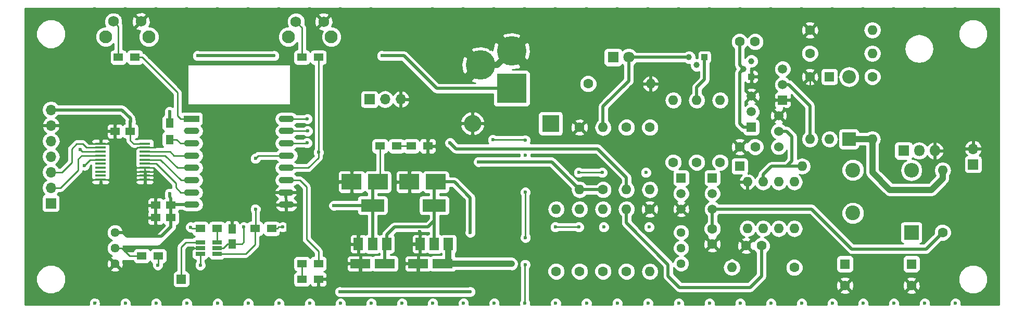
<source format=gtl>
G04 #@! TF.FileFunction,Copper,L1,Top,Signal*
%FSLAX46Y46*%
G04 Gerber Fmt 4.6, Leading zero omitted, Abs format (unit mm)*
G04 Created by KiCad (PCBNEW 4.0.7) date 06/23/18 17:50:08*
%MOMM*%
%LPD*%
G01*
G04 APERTURE LIST*
%ADD10C,0.100000*%
%ADD11C,1.600000*%
%ADD12O,1.600000X1.600000*%
%ADD13C,1.524000*%
%ADD14R,1.500000X1.250000*%
%ADD15R,1.600000X1.600000*%
%ADD16R,1.500000X1.300000*%
%ADD17R,1.800000X1.800000*%
%ADD18O,1.800000X1.800000*%
%ADD19R,1.300000X1.500000*%
%ADD20R,3.800000X2.000000*%
%ADD21R,1.500000X2.000000*%
%ADD22R,2.500000X1.100000*%
%ADD23O,2.500000X1.100000*%
%ADD24C,2.100000*%
%ADD25C,1.750000*%
%ADD26R,3.200000X1.500000*%
%ADD27R,3.200000X2.500000*%
%ADD28C,4.800000*%
%ADD29R,4.800000X4.800000*%
%ADD30R,1.700000X1.700000*%
%ADD31O,1.700000X1.700000*%
%ADD32R,1.750000X0.450000*%
%ADD33C,1.520000*%
%ADD34R,1.520000X1.520000*%
%ADD35C,1.000000*%
%ADD36R,1.000000X1.000000*%
%ADD37C,1.800000*%
%ADD38R,1.560000X0.650000*%
%ADD39R,1.250000X1.500000*%
%ADD40R,1.500000X1.500000*%
%ADD41R,2.800000X2.800000*%
%ADD42O,2.800000X2.800000*%
%ADD43R,2.200000X2.200000*%
%ADD44O,2.200000X2.200000*%
%ADD45C,2.400000*%
%ADD46R,2.400000X2.400000*%
%ADD47O,2.400000X2.400000*%
%ADD48C,1.440000*%
%ADD49C,0.600000*%
%ADD50C,0.250000*%
%ADD51C,0.500000*%
%ADD52C,1.000000*%
%ADD53C,0.254000*%
G04 APERTURE END LIST*
D10*
D11*
X188595000Y-86995000D03*
D12*
X188595000Y-76835000D03*
X208280000Y-90170000D03*
X205740000Y-90170000D03*
X203200000Y-90170000D03*
X200660000Y-90170000D03*
X200660000Y-97790000D03*
X203200000Y-97790000D03*
X205740000Y-97790000D03*
X208280000Y-97790000D03*
D11*
X220980000Y-73025000D03*
D12*
X220980000Y-83185000D03*
D13*
X205740000Y-81915000D03*
X205740000Y-84455000D03*
X205740000Y-79375000D03*
D14*
X106914000Y-96012000D03*
X104414000Y-96012000D03*
X106914000Y-93980000D03*
X104414000Y-93980000D03*
D15*
X216535000Y-103561000D03*
D11*
X216535000Y-107061000D03*
X202946000Y-100584000D03*
X200446000Y-100584000D03*
X194945000Y-97830000D03*
X194945000Y-100330000D03*
D15*
X213995000Y-73025000D03*
D12*
X213995000Y-83185000D03*
D16*
X148670000Y-84328000D03*
X145970000Y-84328000D03*
X130890000Y-106045000D03*
X128190000Y-106045000D03*
D17*
X226060000Y-85090000D03*
D18*
X228600000Y-85090000D03*
X231140000Y-85090000D03*
D11*
X232410000Y-98425000D03*
D12*
X232410000Y-88265000D03*
D11*
X173355000Y-104775000D03*
D12*
X173355000Y-94615000D03*
D11*
X210820000Y-73025000D03*
D12*
X210820000Y-83185000D03*
D11*
X184785000Y-94615000D03*
D12*
X184785000Y-104775000D03*
D16*
X140890000Y-84328000D03*
X143590000Y-84328000D03*
X101045000Y-69850000D03*
X98345000Y-69850000D03*
D19*
X106680000Y-80565000D03*
X106680000Y-83265000D03*
D16*
X104855000Y-102235000D03*
X102155000Y-102235000D03*
X130890000Y-69850000D03*
X128190000Y-69850000D03*
X130890000Y-103505000D03*
X128190000Y-103505000D03*
D20*
X149733000Y-94005000D03*
D21*
X149733000Y-100305000D03*
X152033000Y-100305000D03*
X147433000Y-100305000D03*
D22*
X110268000Y-79884000D03*
D23*
X110268000Y-81884000D03*
X110268000Y-83884000D03*
X110268000Y-85884000D03*
X110268000Y-87884000D03*
X110268000Y-89884000D03*
X110268000Y-91884000D03*
X110268000Y-93884000D03*
X125668000Y-93884000D03*
X125568000Y-91884000D03*
X125668000Y-89884000D03*
X125668000Y-87884000D03*
X125668000Y-85884000D03*
X125668000Y-83884000D03*
X125668000Y-81884000D03*
X125668000Y-79884000D03*
D20*
X139700000Y-94005000D03*
D21*
X139700000Y-100305000D03*
X142000000Y-100305000D03*
X137400000Y-100305000D03*
D24*
X103296000Y-66498000D03*
D25*
X102036000Y-64008000D03*
X97536000Y-64008000D03*
D24*
X96286000Y-66498000D03*
X132994000Y-66525000D03*
D25*
X131734000Y-64035000D03*
X127234000Y-64035000D03*
D24*
X125984000Y-66525000D03*
D26*
X151098000Y-103505000D03*
X147098000Y-103505000D03*
D27*
X149978000Y-90170000D03*
X145678000Y-90170000D03*
D26*
X141700000Y-103505000D03*
X137700000Y-103505000D03*
D27*
X140580000Y-90170000D03*
X136280000Y-90170000D03*
D11*
X208280000Y-104140000D03*
D12*
X198120000Y-104140000D03*
D11*
X184785000Y-81280000D03*
D12*
X184785000Y-91440000D03*
D28*
X162296000Y-68834000D03*
D29*
X162296000Y-74934000D03*
D28*
X157216000Y-71124000D03*
D30*
X139192000Y-76708000D03*
D31*
X141732000Y-76708000D03*
X144272000Y-76708000D03*
D14*
X100310000Y-81915000D03*
X97810000Y-81915000D03*
D32*
X95460000Y-83943000D03*
X95460000Y-84593000D03*
X95460000Y-85243000D03*
X95460000Y-85893000D03*
X95460000Y-86543000D03*
X95460000Y-87193000D03*
X95460000Y-87843000D03*
X95460000Y-88493000D03*
X95460000Y-89143000D03*
X95460000Y-89793000D03*
X102660000Y-89793000D03*
X102660000Y-89143000D03*
X102660000Y-88493000D03*
X102660000Y-87843000D03*
X102660000Y-87193000D03*
X102660000Y-86543000D03*
X102660000Y-85893000D03*
X102660000Y-85243000D03*
X102660000Y-84593000D03*
X102660000Y-83943000D03*
D33*
X206375000Y-74295000D03*
X206375000Y-71755000D03*
D34*
X206375000Y-76835000D03*
D33*
X189865000Y-92075000D03*
X189865000Y-94615000D03*
D34*
X189865000Y-89535000D03*
D11*
X169545000Y-104775000D03*
D12*
X169545000Y-94615000D03*
D11*
X180975000Y-104775000D03*
D12*
X180975000Y-94615000D03*
D11*
X177165000Y-104775000D03*
D12*
X177165000Y-94615000D03*
D30*
X237374740Y-87311180D03*
D31*
X237374740Y-84771180D03*
D35*
X192405000Y-71120000D03*
X191135000Y-69850000D03*
D36*
X193675000Y-69850000D03*
D11*
X210820000Y-65405000D03*
D12*
X220980000Y-65405000D03*
D17*
X178816000Y-69850000D03*
D37*
X181356000Y-69850000D03*
D11*
X174752000Y-74168000D03*
D12*
X184912000Y-74168000D03*
D16*
X111680000Y-97790000D03*
X114380000Y-97790000D03*
X123270000Y-97790000D03*
X120570000Y-97790000D03*
D38*
X111680000Y-100015000D03*
X111680000Y-100965000D03*
X111680000Y-101915000D03*
X114380000Y-101915000D03*
X114380000Y-100015000D03*
X114380000Y-100965000D03*
D39*
X116840000Y-100310000D03*
X116840000Y-97810000D03*
D40*
X108585000Y-106045000D03*
D11*
X192405000Y-86995000D03*
D12*
X192405000Y-76835000D03*
D11*
X201930000Y-84455000D03*
X199430000Y-84455000D03*
D35*
X200025000Y-71755000D03*
X201295000Y-70485000D03*
D36*
X201295000Y-73025000D03*
D11*
X210820000Y-69215000D03*
D12*
X220980000Y-69215000D03*
D11*
X196215000Y-86995000D03*
D12*
X196215000Y-76835000D03*
D11*
X180975000Y-81280000D03*
D12*
X180975000Y-91440000D03*
D11*
X201890000Y-67310000D03*
X199390000Y-67310000D03*
D15*
X199390000Y-87630000D03*
D12*
X209550000Y-87630000D03*
D33*
X194945000Y-92075000D03*
X194945000Y-94615000D03*
D34*
X194945000Y-89535000D03*
D33*
X201295000Y-78740000D03*
X201295000Y-76200000D03*
D34*
X201295000Y-81280000D03*
D41*
X168656000Y-80645000D03*
D42*
X155956000Y-80645000D03*
D43*
X217170000Y-83185000D03*
D44*
X217170000Y-73025000D03*
D45*
X217805000Y-95250000D03*
X217805000Y-88250000D03*
D15*
X227330000Y-103561000D03*
D11*
X227330000Y-107061000D03*
D46*
X227330000Y-98425000D03*
D47*
X227330000Y-88265000D03*
D30*
X87374740Y-93661180D03*
D31*
X87374740Y-91121180D03*
X87374740Y-88581180D03*
X87374740Y-86041180D03*
X87374740Y-83501180D03*
X87374740Y-80961180D03*
X87374740Y-78421180D03*
D11*
X177165000Y-91440000D03*
D12*
X177165000Y-81280000D03*
D11*
X173355000Y-81280000D03*
D12*
X173355000Y-91440000D03*
D48*
X189865000Y-98425000D03*
X189865000Y-100965000D03*
X189865000Y-103505000D03*
X97790000Y-98425000D03*
X97790000Y-100965000D03*
X97790000Y-103505000D03*
D49*
X184150000Y-88646000D03*
X177038000Y-88646000D03*
X173228000Y-88646000D03*
X164549279Y-83372326D03*
X164549279Y-85815220D03*
X164529006Y-91868805D03*
X164558565Y-99259185D03*
X164499442Y-103663852D03*
X184658000Y-97536000D03*
X177292000Y-97536000D03*
X173228000Y-97536000D03*
X169418000Y-97536000D03*
X159258000Y-83312000D03*
X234488000Y-109982000D03*
X229488000Y-109982000D03*
X224488000Y-109982000D03*
X219488000Y-109982000D03*
X214488000Y-109982000D03*
X209488000Y-109982000D03*
X204488000Y-109982000D03*
X199488000Y-109982000D03*
X194488000Y-109982000D03*
X189488000Y-109982000D03*
X184488000Y-109982000D03*
X179488000Y-109982000D03*
X174488000Y-109982000D03*
X169488000Y-109982000D03*
X164488000Y-109982000D03*
X159488000Y-109982000D03*
X154488000Y-109982000D03*
X149488000Y-109982000D03*
X144488000Y-109982000D03*
X139488000Y-109982000D03*
X134488000Y-109982000D03*
X129488000Y-109982000D03*
X124488000Y-109982000D03*
X119488000Y-109982000D03*
X114488000Y-109982000D03*
X109488000Y-109982000D03*
X104488000Y-109982000D03*
X99488000Y-109982000D03*
X94488000Y-109982000D03*
X91801708Y-82180326D03*
X231140000Y-74168000D03*
X224536000Y-74168000D03*
X224536000Y-79502000D03*
X217170000Y-79502000D03*
X213868000Y-79502000D03*
X208280000Y-92964000D03*
X208280000Y-95758000D03*
X200650372Y-95817111D03*
X196095036Y-74113467D03*
X188498242Y-74124806D03*
X192278000Y-84328000D03*
X188468000Y-84328000D03*
X215646000Y-92202000D03*
X220726000Y-92202000D03*
X220726000Y-95250000D03*
X234488000Y-61976000D03*
X229488000Y-61976000D03*
X224488000Y-61976000D03*
X219488000Y-61976000D03*
X214488000Y-61976000D03*
X209488000Y-61976000D03*
X204488000Y-61976000D03*
X199488000Y-61976000D03*
X194488000Y-61976000D03*
X189488000Y-61976000D03*
X184488000Y-61976000D03*
X179488000Y-61976000D03*
X174488000Y-61976000D03*
X169488000Y-61976000D03*
X164488000Y-61976000D03*
X159488000Y-61976000D03*
X154488000Y-61976000D03*
X149488000Y-61976000D03*
X139488000Y-61976000D03*
X134488000Y-61976000D03*
X129488000Y-61976000D03*
X124488000Y-61976000D03*
X119488000Y-61976000D03*
X114488000Y-61976000D03*
X109488000Y-61976000D03*
X104488000Y-61976000D03*
X99488000Y-61976000D03*
X94488000Y-61976000D03*
X130556000Y-91440000D03*
X130556000Y-93980000D03*
X132334000Y-97282000D03*
X132334000Y-100330000D03*
X150622000Y-81534000D03*
X128524000Y-73660000D03*
X128524000Y-76708000D03*
X134366000Y-76708000D03*
X134366000Y-73660000D03*
X101092000Y-76708000D03*
X101092000Y-73660000D03*
X92202000Y-73660000D03*
X92202000Y-76708000D03*
X148590000Y-78105000D03*
X119380000Y-89535000D03*
X119380000Y-86360000D03*
X119380000Y-82550000D03*
X119380000Y-80010000D03*
X115570000Y-80010000D03*
X115570000Y-82550000D03*
X115570000Y-86360000D03*
X115570000Y-89535000D03*
X115570000Y-92075000D03*
X119380000Y-92075000D03*
X98425000Y-86360000D03*
X98425000Y-88900000D03*
X104775000Y-83185000D03*
X92710000Y-89535000D03*
X136153285Y-105622035D03*
X137661577Y-105591869D03*
X145288000Y-105664000D03*
X146812000Y-105664000D03*
X143256000Y-87376000D03*
X144780000Y-87376000D03*
X123190000Y-93980000D03*
X123190000Y-91948000D03*
X145542000Y-100330000D03*
X147320000Y-98298000D03*
X133604000Y-91440000D03*
X133604000Y-90170000D03*
X137414000Y-96266000D03*
X137414000Y-97282000D03*
X137414000Y-98298000D03*
X104394000Y-92456000D03*
X104394000Y-97790000D03*
X100314856Y-80371405D03*
X155583213Y-108085345D03*
X134382307Y-108108255D03*
X155575000Y-98425000D03*
X125095000Y-97541967D03*
X106680000Y-78740000D03*
X106680000Y-92075000D03*
X118745000Y-97539935D03*
X133404475Y-94028612D03*
X110099628Y-97550807D03*
X106888802Y-97516157D03*
X129097419Y-79890776D03*
X129116476Y-81883950D03*
X111676751Y-103745983D03*
X104759190Y-103770470D03*
X162298686Y-103547363D03*
X123664491Y-69601565D03*
X141224000Y-69596000D03*
X111252000Y-69596000D03*
X92129480Y-84858649D03*
X92845340Y-87475519D03*
X120650000Y-94615000D03*
X120650000Y-86360000D03*
X152294906Y-83811820D03*
X129032000Y-83820000D03*
X130890000Y-85344000D03*
X156935828Y-86906923D03*
D50*
X173228000Y-88646000D02*
X177038000Y-88646000D01*
X164488953Y-83312000D02*
X164549279Y-83372326D01*
X159258000Y-83312000D02*
X164488953Y-83312000D01*
X164558565Y-91898364D02*
X164529006Y-91868805D01*
X164558565Y-99259185D02*
X164558565Y-91898364D01*
X164488000Y-103675294D02*
X164499442Y-103663852D01*
X164488000Y-109982000D02*
X164488000Y-103675294D01*
X169418000Y-97536000D02*
X173228000Y-97536000D01*
X94655000Y-109815000D02*
X94488000Y-109982000D01*
X92101707Y-82480325D02*
X91801708Y-82180326D01*
X93564382Y-83943000D02*
X92101707Y-82480325D01*
X95460000Y-83943000D02*
X93564382Y-83943000D01*
X224536000Y-74168000D02*
X231140000Y-74168000D01*
X217170000Y-79502000D02*
X224536000Y-79502000D01*
X210820000Y-73025000D02*
X210820000Y-76454000D01*
X210820000Y-76454000D02*
X213868000Y-79502000D01*
X200650372Y-95817111D02*
X208220889Y-95817111D01*
X208220889Y-95817111D02*
X208280000Y-95758000D01*
X188455048Y-74168000D02*
X188498242Y-74124806D01*
X184912000Y-74168000D02*
X188455048Y-74168000D01*
X184912000Y-74168000D02*
X184912000Y-77243957D01*
X184912000Y-77243957D02*
X188468000Y-80799957D01*
X188468000Y-80799957D02*
X188468000Y-84328000D01*
X220726000Y-95250000D02*
X220726000Y-92202000D01*
X123190000Y-93980000D02*
X123190000Y-91948000D01*
X229488000Y-61976000D02*
X234488000Y-61976000D01*
X224488000Y-61976000D02*
X229488000Y-61976000D01*
X219488000Y-61976000D02*
X224488000Y-61976000D01*
X214488000Y-61976000D02*
X219488000Y-61976000D01*
X209488000Y-61976000D02*
X214488000Y-61976000D01*
X204488000Y-61976000D02*
X209488000Y-61976000D01*
X204488000Y-61976000D02*
X199488000Y-61976000D01*
X194488000Y-61976000D02*
X199488000Y-61976000D01*
X189488000Y-61976000D02*
X194488000Y-61976000D01*
X184488000Y-61976000D02*
X189488000Y-61976000D01*
X179488000Y-61976000D02*
X184488000Y-61976000D01*
X174488000Y-61976000D02*
X179488000Y-61976000D01*
X169488000Y-61976000D02*
X174488000Y-61976000D01*
X164488000Y-61976000D02*
X169488000Y-61976000D01*
X159488000Y-61976000D02*
X164488000Y-61976000D01*
X154488000Y-61976000D02*
X159488000Y-61976000D01*
X149488000Y-61976000D02*
X154488000Y-61976000D01*
X144488000Y-61976000D02*
X149488000Y-61976000D01*
X139488000Y-61976000D02*
X144488000Y-61976000D01*
X134488000Y-61976000D02*
X139488000Y-61976000D01*
X129488000Y-61976000D02*
X134488000Y-61976000D01*
X124488000Y-61976000D02*
X129488000Y-61976000D01*
X119488000Y-61976000D02*
X124488000Y-61976000D01*
X114488000Y-61976000D02*
X119488000Y-61976000D01*
X109488000Y-61976000D02*
X114488000Y-61976000D01*
X104488000Y-61976000D02*
X109488000Y-61976000D01*
X99488000Y-61976000D02*
X104488000Y-61976000D01*
X94488000Y-61976000D02*
X99488000Y-61976000D01*
X132334000Y-97282000D02*
X132334000Y-95758000D01*
X132334000Y-95758000D02*
X130556000Y-93980000D01*
X137400000Y-100305000D02*
X132359000Y-100305000D01*
X132359000Y-100305000D02*
X132334000Y-100330000D01*
X148670000Y-84328000D02*
X148670000Y-83428000D01*
X148670000Y-83428000D02*
X150564000Y-81534000D01*
X150564000Y-81534000D02*
X150622000Y-81534000D01*
X128524000Y-76708000D02*
X128524000Y-73660000D01*
X134366000Y-73660000D02*
X134366000Y-76708000D01*
X92202000Y-73660000D02*
X101092000Y-73660000D01*
X92202000Y-76708000D02*
X92202000Y-73660000D01*
X144272000Y-76708000D02*
X147193000Y-76708000D01*
X147193000Y-76708000D02*
X148590000Y-78105000D01*
X119380000Y-82550000D02*
X119380000Y-86360000D01*
X115570000Y-80010000D02*
X119380000Y-80010000D01*
X115570000Y-86360000D02*
X115570000Y-82550000D01*
X115570000Y-92075000D02*
X115570000Y-89535000D01*
X123190000Y-91948000D02*
X119507000Y-91948000D01*
X119507000Y-91948000D02*
X119380000Y-92075000D01*
X98425000Y-89793000D02*
X99695000Y-89793000D01*
X95460000Y-89793000D02*
X98425000Y-89793000D01*
X98425000Y-89793000D02*
X98425000Y-88900000D01*
X102660000Y-84593000D02*
X104378938Y-84593000D01*
X104378938Y-84593000D02*
X104775000Y-84196938D01*
X104775000Y-84196938D02*
X104775000Y-83185000D01*
X102660000Y-89793000D02*
X104059232Y-89793000D01*
X104059232Y-89793000D02*
X104394000Y-90127768D01*
X104394000Y-90127768D02*
X104394000Y-90402000D01*
X102660000Y-89143000D02*
X104008978Y-89143000D01*
X104008978Y-89143000D02*
X104394000Y-89528022D01*
X104394000Y-89528022D02*
X104394000Y-89752000D01*
X102660000Y-88493000D02*
X104066875Y-88493000D01*
X104066875Y-88493000D02*
X104394000Y-88820125D01*
X104394000Y-88820125D02*
X104394000Y-89102000D01*
X104394000Y-88146640D02*
X104394000Y-89102000D01*
X102660000Y-87843000D02*
X104090360Y-87843000D01*
X104090360Y-87843000D02*
X104394000Y-88146640D01*
X100330000Y-85725000D02*
X100330000Y-87630000D01*
X100330000Y-87630000D02*
X100330000Y-88265000D01*
X102660000Y-87843000D02*
X100543000Y-87843000D01*
X100543000Y-87843000D02*
X100330000Y-87630000D01*
X100330000Y-88265000D02*
X100330000Y-89158000D01*
X102660000Y-88493000D02*
X100558000Y-88493000D01*
X100558000Y-88493000D02*
X100330000Y-88265000D01*
X102660000Y-89143000D02*
X100345000Y-89143000D01*
X100345000Y-89143000D02*
X100330000Y-89158000D01*
X104394000Y-89102000D02*
X104394000Y-89752000D01*
X104394000Y-89752000D02*
X104394000Y-90402000D01*
X104394000Y-90402000D02*
X104394000Y-92456000D01*
X95460000Y-89793000D02*
X92968000Y-89793000D01*
X92968000Y-89793000D02*
X92710000Y-89535000D01*
X95460000Y-83943000D02*
X98548000Y-83943000D01*
X98548000Y-83943000D02*
X100330000Y-85725000D01*
X99695000Y-89793000D02*
X102660000Y-89793000D01*
X100330000Y-89158000D02*
X99695000Y-89793000D01*
X101462000Y-84593000D02*
X100330000Y-85725000D01*
X102660000Y-84593000D02*
X101462000Y-84593000D01*
X102660000Y-87843000D02*
X102660000Y-88493000D01*
X102660000Y-88493000D02*
X102660000Y-89143000D01*
X102660000Y-89143000D02*
X102660000Y-89793000D01*
X110650000Y-100965000D02*
X111680000Y-100965000D01*
X109855000Y-101760000D02*
X110650000Y-100965000D01*
X109855000Y-103505000D02*
X109855000Y-101760000D01*
X111125000Y-104775000D02*
X109855000Y-103505000D01*
X125720002Y-102498998D02*
X123444000Y-104775000D01*
X125720002Y-94636002D02*
X125720002Y-102498998D01*
X124968000Y-93884000D02*
X125720002Y-94636002D01*
X123444000Y-104775000D02*
X111125000Y-104775000D01*
D51*
X137700000Y-103505000D02*
X137700000Y-105553446D01*
X137700000Y-105553446D02*
X137661577Y-105591869D01*
X147098000Y-103505000D02*
X147098000Y-105378000D01*
X147098000Y-105378000D02*
X146812000Y-105664000D01*
X145678000Y-90170000D02*
X145678000Y-88274000D01*
X145678000Y-88274000D02*
X144780000Y-87376000D01*
D52*
X157216000Y-71124000D02*
X160006000Y-71124000D01*
X160006000Y-71124000D02*
X162296000Y-68834000D01*
D51*
X147433000Y-100305000D02*
X145567000Y-100305000D01*
X145567000Y-100305000D02*
X145542000Y-100330000D01*
X147433000Y-100305000D02*
X147433000Y-98411000D01*
X147433000Y-98411000D02*
X147320000Y-98298000D01*
X145796000Y-90052000D02*
X145678000Y-90170000D01*
X136280000Y-90170000D02*
X133604000Y-90170000D01*
X137414000Y-97282000D02*
X137414000Y-96266000D01*
X137400000Y-100305000D02*
X137400000Y-98312000D01*
X137400000Y-98312000D02*
X137414000Y-98298000D01*
X104414000Y-93980000D02*
X104414000Y-92476000D01*
X104414000Y-92476000D02*
X104394000Y-92456000D01*
X104414000Y-96012000D02*
X104414000Y-97770000D01*
X104414000Y-97770000D02*
X104394000Y-97790000D01*
X198120000Y-103505000D02*
X198137046Y-103522046D01*
X194945000Y-94615000D02*
X194945000Y-97830000D01*
X232410000Y-98425000D02*
X229707360Y-101127640D01*
X229707360Y-101127640D02*
X217622476Y-101127640D01*
X217622476Y-101127640D02*
X211109836Y-94615000D01*
X211109836Y-94615000D02*
X194945000Y-94615000D01*
X87374740Y-78421180D02*
X98939978Y-78421180D01*
X100326685Y-80371405D02*
X100314856Y-80371405D01*
X98939978Y-78421180D02*
X100326685Y-79807887D01*
X100326685Y-79807887D02*
X100326685Y-80371405D01*
X100310000Y-80376261D02*
X100314856Y-80371405D01*
X100310000Y-81915000D02*
X100310000Y-80376261D01*
X155560303Y-108108255D02*
X155583213Y-108085345D01*
X134382307Y-108108255D02*
X155560303Y-108108255D01*
X100310000Y-80625000D02*
X100310000Y-81915000D01*
D50*
X102660000Y-83943000D02*
X100843904Y-83943000D01*
X100843904Y-83943000D02*
X100310000Y-83409096D01*
X100310000Y-83409096D02*
X100310000Y-81915000D01*
D51*
X155575000Y-98425000D02*
X155575000Y-92738243D01*
X155575000Y-92738243D02*
X153006757Y-90170000D01*
X153006757Y-90170000D02*
X149978000Y-90170000D01*
X143269000Y-97536000D02*
X148717000Y-97536000D01*
X148717000Y-97536000D02*
X149733000Y-96520000D01*
X142000000Y-100305000D02*
X142000000Y-98805000D01*
X142000000Y-98805000D02*
X143269000Y-97536000D01*
X149733000Y-94005000D02*
X149733000Y-96520000D01*
X149733000Y-96520000D02*
X149733000Y-100305000D01*
X141700000Y-103505000D02*
X141700000Y-100605000D01*
X141700000Y-100605000D02*
X142000000Y-100305000D01*
X149733000Y-94005000D02*
X149733000Y-90415000D01*
X149733000Y-90415000D02*
X149978000Y-90170000D01*
X206375000Y-74295000D02*
X207368831Y-74295000D01*
X207368831Y-74295000D02*
X210820000Y-77746169D01*
X210820000Y-77746169D02*
X210820000Y-83185000D01*
D50*
X143590000Y-84328000D02*
X145970000Y-84328000D01*
D51*
X106888802Y-97516157D02*
X105353364Y-99051595D01*
X105353364Y-99051595D02*
X99802933Y-99051595D01*
X99802933Y-99051595D02*
X99176338Y-98425000D01*
X99176338Y-98425000D02*
X97790000Y-98425000D01*
D50*
X123270000Y-97790000D02*
X124194281Y-97790000D01*
X124194281Y-97790000D02*
X124439623Y-97544658D01*
X124439623Y-97544658D02*
X125092309Y-97544658D01*
X125092309Y-97544658D02*
X125095000Y-97541967D01*
X118745000Y-100002862D02*
X118745000Y-97539935D01*
D51*
X106680000Y-78740000D02*
X106680000Y-80565000D01*
X106680000Y-92621000D02*
X106680000Y-92075000D01*
X106914000Y-93980000D02*
X106914000Y-92855000D01*
X106914000Y-92855000D02*
X106680000Y-92621000D01*
D50*
X114380000Y-100965000D02*
X115456068Y-100965000D01*
X115456068Y-100965000D02*
X116111068Y-100310000D01*
X116111068Y-100310000D02*
X116840000Y-100310000D01*
X116840000Y-100310000D02*
X118437862Y-100310000D01*
X118437862Y-100310000D02*
X118745000Y-100002862D01*
X140890000Y-84328000D02*
X140890000Y-89860000D01*
X140890000Y-89860000D02*
X140580000Y-90170000D01*
D51*
X133428087Y-94005000D02*
X133404475Y-94028612D01*
X139700000Y-94005000D02*
X133428087Y-94005000D01*
X139700000Y-94005000D02*
X139700000Y-100305000D01*
D50*
X140580000Y-84638000D02*
X140890000Y-84328000D01*
X111680000Y-97790000D02*
X110338821Y-97790000D01*
X110338821Y-97790000D02*
X110099628Y-97550807D01*
D51*
X106914000Y-97490959D02*
X106888802Y-97516157D01*
X106914000Y-96012000D02*
X106914000Y-97490959D01*
X106914000Y-93980000D02*
X106914000Y-96012000D01*
X110968000Y-93884000D02*
X107010000Y-93884000D01*
X107010000Y-93884000D02*
X106914000Y-93980000D01*
X110872000Y-93980000D02*
X110968000Y-93884000D01*
X139700000Y-100305000D02*
X139700000Y-100055000D01*
X139700000Y-94005000D02*
X139700000Y-91050000D01*
X139700000Y-91050000D02*
X140580000Y-90170000D01*
D50*
X128190000Y-106045000D02*
X128190000Y-103505000D01*
X124974776Y-79890776D02*
X129097419Y-79890776D01*
X124968000Y-79884000D02*
X124974776Y-79890776D01*
X124968050Y-81883950D02*
X129116476Y-81883950D01*
X124968000Y-81884000D02*
X124968050Y-81883950D01*
X102660000Y-85893000D02*
X105980326Y-85893000D01*
X105980326Y-85893000D02*
X107971326Y-87884000D01*
X107971326Y-87884000D02*
X110968000Y-87884000D01*
X102660000Y-86543000D02*
X105218704Y-86543000D01*
X105218704Y-86543000D02*
X108559704Y-89884000D01*
X108559704Y-89884000D02*
X110968000Y-89884000D01*
X102660000Y-87193000D02*
X104487462Y-87193000D01*
X104487462Y-87193000D02*
X107682863Y-90388401D01*
X107682863Y-90388401D02*
X107682863Y-91037790D01*
X107682863Y-91037790D02*
X108529073Y-91884000D01*
X108529073Y-91884000D02*
X110968000Y-91884000D01*
X109310566Y-91884000D02*
X110968000Y-91884000D01*
X110968000Y-79884000D02*
X108459000Y-79884000D01*
X108459000Y-79884000D02*
X107950000Y-79375000D01*
X107950000Y-79375000D02*
X107950000Y-75565000D01*
X107950000Y-75565000D02*
X102235000Y-69850000D01*
X102235000Y-69850000D02*
X101045000Y-69850000D01*
X110968000Y-79673000D02*
X110968000Y-79884000D01*
X101045000Y-69850000D02*
X101145000Y-69850000D01*
X110968000Y-79884000D02*
X110840000Y-79756000D01*
X110968000Y-83884000D02*
X108462824Y-83884000D01*
X108462824Y-83884000D02*
X107843824Y-83265000D01*
X107843824Y-83265000D02*
X106680000Y-83265000D01*
X110968000Y-83884000D02*
X110904000Y-83820000D01*
X111680000Y-103742734D02*
X111676751Y-103745983D01*
X111680000Y-101915000D02*
X111680000Y-103742734D01*
X104855000Y-102235000D02*
X104855000Y-103674660D01*
X104855000Y-103674660D02*
X104759190Y-103770470D01*
X130890000Y-103505000D02*
X130890000Y-101482232D01*
X130890000Y-101482232D02*
X128937563Y-99529795D01*
X128937563Y-99529795D02*
X128937563Y-90971044D01*
X128937563Y-90971044D02*
X127850519Y-89884000D01*
X127850519Y-89884000D02*
X124968000Y-89884000D01*
X102660000Y-85243000D02*
X106762564Y-85243000D01*
X106762564Y-85243000D02*
X107403564Y-85884000D01*
X107403564Y-85884000D02*
X110968000Y-85884000D01*
X97536000Y-64008000D02*
X98345000Y-64817000D01*
X98345000Y-64817000D02*
X98345000Y-69850000D01*
X127234000Y-64035000D02*
X128190000Y-64991000D01*
X128190000Y-64991000D02*
X128190000Y-69850000D01*
X127234000Y-64035000D02*
X127234000Y-64226657D01*
D52*
X162256323Y-103505000D02*
X162298686Y-103547363D01*
X151098000Y-103505000D02*
X162256323Y-103505000D01*
D51*
X193675000Y-69850000D02*
X193675000Y-73478364D01*
X193675000Y-73478364D02*
X192405000Y-74748364D01*
X192405000Y-74748364D02*
X192405000Y-76835000D01*
X123658926Y-69596000D02*
X123664491Y-69601565D01*
X111252000Y-69596000D02*
X123658926Y-69596000D01*
X144780000Y-69596000D02*
X141224000Y-69596000D01*
X162296000Y-74934000D02*
X150118000Y-74934000D01*
X150118000Y-74934000D02*
X144780000Y-69596000D01*
X202946000Y-100584000D02*
X202957735Y-100595735D01*
X202957735Y-100595735D02*
X202957735Y-105511639D01*
X202957735Y-105511639D02*
X201083870Y-107385504D01*
X201083870Y-107385504D02*
X189624472Y-107385504D01*
X189624472Y-107385504D02*
X187758274Y-105519306D01*
X187758274Y-103653110D02*
X180975000Y-96869836D01*
X187758274Y-105519306D02*
X187758274Y-103653110D01*
X180975000Y-96869836D02*
X180975000Y-94615000D01*
D52*
X151098000Y-103505000D02*
X151138792Y-103464208D01*
X151138792Y-103464208D02*
X151616054Y-103464208D01*
X151616054Y-103464208D02*
X152033000Y-103047262D01*
X152033000Y-103047262D02*
X152033000Y-100305000D01*
D50*
X95460000Y-84593000D02*
X93181366Y-84593000D01*
X92585607Y-83997241D02*
X91568853Y-83997241D01*
X93181366Y-84593000D02*
X92585607Y-83997241D01*
X91568853Y-83997241D02*
X90765273Y-84800821D01*
X90765273Y-84800821D02*
X90765273Y-87011983D01*
X89196076Y-88581180D02*
X87374740Y-88581180D01*
X90765273Y-87011983D02*
X89196076Y-88581180D01*
X92429479Y-85158648D02*
X92129480Y-84858649D01*
X95460000Y-85243000D02*
X92513831Y-85243000D01*
X92513831Y-85243000D02*
X92429479Y-85158648D01*
X95460000Y-85893000D02*
X94335000Y-85893000D01*
X94335000Y-85893000D02*
X94321830Y-85879830D01*
X94321830Y-85879830D02*
X92383882Y-85879830D01*
X92383882Y-85879830D02*
X91841372Y-86422340D01*
X91841372Y-86422340D02*
X91841372Y-88250235D01*
X88970427Y-91121180D02*
X87374740Y-91121180D01*
X91841372Y-88250235D02*
X88970427Y-91121180D01*
X93145339Y-87175520D02*
X92845340Y-87475519D01*
X95460000Y-86543000D02*
X93777859Y-86543000D01*
X93777859Y-86543000D02*
X93145339Y-87175520D01*
D52*
X220980000Y-83185000D02*
X220980000Y-88623473D01*
X220980000Y-88623473D02*
X223809147Y-91452620D01*
X230586933Y-91452620D02*
X232410000Y-89629553D01*
X223809147Y-91452620D02*
X230586933Y-91452620D01*
X232410000Y-89629553D02*
X232410000Y-88265000D01*
X217170000Y-83185000D02*
X220980000Y-83185000D01*
D50*
X108585000Y-100789724D02*
X108585000Y-106045000D01*
X111680000Y-100015000D02*
X109359724Y-100015000D01*
X109359724Y-100015000D02*
X108585000Y-100789724D01*
X97790000Y-100965000D02*
X98955187Y-100965000D01*
X98955187Y-100965000D02*
X100225187Y-102235000D01*
X100225187Y-102235000D02*
X102155000Y-102235000D01*
X114380000Y-100015000D02*
X114380000Y-97790000D01*
X120650000Y-94615000D02*
X120650000Y-97710000D01*
X120650000Y-97710000D02*
X120570000Y-97790000D01*
X119065000Y-101915000D02*
X120570000Y-100410000D01*
X120570000Y-100410000D02*
X120570000Y-97790000D01*
X119065000Y-101915000D02*
X114380000Y-101915000D01*
X124968000Y-85884000D02*
X121126000Y-85884000D01*
X121126000Y-85884000D02*
X120650000Y-86360000D01*
D51*
X199390000Y-71117981D02*
X199390000Y-67310000D01*
X200025000Y-71752981D02*
X199390000Y-71117981D01*
X200025000Y-71755000D02*
X200025000Y-71752981D01*
X199981402Y-71755000D02*
X200025000Y-71755000D01*
X200035000Y-81280000D02*
X199390000Y-80635000D01*
X199390000Y-72346402D02*
X199981402Y-71755000D01*
X199390000Y-80635000D02*
X199390000Y-72346402D01*
X201295000Y-81280000D02*
X200035000Y-81280000D01*
X204556666Y-87630000D02*
X207010000Y-87630000D01*
X207010000Y-87630000D02*
X209550000Y-87630000D01*
X207010000Y-81915000D02*
X207910225Y-82815225D01*
X205740000Y-81915000D02*
X207010000Y-81915000D01*
X207910225Y-82815225D02*
X207910225Y-86729775D01*
X207910225Y-86729775D02*
X207010000Y-87630000D01*
X203200000Y-90170000D02*
X203200000Y-88986666D01*
X203200000Y-88986666D02*
X204556666Y-87630000D01*
X152294906Y-83811820D02*
X153260251Y-84777165D01*
X153260251Y-84777165D02*
X176297233Y-84777165D01*
X176297233Y-84777165D02*
X180975000Y-89454932D01*
X180975000Y-89454932D02*
X180975000Y-91440000D01*
D50*
X124968000Y-83884000D02*
X128968000Y-83884000D01*
X128968000Y-83884000D02*
X129032000Y-83820000D01*
D51*
X177165000Y-81280000D02*
X177165000Y-77865756D01*
X177165000Y-77865756D02*
X181356000Y-73674756D01*
X181356000Y-73674756D02*
X181356000Y-69850000D01*
X191135000Y-69850000D02*
X181356000Y-69850000D01*
X173355000Y-91440000D02*
X177165000Y-91440000D01*
D50*
X130890000Y-85344000D02*
X130890000Y-69850000D01*
X130890000Y-86228209D02*
X130890000Y-85344000D01*
X129234209Y-87884000D02*
X130890000Y-86228209D01*
X124968000Y-87884000D02*
X129234209Y-87884000D01*
D51*
X156935828Y-86906923D02*
X168821923Y-86906923D01*
X168821923Y-86906923D02*
X173355000Y-91440000D01*
D53*
G36*
X241548920Y-110215680D02*
X235403371Y-110215680D01*
X235422838Y-110168799D01*
X235423162Y-109796833D01*
X235281117Y-109453057D01*
X235018327Y-109189808D01*
X234674799Y-109047162D01*
X234302833Y-109046838D01*
X233959057Y-109188883D01*
X233695808Y-109451673D01*
X233553162Y-109795201D01*
X233552838Y-110167167D01*
X233572883Y-110215680D01*
X230403371Y-110215680D01*
X230422838Y-110168799D01*
X230423162Y-109796833D01*
X230281117Y-109453057D01*
X230018327Y-109189808D01*
X229674799Y-109047162D01*
X229302833Y-109046838D01*
X228959057Y-109188883D01*
X228695808Y-109451673D01*
X228553162Y-109795201D01*
X228552838Y-110167167D01*
X228572883Y-110215680D01*
X225403371Y-110215680D01*
X225422838Y-110168799D01*
X225423162Y-109796833D01*
X225281117Y-109453057D01*
X225018327Y-109189808D01*
X224674799Y-109047162D01*
X224302833Y-109046838D01*
X223959057Y-109188883D01*
X223695808Y-109451673D01*
X223553162Y-109795201D01*
X223552838Y-110167167D01*
X223572883Y-110215680D01*
X220403371Y-110215680D01*
X220422838Y-110168799D01*
X220423162Y-109796833D01*
X220281117Y-109453057D01*
X220018327Y-109189808D01*
X219674799Y-109047162D01*
X219302833Y-109046838D01*
X218959057Y-109188883D01*
X218695808Y-109451673D01*
X218553162Y-109795201D01*
X218552838Y-110167167D01*
X218572883Y-110215680D01*
X215403371Y-110215680D01*
X215422838Y-110168799D01*
X215423162Y-109796833D01*
X215281117Y-109453057D01*
X215018327Y-109189808D01*
X214674799Y-109047162D01*
X214302833Y-109046838D01*
X213959057Y-109188883D01*
X213695808Y-109451673D01*
X213553162Y-109795201D01*
X213552838Y-110167167D01*
X213572883Y-110215680D01*
X210403371Y-110215680D01*
X210422838Y-110168799D01*
X210423162Y-109796833D01*
X210281117Y-109453057D01*
X210018327Y-109189808D01*
X209674799Y-109047162D01*
X209302833Y-109046838D01*
X208959057Y-109188883D01*
X208695808Y-109451673D01*
X208553162Y-109795201D01*
X208552838Y-110167167D01*
X208572883Y-110215680D01*
X205403371Y-110215680D01*
X205422838Y-110168799D01*
X205423162Y-109796833D01*
X205281117Y-109453057D01*
X205018327Y-109189808D01*
X204674799Y-109047162D01*
X204302833Y-109046838D01*
X203959057Y-109188883D01*
X203695808Y-109451673D01*
X203553162Y-109795201D01*
X203552838Y-110167167D01*
X203572883Y-110215680D01*
X200403371Y-110215680D01*
X200422838Y-110168799D01*
X200423162Y-109796833D01*
X200281117Y-109453057D01*
X200018327Y-109189808D01*
X199674799Y-109047162D01*
X199302833Y-109046838D01*
X198959057Y-109188883D01*
X198695808Y-109451673D01*
X198553162Y-109795201D01*
X198552838Y-110167167D01*
X198572883Y-110215680D01*
X195403371Y-110215680D01*
X195422838Y-110168799D01*
X195423162Y-109796833D01*
X195281117Y-109453057D01*
X195018327Y-109189808D01*
X194674799Y-109047162D01*
X194302833Y-109046838D01*
X193959057Y-109188883D01*
X193695808Y-109451673D01*
X193553162Y-109795201D01*
X193552838Y-110167167D01*
X193572883Y-110215680D01*
X190403371Y-110215680D01*
X190422838Y-110168799D01*
X190423162Y-109796833D01*
X190281117Y-109453057D01*
X190018327Y-109189808D01*
X189674799Y-109047162D01*
X189302833Y-109046838D01*
X188959057Y-109188883D01*
X188695808Y-109451673D01*
X188553162Y-109795201D01*
X188552838Y-110167167D01*
X188572883Y-110215680D01*
X185403371Y-110215680D01*
X185422838Y-110168799D01*
X185423162Y-109796833D01*
X185281117Y-109453057D01*
X185018327Y-109189808D01*
X184674799Y-109047162D01*
X184302833Y-109046838D01*
X183959057Y-109188883D01*
X183695808Y-109451673D01*
X183553162Y-109795201D01*
X183552838Y-110167167D01*
X183572883Y-110215680D01*
X180403371Y-110215680D01*
X180422838Y-110168799D01*
X180423162Y-109796833D01*
X180281117Y-109453057D01*
X180018327Y-109189808D01*
X179674799Y-109047162D01*
X179302833Y-109046838D01*
X178959057Y-109188883D01*
X178695808Y-109451673D01*
X178553162Y-109795201D01*
X178552838Y-110167167D01*
X178572883Y-110215680D01*
X175403371Y-110215680D01*
X175422838Y-110168799D01*
X175423162Y-109796833D01*
X175281117Y-109453057D01*
X175018327Y-109189808D01*
X174674799Y-109047162D01*
X174302833Y-109046838D01*
X173959057Y-109188883D01*
X173695808Y-109451673D01*
X173553162Y-109795201D01*
X173552838Y-110167167D01*
X173572883Y-110215680D01*
X170403371Y-110215680D01*
X170422838Y-110168799D01*
X170423162Y-109796833D01*
X170281117Y-109453057D01*
X170018327Y-109189808D01*
X169674799Y-109047162D01*
X169302833Y-109046838D01*
X168959057Y-109188883D01*
X168695808Y-109451673D01*
X168553162Y-109795201D01*
X168552838Y-110167167D01*
X168572883Y-110215680D01*
X165403371Y-110215680D01*
X165422838Y-110168799D01*
X165423162Y-109796833D01*
X165281117Y-109453057D01*
X165248000Y-109419882D01*
X165248000Y-105059187D01*
X168109752Y-105059187D01*
X168327757Y-105586800D01*
X168731077Y-105990824D01*
X169258309Y-106209750D01*
X169829187Y-106210248D01*
X170356800Y-105992243D01*
X170760824Y-105588923D01*
X170979750Y-105061691D01*
X170979752Y-105059187D01*
X171919752Y-105059187D01*
X172137757Y-105586800D01*
X172541077Y-105990824D01*
X173068309Y-106209750D01*
X173639187Y-106210248D01*
X174166800Y-105992243D01*
X174570824Y-105588923D01*
X174789750Y-105061691D01*
X174789752Y-105059187D01*
X175729752Y-105059187D01*
X175947757Y-105586800D01*
X176351077Y-105990824D01*
X176878309Y-106209750D01*
X177449187Y-106210248D01*
X177976800Y-105992243D01*
X178380824Y-105588923D01*
X178599750Y-105061691D01*
X178599752Y-105059187D01*
X179539752Y-105059187D01*
X179757757Y-105586800D01*
X180161077Y-105990824D01*
X180688309Y-106209750D01*
X181259187Y-106210248D01*
X181786800Y-105992243D01*
X182190824Y-105588923D01*
X182409750Y-105061691D01*
X182410024Y-104746887D01*
X183350000Y-104746887D01*
X183350000Y-104803113D01*
X183459233Y-105352264D01*
X183770302Y-105817811D01*
X184235849Y-106128880D01*
X184785000Y-106238113D01*
X185334151Y-106128880D01*
X185799698Y-105817811D01*
X186110767Y-105352264D01*
X186220000Y-104803113D01*
X186220000Y-104746887D01*
X186110767Y-104197736D01*
X185799698Y-103732189D01*
X185334151Y-103421120D01*
X184785000Y-103311887D01*
X184235849Y-103421120D01*
X183770302Y-103732189D01*
X183459233Y-104197736D01*
X183350000Y-104746887D01*
X182410024Y-104746887D01*
X182410248Y-104490813D01*
X182192243Y-103963200D01*
X181788923Y-103559176D01*
X181261691Y-103340250D01*
X180690813Y-103339752D01*
X180163200Y-103557757D01*
X179759176Y-103961077D01*
X179540250Y-104488309D01*
X179539752Y-105059187D01*
X178599752Y-105059187D01*
X178600248Y-104490813D01*
X178382243Y-103963200D01*
X177978923Y-103559176D01*
X177451691Y-103340250D01*
X176880813Y-103339752D01*
X176353200Y-103557757D01*
X175949176Y-103961077D01*
X175730250Y-104488309D01*
X175729752Y-105059187D01*
X174789752Y-105059187D01*
X174790248Y-104490813D01*
X174572243Y-103963200D01*
X174168923Y-103559176D01*
X173641691Y-103340250D01*
X173070813Y-103339752D01*
X172543200Y-103557757D01*
X172139176Y-103961077D01*
X171920250Y-104488309D01*
X171919752Y-105059187D01*
X170979752Y-105059187D01*
X170980248Y-104490813D01*
X170762243Y-103963200D01*
X170358923Y-103559176D01*
X169831691Y-103340250D01*
X169260813Y-103339752D01*
X168733200Y-103557757D01*
X168329176Y-103961077D01*
X168110250Y-104488309D01*
X168109752Y-105059187D01*
X165248000Y-105059187D01*
X165248000Y-104237737D01*
X165291634Y-104194179D01*
X165434280Y-103850651D01*
X165434604Y-103478685D01*
X165292559Y-103134909D01*
X165029769Y-102871660D01*
X164686241Y-102729014D01*
X164314275Y-102728690D01*
X163970499Y-102870735D01*
X163707250Y-103133525D01*
X163564604Y-103477053D01*
X163564280Y-103849019D01*
X163706325Y-104192795D01*
X163728000Y-104214508D01*
X163728000Y-109419537D01*
X163695808Y-109451673D01*
X163553162Y-109795201D01*
X163552838Y-110167167D01*
X163572883Y-110215680D01*
X160403371Y-110215680D01*
X160422838Y-110168799D01*
X160423162Y-109796833D01*
X160281117Y-109453057D01*
X160018327Y-109189808D01*
X159674799Y-109047162D01*
X159302833Y-109046838D01*
X158959057Y-109188883D01*
X158695808Y-109451673D01*
X158553162Y-109795201D01*
X158552838Y-110167167D01*
X158572883Y-110215680D01*
X155403371Y-110215680D01*
X155422838Y-110168799D01*
X155423162Y-109796833D01*
X155281117Y-109453057D01*
X155018327Y-109189808D01*
X154674799Y-109047162D01*
X154302833Y-109046838D01*
X153959057Y-109188883D01*
X153695808Y-109451673D01*
X153553162Y-109795201D01*
X153552838Y-110167167D01*
X153572883Y-110215680D01*
X150403371Y-110215680D01*
X150422838Y-110168799D01*
X150423162Y-109796833D01*
X150281117Y-109453057D01*
X150018327Y-109189808D01*
X149674799Y-109047162D01*
X149302833Y-109046838D01*
X148959057Y-109188883D01*
X148695808Y-109451673D01*
X148553162Y-109795201D01*
X148552838Y-110167167D01*
X148572883Y-110215680D01*
X145403371Y-110215680D01*
X145422838Y-110168799D01*
X145423162Y-109796833D01*
X145281117Y-109453057D01*
X145018327Y-109189808D01*
X144674799Y-109047162D01*
X144302833Y-109046838D01*
X143959057Y-109188883D01*
X143695808Y-109451673D01*
X143553162Y-109795201D01*
X143552838Y-110167167D01*
X143572883Y-110215680D01*
X140403371Y-110215680D01*
X140422838Y-110168799D01*
X140423162Y-109796833D01*
X140281117Y-109453057D01*
X140018327Y-109189808D01*
X139674799Y-109047162D01*
X139302833Y-109046838D01*
X138959057Y-109188883D01*
X138695808Y-109451673D01*
X138553162Y-109795201D01*
X138552838Y-110167167D01*
X138572883Y-110215680D01*
X135403371Y-110215680D01*
X135422838Y-110168799D01*
X135423162Y-109796833D01*
X135281117Y-109453057D01*
X135018327Y-109189808D01*
X134674799Y-109047162D01*
X134302833Y-109046838D01*
X133959057Y-109188883D01*
X133695808Y-109451673D01*
X133553162Y-109795201D01*
X133552838Y-110167167D01*
X133572883Y-110215680D01*
X130403371Y-110215680D01*
X130422838Y-110168799D01*
X130423162Y-109796833D01*
X130281117Y-109453057D01*
X130018327Y-109189808D01*
X129674799Y-109047162D01*
X129302833Y-109046838D01*
X128959057Y-109188883D01*
X128695808Y-109451673D01*
X128553162Y-109795201D01*
X128552838Y-110167167D01*
X128572883Y-110215680D01*
X125403371Y-110215680D01*
X125422838Y-110168799D01*
X125423162Y-109796833D01*
X125281117Y-109453057D01*
X125018327Y-109189808D01*
X124674799Y-109047162D01*
X124302833Y-109046838D01*
X123959057Y-109188883D01*
X123695808Y-109451673D01*
X123553162Y-109795201D01*
X123552838Y-110167167D01*
X123572883Y-110215680D01*
X120403371Y-110215680D01*
X120422838Y-110168799D01*
X120423162Y-109796833D01*
X120281117Y-109453057D01*
X120018327Y-109189808D01*
X119674799Y-109047162D01*
X119302833Y-109046838D01*
X118959057Y-109188883D01*
X118695808Y-109451673D01*
X118553162Y-109795201D01*
X118552838Y-110167167D01*
X118572883Y-110215680D01*
X115403371Y-110215680D01*
X115422838Y-110168799D01*
X115423162Y-109796833D01*
X115281117Y-109453057D01*
X115018327Y-109189808D01*
X114674799Y-109047162D01*
X114302833Y-109046838D01*
X113959057Y-109188883D01*
X113695808Y-109451673D01*
X113553162Y-109795201D01*
X113552838Y-110167167D01*
X113572883Y-110215680D01*
X110403371Y-110215680D01*
X110422838Y-110168799D01*
X110423162Y-109796833D01*
X110281117Y-109453057D01*
X110018327Y-109189808D01*
X109674799Y-109047162D01*
X109302833Y-109046838D01*
X108959057Y-109188883D01*
X108695808Y-109451673D01*
X108553162Y-109795201D01*
X108552838Y-110167167D01*
X108572883Y-110215680D01*
X105403371Y-110215680D01*
X105422838Y-110168799D01*
X105423162Y-109796833D01*
X105281117Y-109453057D01*
X105018327Y-109189808D01*
X104674799Y-109047162D01*
X104302833Y-109046838D01*
X103959057Y-109188883D01*
X103695808Y-109451673D01*
X103553162Y-109795201D01*
X103552838Y-110167167D01*
X103572883Y-110215680D01*
X100403371Y-110215680D01*
X100422838Y-110168799D01*
X100423162Y-109796833D01*
X100281117Y-109453057D01*
X100018327Y-109189808D01*
X99674799Y-109047162D01*
X99302833Y-109046838D01*
X98959057Y-109188883D01*
X98695808Y-109451673D01*
X98553162Y-109795201D01*
X98552838Y-110167167D01*
X98572883Y-110215680D01*
X95403371Y-110215680D01*
X95422838Y-110168799D01*
X95423162Y-109796833D01*
X95400455Y-109741878D01*
X95357148Y-109524160D01*
X95192401Y-109277599D01*
X94945840Y-109112852D01*
X94729237Y-109069767D01*
X94674799Y-109047162D01*
X94302833Y-109046838D01*
X93959057Y-109188883D01*
X93695808Y-109451673D01*
X93553162Y-109795201D01*
X93552838Y-110167167D01*
X93572883Y-110215680D01*
X83200240Y-110215680D01*
X83200240Y-106512256D01*
X84990527Y-106512256D01*
X85352866Y-107389183D01*
X86023208Y-108060696D01*
X86899501Y-108424565D01*
X87848336Y-108425393D01*
X88167730Y-108293422D01*
X133447145Y-108293422D01*
X133589190Y-108637198D01*
X133851980Y-108900447D01*
X134195508Y-109043093D01*
X134567474Y-109043417D01*
X134688876Y-108993255D01*
X155331564Y-108993255D01*
X155396414Y-109020183D01*
X155768380Y-109020507D01*
X156112156Y-108878462D01*
X156375405Y-108615672D01*
X156518051Y-108272144D01*
X156518375Y-107900178D01*
X156376330Y-107556402D01*
X156113540Y-107293153D01*
X155770012Y-107150507D01*
X155398046Y-107150183D01*
X155221198Y-107223255D01*
X134689129Y-107223255D01*
X134569106Y-107173417D01*
X134197140Y-107173093D01*
X133853364Y-107315138D01*
X133590115Y-107577928D01*
X133447469Y-107921456D01*
X133447145Y-108293422D01*
X88167730Y-108293422D01*
X88725263Y-108063054D01*
X89396776Y-107392712D01*
X89760645Y-106516419D01*
X89761473Y-105567584D01*
X89648844Y-105295000D01*
X107187560Y-105295000D01*
X107187560Y-106795000D01*
X107231838Y-107030317D01*
X107370910Y-107246441D01*
X107583110Y-107391431D01*
X107835000Y-107442440D01*
X109335000Y-107442440D01*
X109570317Y-107398162D01*
X109786441Y-107259090D01*
X109931431Y-107046890D01*
X109982440Y-106795000D01*
X109982440Y-105295000D01*
X109938162Y-105059683D01*
X109799090Y-104843559D01*
X109586890Y-104698569D01*
X109345000Y-104649585D01*
X109345000Y-101104526D01*
X109674526Y-100775000D01*
X110360750Y-100775000D01*
X110423750Y-100838000D01*
X110504051Y-100838000D01*
X110648110Y-100936431D01*
X110785120Y-100964176D01*
X110664683Y-100986838D01*
X110501257Y-101092000D01*
X110423750Y-101092000D01*
X110265000Y-101250750D01*
X110265000Y-101416310D01*
X110280268Y-101453171D01*
X110252560Y-101590000D01*
X110252560Y-102240000D01*
X110296838Y-102475317D01*
X110435910Y-102691441D01*
X110648110Y-102836431D01*
X110900000Y-102887440D01*
X110920000Y-102887440D01*
X110920000Y-103180277D01*
X110884559Y-103215656D01*
X110741913Y-103559184D01*
X110741589Y-103931150D01*
X110883634Y-104274926D01*
X111146424Y-104538175D01*
X111489952Y-104680821D01*
X111861918Y-104681145D01*
X112205694Y-104539100D01*
X112468943Y-104276310D01*
X112611589Y-103932782D01*
X112611913Y-103560816D01*
X112469868Y-103217040D01*
X112440000Y-103187120D01*
X112440000Y-102887440D01*
X112460000Y-102887440D01*
X112695317Y-102843162D01*
X112911441Y-102704090D01*
X113031233Y-102528768D01*
X113135910Y-102691441D01*
X113348110Y-102836431D01*
X113600000Y-102887440D01*
X115160000Y-102887440D01*
X115395317Y-102843162D01*
X115611441Y-102704090D01*
X115631317Y-102675000D01*
X119065000Y-102675000D01*
X119355839Y-102617148D01*
X119602401Y-102452401D01*
X121107401Y-100947401D01*
X121272148Y-100700840D01*
X121292039Y-100600839D01*
X121330000Y-100410000D01*
X121330000Y-99085558D01*
X121555317Y-99043162D01*
X121771441Y-98904090D01*
X121916431Y-98691890D01*
X121919081Y-98678803D01*
X122055910Y-98891441D01*
X122268110Y-99036431D01*
X122520000Y-99087440D01*
X124020000Y-99087440D01*
X124255317Y-99043162D01*
X124471441Y-98904090D01*
X124616431Y-98691890D01*
X124667440Y-98440000D01*
X124667440Y-98376832D01*
X124908201Y-98476805D01*
X125280167Y-98477129D01*
X125623943Y-98335084D01*
X125887192Y-98072294D01*
X126029838Y-97728766D01*
X126030162Y-97356800D01*
X125888117Y-97013024D01*
X125625327Y-96749775D01*
X125281799Y-96607129D01*
X124909833Y-96606805D01*
X124566057Y-96748850D01*
X124539771Y-96775090D01*
X124484090Y-96688559D01*
X124271890Y-96543569D01*
X124020000Y-96492560D01*
X122520000Y-96492560D01*
X122284683Y-96536838D01*
X122068559Y-96675910D01*
X121923569Y-96888110D01*
X121920919Y-96901197D01*
X121784090Y-96688559D01*
X121571890Y-96543569D01*
X121410000Y-96510785D01*
X121410000Y-95177463D01*
X121442192Y-95145327D01*
X121584838Y-94801799D01*
X121585162Y-94429833D01*
X121487613Y-94193744D01*
X123824197Y-94193744D01*
X123824602Y-94220146D01*
X124040276Y-94632118D01*
X124397187Y-94930196D01*
X124841000Y-95069000D01*
X125541000Y-95069000D01*
X125541000Y-94011000D01*
X125795000Y-94011000D01*
X125795000Y-95069000D01*
X126495000Y-95069000D01*
X126938813Y-94930196D01*
X127295724Y-94632118D01*
X127511398Y-94220146D01*
X127511803Y-94193744D01*
X127386361Y-94011000D01*
X125795000Y-94011000D01*
X125541000Y-94011000D01*
X123949639Y-94011000D01*
X123824197Y-94193744D01*
X121487613Y-94193744D01*
X121443117Y-94086057D01*
X121180327Y-93822808D01*
X120836799Y-93680162D01*
X120464833Y-93679838D01*
X120121057Y-93821883D01*
X119857808Y-94084673D01*
X119715162Y-94428201D01*
X119714838Y-94800167D01*
X119856883Y-95143943D01*
X119890000Y-95177118D01*
X119890000Y-96492560D01*
X119820000Y-96492560D01*
X119584683Y-96536838D01*
X119368559Y-96675910D01*
X119301537Y-96773999D01*
X119275327Y-96747743D01*
X118931799Y-96605097D01*
X118559833Y-96604773D01*
X118216057Y-96746818D01*
X118079189Y-96883448D01*
X118003327Y-96700302D01*
X117824699Y-96521673D01*
X117591310Y-96425000D01*
X117125750Y-96425000D01*
X116967000Y-96583750D01*
X116967000Y-97683000D01*
X116987000Y-97683000D01*
X116987000Y-97937000D01*
X116967000Y-97937000D01*
X116967000Y-97957000D01*
X116713000Y-97957000D01*
X116713000Y-97937000D01*
X116693000Y-97937000D01*
X116693000Y-97683000D01*
X116713000Y-97683000D01*
X116713000Y-96583750D01*
X116554250Y-96425000D01*
X116088690Y-96425000D01*
X115855301Y-96521673D01*
X115676673Y-96700302D01*
X115647291Y-96771236D01*
X115594090Y-96688559D01*
X115381890Y-96543569D01*
X115130000Y-96492560D01*
X113630000Y-96492560D01*
X113394683Y-96536838D01*
X113178559Y-96675910D01*
X113033569Y-96888110D01*
X113030919Y-96901197D01*
X112894090Y-96688559D01*
X112681890Y-96543569D01*
X112430000Y-96492560D01*
X110930000Y-96492560D01*
X110694683Y-96536838D01*
X110478559Y-96675910D01*
X110467999Y-96691365D01*
X110286427Y-96615969D01*
X109914461Y-96615645D01*
X109570685Y-96757690D01*
X109307436Y-97020480D01*
X109164790Y-97364008D01*
X109164466Y-97735974D01*
X109306511Y-98079750D01*
X109569301Y-98342999D01*
X109912829Y-98485645D01*
X110038413Y-98485754D01*
X110047982Y-98492148D01*
X110301875Y-98542651D01*
X110326838Y-98675317D01*
X110465910Y-98891441D01*
X110678110Y-99036431D01*
X110800671Y-99061250D01*
X110664683Y-99086838D01*
X110448559Y-99225910D01*
X110428683Y-99255000D01*
X109359724Y-99255000D01*
X109068884Y-99312852D01*
X108822323Y-99477599D01*
X108047599Y-100252323D01*
X107882852Y-100498885D01*
X107825000Y-100789724D01*
X107825000Y-104649442D01*
X107599683Y-104691838D01*
X107383559Y-104830910D01*
X107238569Y-105043110D01*
X107187560Y-105295000D01*
X89648844Y-105295000D01*
X89399134Y-104690657D01*
X89163663Y-104454774D01*
X97019831Y-104454774D01*
X97084131Y-104692611D01*
X97592342Y-104872333D01*
X98130644Y-104843892D01*
X98495869Y-104692611D01*
X98560169Y-104454774D01*
X97790000Y-103684605D01*
X97019831Y-104454774D01*
X89163663Y-104454774D01*
X88728792Y-104019144D01*
X87852499Y-103655275D01*
X86903664Y-103654447D01*
X86026737Y-104016786D01*
X85355224Y-104687128D01*
X84991355Y-105563421D01*
X84990527Y-106512256D01*
X83200240Y-106512256D01*
X83200240Y-103307342D01*
X96422667Y-103307342D01*
X96451108Y-103845644D01*
X96602389Y-104210869D01*
X96840226Y-104275169D01*
X97610395Y-103505000D01*
X96840226Y-102734831D01*
X96602389Y-102799131D01*
X96422667Y-103307342D01*
X83200240Y-103307342D01*
X83200240Y-96297750D01*
X103029000Y-96297750D01*
X103029000Y-96763310D01*
X103125673Y-96996699D01*
X103304302Y-97175327D01*
X103537691Y-97272000D01*
X104128250Y-97272000D01*
X104287000Y-97113250D01*
X104287000Y-96139000D01*
X103187750Y-96139000D01*
X103029000Y-96297750D01*
X83200240Y-96297750D01*
X83200240Y-83501180D01*
X85860647Y-83501180D01*
X85973686Y-84069465D01*
X86295593Y-84551234D01*
X86624766Y-84771180D01*
X86295593Y-84991126D01*
X85973686Y-85472895D01*
X85860647Y-86041180D01*
X85973686Y-86609465D01*
X86295593Y-87091234D01*
X86624766Y-87311180D01*
X86295593Y-87531126D01*
X85973686Y-88012895D01*
X85860647Y-88581180D01*
X85973686Y-89149465D01*
X86295593Y-89631234D01*
X86624766Y-89851180D01*
X86295593Y-90071126D01*
X85973686Y-90552895D01*
X85860647Y-91121180D01*
X85973686Y-91689465D01*
X86295593Y-92171234D01*
X86337192Y-92199030D01*
X86289423Y-92208018D01*
X86073299Y-92347090D01*
X85928309Y-92559290D01*
X85877300Y-92811180D01*
X85877300Y-94511180D01*
X85921578Y-94746497D01*
X86060650Y-94962621D01*
X86272850Y-95107611D01*
X86524740Y-95158620D01*
X88224740Y-95158620D01*
X88460057Y-95114342D01*
X88676181Y-94975270D01*
X88821171Y-94763070D01*
X88872180Y-94511180D01*
X88872180Y-94265750D01*
X103029000Y-94265750D01*
X103029000Y-94731310D01*
X103125673Y-94964699D01*
X103156974Y-94996000D01*
X103125673Y-95027301D01*
X103029000Y-95260690D01*
X103029000Y-95726250D01*
X103187750Y-95885000D01*
X104287000Y-95885000D01*
X104287000Y-94107000D01*
X103187750Y-94107000D01*
X103029000Y-94265750D01*
X88872180Y-94265750D01*
X88872180Y-93228690D01*
X103029000Y-93228690D01*
X103029000Y-93694250D01*
X103187750Y-93853000D01*
X104287000Y-93853000D01*
X104287000Y-92878750D01*
X104128250Y-92720000D01*
X103537691Y-92720000D01*
X103304302Y-92816673D01*
X103125673Y-92995301D01*
X103029000Y-93228690D01*
X88872180Y-93228690D01*
X88872180Y-92811180D01*
X88827902Y-92575863D01*
X88688830Y-92359739D01*
X88476630Y-92214749D01*
X88409199Y-92201094D01*
X88453887Y-92171234D01*
X88647694Y-91881180D01*
X88970427Y-91881180D01*
X89261266Y-91823328D01*
X89507828Y-91658581D01*
X92378773Y-88787636D01*
X92543520Y-88541075D01*
X92576313Y-88376213D01*
X92658541Y-88410357D01*
X93030507Y-88410681D01*
X93374283Y-88268636D01*
X93637532Y-88005846D01*
X93780178Y-87662318D01*
X93780219Y-87615442D01*
X93943911Y-87451750D01*
X93957067Y-87521671D01*
X93937560Y-87618000D01*
X93937560Y-88068000D01*
X93957067Y-88171671D01*
X93937560Y-88268000D01*
X93937560Y-88718000D01*
X93957067Y-88821671D01*
X93937560Y-88918000D01*
X93937560Y-89368000D01*
X93950980Y-89439323D01*
X93950000Y-89441690D01*
X93950000Y-89521750D01*
X93970312Y-89542062D01*
X93981838Y-89603317D01*
X94120910Y-89819441D01*
X94246862Y-89905500D01*
X94108750Y-89905500D01*
X93950000Y-90064250D01*
X93950000Y-90144310D01*
X94046673Y-90377699D01*
X94225302Y-90556327D01*
X94458691Y-90653000D01*
X95174250Y-90653000D01*
X95333000Y-90494250D01*
X95333000Y-90015440D01*
X95587000Y-90015440D01*
X95587000Y-90494250D01*
X95745750Y-90653000D01*
X96461309Y-90653000D01*
X96694698Y-90556327D01*
X96873327Y-90377699D01*
X96970000Y-90144310D01*
X96970000Y-90064250D01*
X96811250Y-89905500D01*
X96672359Y-89905500D01*
X96786441Y-89832090D01*
X96931431Y-89619890D01*
X96946558Y-89545192D01*
X96970000Y-89521750D01*
X96970000Y-89441690D01*
X96968333Y-89437665D01*
X96982440Y-89368000D01*
X96982440Y-88918000D01*
X96962933Y-88814329D01*
X96982440Y-88718000D01*
X96982440Y-88268000D01*
X96962933Y-88164329D01*
X96982440Y-88068000D01*
X96982440Y-87618000D01*
X96962933Y-87514329D01*
X96982440Y-87418000D01*
X96982440Y-86968000D01*
X96962933Y-86864329D01*
X96982440Y-86768000D01*
X96982440Y-86318000D01*
X96962933Y-86214329D01*
X96982440Y-86118000D01*
X96982440Y-85668000D01*
X96962933Y-85564329D01*
X96982440Y-85468000D01*
X96982440Y-85018000D01*
X96962933Y-84914329D01*
X96982440Y-84818000D01*
X96982440Y-84368000D01*
X96969020Y-84296677D01*
X96970000Y-84294310D01*
X96970000Y-84214250D01*
X96949688Y-84193938D01*
X96938162Y-84132683D01*
X96799090Y-83916559D01*
X96673138Y-83830500D01*
X96811250Y-83830500D01*
X96970000Y-83671750D01*
X96970000Y-83591690D01*
X96873327Y-83358301D01*
X96694698Y-83179673D01*
X96461309Y-83083000D01*
X95745750Y-83083000D01*
X95587000Y-83241750D01*
X95587000Y-83720560D01*
X95333000Y-83720560D01*
X95333000Y-83241750D01*
X95174250Y-83083000D01*
X94458691Y-83083000D01*
X94225302Y-83179673D01*
X94046673Y-83358301D01*
X93950000Y-83591690D01*
X93950000Y-83671750D01*
X94094248Y-83815998D01*
X93950000Y-83815998D01*
X93950000Y-83833000D01*
X93496168Y-83833000D01*
X93123008Y-83459840D01*
X92876446Y-83295093D01*
X92585607Y-83237241D01*
X91568853Y-83237241D01*
X91278014Y-83295093D01*
X91031452Y-83459840D01*
X90227872Y-84263420D01*
X90063125Y-84509982D01*
X90005273Y-84800821D01*
X90005273Y-86697181D01*
X88881274Y-87821180D01*
X88647694Y-87821180D01*
X88453887Y-87531126D01*
X88124714Y-87311180D01*
X88453887Y-87091234D01*
X88775794Y-86609465D01*
X88888833Y-86041180D01*
X88775794Y-85472895D01*
X88453887Y-84991126D01*
X88124714Y-84771180D01*
X88453887Y-84551234D01*
X88775794Y-84069465D01*
X88888833Y-83501180D01*
X88775794Y-82932895D01*
X88453887Y-82451126D01*
X88113187Y-82223478D01*
X88161582Y-82200750D01*
X96425000Y-82200750D01*
X96425000Y-82666310D01*
X96521673Y-82899699D01*
X96700302Y-83078327D01*
X96933691Y-83175000D01*
X97524250Y-83175000D01*
X97683000Y-83016250D01*
X97683000Y-82042000D01*
X96583750Y-82042000D01*
X96425000Y-82200750D01*
X88161582Y-82200750D01*
X88256098Y-82156363D01*
X88646385Y-81728104D01*
X88816216Y-81318070D01*
X88734745Y-81163690D01*
X96425000Y-81163690D01*
X96425000Y-81629250D01*
X96583750Y-81788000D01*
X97683000Y-81788000D01*
X97683000Y-80813750D01*
X97524250Y-80655000D01*
X96933691Y-80655000D01*
X96700302Y-80751673D01*
X96521673Y-80930301D01*
X96425000Y-81163690D01*
X88734745Y-81163690D01*
X88694895Y-81088180D01*
X87501740Y-81088180D01*
X87501740Y-81108180D01*
X87247740Y-81108180D01*
X87247740Y-81088180D01*
X86054585Y-81088180D01*
X85933264Y-81318070D01*
X86103095Y-81728104D01*
X86493382Y-82156363D01*
X86636293Y-82223478D01*
X86295593Y-82451126D01*
X85973686Y-82932895D01*
X85860647Y-83501180D01*
X83200240Y-83501180D01*
X83200240Y-78421180D01*
X85860647Y-78421180D01*
X85973686Y-78989465D01*
X86295593Y-79471234D01*
X86636293Y-79698882D01*
X86493382Y-79765997D01*
X86103095Y-80194256D01*
X85933264Y-80604290D01*
X86054585Y-80834180D01*
X87247740Y-80834180D01*
X87247740Y-80814180D01*
X87501740Y-80814180D01*
X87501740Y-80834180D01*
X88694895Y-80834180D01*
X88816216Y-80604290D01*
X88646385Y-80194256D01*
X88256098Y-79765997D01*
X88113187Y-79698882D01*
X88453887Y-79471234D01*
X88564172Y-79306180D01*
X98573398Y-79306180D01*
X99401086Y-80133868D01*
X99380018Y-80184606D01*
X99379694Y-80556572D01*
X99425000Y-80666221D01*
X99425000Y-80667962D01*
X99324683Y-80686838D01*
X99108559Y-80825910D01*
X99062031Y-80894006D01*
X98919698Y-80751673D01*
X98686309Y-80655000D01*
X98095750Y-80655000D01*
X97937000Y-80813750D01*
X97937000Y-81788000D01*
X97957000Y-81788000D01*
X97957000Y-82042000D01*
X97937000Y-82042000D01*
X97937000Y-83016250D01*
X98095750Y-83175000D01*
X98686309Y-83175000D01*
X98919698Y-83078327D01*
X99060936Y-82937090D01*
X99095910Y-82991441D01*
X99308110Y-83136431D01*
X99550000Y-83185415D01*
X99550000Y-83409096D01*
X99607852Y-83699935D01*
X99772599Y-83946497D01*
X100306503Y-84480401D01*
X100553064Y-84645148D01*
X100843904Y-84703000D01*
X101150000Y-84703000D01*
X101150000Y-84720002D01*
X101220073Y-84720002D01*
X101188569Y-84766110D01*
X101173442Y-84840808D01*
X101150000Y-84864250D01*
X101150000Y-84944310D01*
X101151667Y-84948335D01*
X101137560Y-85018000D01*
X101137560Y-85468000D01*
X101157067Y-85571671D01*
X101137560Y-85668000D01*
X101137560Y-86118000D01*
X101157067Y-86221671D01*
X101137560Y-86318000D01*
X101137560Y-86768000D01*
X101157067Y-86871671D01*
X101137560Y-86968000D01*
X101137560Y-87418000D01*
X101150980Y-87489323D01*
X101150000Y-87491690D01*
X101150000Y-87571750D01*
X101170312Y-87592062D01*
X101181838Y-87653317D01*
X101307059Y-87847916D01*
X101246673Y-87908301D01*
X101169403Y-88094847D01*
X101150000Y-88114250D01*
X101150000Y-88221750D01*
X101169403Y-88241153D01*
X101246673Y-88427699D01*
X101311974Y-88493000D01*
X101246673Y-88558301D01*
X101169403Y-88744847D01*
X101150000Y-88764250D01*
X101150000Y-88871750D01*
X101169403Y-88891153D01*
X101246673Y-89077699D01*
X101311974Y-89143000D01*
X101246673Y-89208301D01*
X101169403Y-89394847D01*
X101150000Y-89414250D01*
X101150000Y-89521750D01*
X101169403Y-89541153D01*
X101246673Y-89727699D01*
X101424475Y-89905500D01*
X101308750Y-89905500D01*
X101150000Y-90064250D01*
X101150000Y-90144310D01*
X101246673Y-90377699D01*
X101425302Y-90556327D01*
X101658691Y-90653000D01*
X102374250Y-90653000D01*
X102533000Y-90494250D01*
X102533000Y-89905500D01*
X102471750Y-89905500D01*
X102533000Y-89844250D01*
X102533000Y-88346000D01*
X102787000Y-88346000D01*
X102787000Y-89844250D01*
X102848250Y-89905500D01*
X102787000Y-89905500D01*
X102787000Y-90494250D01*
X102945750Y-90653000D01*
X103661309Y-90653000D01*
X103894698Y-90556327D01*
X104073327Y-90377699D01*
X104170000Y-90144310D01*
X104170000Y-90064250D01*
X104011250Y-89905500D01*
X103895525Y-89905500D01*
X104073327Y-89727699D01*
X104150597Y-89541153D01*
X104170000Y-89521750D01*
X104170000Y-89414250D01*
X104150597Y-89394847D01*
X104073327Y-89208301D01*
X104008026Y-89143000D01*
X104073327Y-89077699D01*
X104150597Y-88891153D01*
X104170000Y-88871750D01*
X104170000Y-88764250D01*
X104150597Y-88744847D01*
X104073327Y-88558301D01*
X104008026Y-88493000D01*
X104073327Y-88427699D01*
X104150597Y-88241153D01*
X104170000Y-88221750D01*
X104170000Y-88114250D01*
X104150597Y-88094847D01*
X104098884Y-87970002D01*
X104170000Y-87970002D01*
X104170000Y-87953000D01*
X104172660Y-87953000D01*
X106922863Y-90703203D01*
X106922863Y-91037790D01*
X106950107Y-91174755D01*
X106866799Y-91140162D01*
X106494833Y-91139838D01*
X106151057Y-91281883D01*
X105887808Y-91544673D01*
X105745162Y-91888201D01*
X105744838Y-92260167D01*
X105795000Y-92381569D01*
X105795000Y-92620995D01*
X105794999Y-92621000D01*
X105832829Y-92811180D01*
X105833242Y-92813253D01*
X105712559Y-92890910D01*
X105666031Y-92959006D01*
X105523698Y-92816673D01*
X105290309Y-92720000D01*
X104699750Y-92720000D01*
X104541000Y-92878750D01*
X104541000Y-93853000D01*
X104561000Y-93853000D01*
X104561000Y-94107000D01*
X104541000Y-94107000D01*
X104541000Y-95885000D01*
X104561000Y-95885000D01*
X104561000Y-96139000D01*
X104541000Y-96139000D01*
X104541000Y-97113250D01*
X104699750Y-97272000D01*
X105290309Y-97272000D01*
X105523698Y-97175327D01*
X105664936Y-97034090D01*
X105699910Y-97088441D01*
X105912110Y-97233431D01*
X105918629Y-97234751D01*
X104303379Y-98850000D01*
X99466579Y-98850000D01*
X99144910Y-98528331D01*
X99145235Y-98156656D01*
X98939383Y-97658457D01*
X98558548Y-97276957D01*
X98060709Y-97070236D01*
X97521656Y-97069765D01*
X97023457Y-97275617D01*
X96641957Y-97656452D01*
X96435236Y-98154291D01*
X96434765Y-98693344D01*
X96640617Y-99191543D01*
X97021452Y-99573043D01*
X97315264Y-99695045D01*
X97023457Y-99815617D01*
X96641957Y-100196452D01*
X96435236Y-100694291D01*
X96434765Y-101233344D01*
X96640617Y-101731543D01*
X97021452Y-102113043D01*
X97299116Y-102228339D01*
X97084131Y-102317389D01*
X97019831Y-102555226D01*
X97790000Y-103325395D01*
X97804143Y-103311253D01*
X97983748Y-103490858D01*
X97969605Y-103505000D01*
X98739774Y-104275169D01*
X98977611Y-104210869D01*
X99157333Y-103702658D01*
X99128892Y-103164356D01*
X99058630Y-102994727D01*
X99060000Y-102995000D01*
X100778258Y-102995000D01*
X100801838Y-103120317D01*
X100940910Y-103336441D01*
X101153110Y-103481431D01*
X101405000Y-103532440D01*
X102905000Y-103532440D01*
X103140317Y-103488162D01*
X103356441Y-103349090D01*
X103501431Y-103136890D01*
X103504081Y-103123803D01*
X103640910Y-103336441D01*
X103853110Y-103481431D01*
X103865744Y-103483989D01*
X103824352Y-103583671D01*
X103824028Y-103955637D01*
X103966073Y-104299413D01*
X104228863Y-104562662D01*
X104572391Y-104705308D01*
X104944357Y-104705632D01*
X105288133Y-104563587D01*
X105551382Y-104300797D01*
X105694028Y-103957269D01*
X105694352Y-103585303D01*
X105667639Y-103520654D01*
X105840317Y-103488162D01*
X106056441Y-103349090D01*
X106201431Y-103136890D01*
X106252440Y-102885000D01*
X106252440Y-101585000D01*
X106208162Y-101349683D01*
X106069090Y-101133559D01*
X105856890Y-100988569D01*
X105605000Y-100937560D01*
X104105000Y-100937560D01*
X103869683Y-100981838D01*
X103653559Y-101120910D01*
X103508569Y-101333110D01*
X103505919Y-101346197D01*
X103369090Y-101133559D01*
X103156890Y-100988569D01*
X102905000Y-100937560D01*
X101405000Y-100937560D01*
X101169683Y-100981838D01*
X100953559Y-101120910D01*
X100808569Y-101333110D01*
X100779836Y-101475000D01*
X99374802Y-101475000D01*
X99142049Y-101242247D01*
X99144764Y-101235709D01*
X99145235Y-100696656D01*
X99113561Y-100620000D01*
X104669954Y-100620000D01*
X104669959Y-100620001D01*
X104952443Y-100563810D01*
X105008634Y-100552633D01*
X105295749Y-100360790D01*
X107297636Y-98358902D01*
X107417745Y-98309274D01*
X107680994Y-98046484D01*
X107823640Y-97702956D01*
X107823964Y-97330990D01*
X107799000Y-97270572D01*
X107799000Y-97259038D01*
X107899317Y-97240162D01*
X108115441Y-97101090D01*
X108260431Y-96888890D01*
X108311440Y-96637000D01*
X108311440Y-95387000D01*
X108267162Y-95151683D01*
X108166206Y-94994793D01*
X108260431Y-94856890D01*
X108278229Y-94769000D01*
X108763606Y-94769000D01*
X109077591Y-94978797D01*
X109531071Y-95069000D01*
X111004929Y-95069000D01*
X111458409Y-94978797D01*
X111842851Y-94721922D01*
X112099726Y-94337480D01*
X112189929Y-93884000D01*
X112099726Y-93430520D01*
X111842851Y-93046078D01*
X111600283Y-92884000D01*
X111842851Y-92721922D01*
X112099726Y-92337480D01*
X112128316Y-92193744D01*
X123724197Y-92193744D01*
X123724602Y-92220146D01*
X123940276Y-92632118D01*
X124291873Y-92925758D01*
X124040276Y-93135882D01*
X123824602Y-93547854D01*
X123824197Y-93574256D01*
X123949639Y-93757000D01*
X125541000Y-93757000D01*
X125541000Y-92699000D01*
X125441000Y-92699000D01*
X125441000Y-92011000D01*
X125695000Y-92011000D01*
X125695000Y-93069000D01*
X125795000Y-93069000D01*
X125795000Y-93757000D01*
X127386361Y-93757000D01*
X127511803Y-93574256D01*
X127511398Y-93547854D01*
X127295724Y-93135882D01*
X126944127Y-92842242D01*
X127195724Y-92632118D01*
X127411398Y-92220146D01*
X127411803Y-92193744D01*
X127286361Y-92011000D01*
X125695000Y-92011000D01*
X125441000Y-92011000D01*
X123849639Y-92011000D01*
X123724197Y-92193744D01*
X112128316Y-92193744D01*
X112189929Y-91884000D01*
X112099726Y-91430520D01*
X111842851Y-91046078D01*
X111600283Y-90884000D01*
X111842851Y-90721922D01*
X112099726Y-90337480D01*
X112189929Y-89884000D01*
X112099726Y-89430520D01*
X111842851Y-89046078D01*
X111600283Y-88884000D01*
X111842851Y-88721922D01*
X112099726Y-88337480D01*
X112189929Y-87884000D01*
X112099726Y-87430520D01*
X111842851Y-87046078D01*
X111600283Y-86884000D01*
X111842851Y-86721922D01*
X111960954Y-86545167D01*
X119714838Y-86545167D01*
X119856883Y-86888943D01*
X120119673Y-87152192D01*
X120463201Y-87294838D01*
X120835167Y-87295162D01*
X121178943Y-87153117D01*
X121442192Y-86890327D01*
X121544476Y-86644000D01*
X124041083Y-86644000D01*
X124093149Y-86721922D01*
X124335717Y-86884000D01*
X124093149Y-87046078D01*
X123836274Y-87430520D01*
X123746071Y-87884000D01*
X123836274Y-88337480D01*
X124093149Y-88721922D01*
X124335717Y-88884000D01*
X124093149Y-89046078D01*
X123836274Y-89430520D01*
X123746071Y-89884000D01*
X123836274Y-90337480D01*
X124093149Y-90721922D01*
X124283583Y-90849165D01*
X123940276Y-91135882D01*
X123724602Y-91547854D01*
X123724197Y-91574256D01*
X123849639Y-91757000D01*
X125441000Y-91757000D01*
X125441000Y-91737000D01*
X125695000Y-91737000D01*
X125695000Y-91757000D01*
X127286361Y-91757000D01*
X127411803Y-91574256D01*
X127411398Y-91547854D01*
X127195724Y-91135882D01*
X126941309Y-90923405D01*
X127242851Y-90721922D01*
X127294917Y-90644000D01*
X127535717Y-90644000D01*
X128177563Y-91285846D01*
X128177563Y-99529795D01*
X128235415Y-99820634D01*
X128400162Y-100067196D01*
X130130000Y-101797034D01*
X130130000Y-102209442D01*
X129904683Y-102251838D01*
X129688559Y-102390910D01*
X129543569Y-102603110D01*
X129540919Y-102616197D01*
X129404090Y-102403559D01*
X129191890Y-102258569D01*
X128940000Y-102207560D01*
X127440000Y-102207560D01*
X127204683Y-102251838D01*
X126988559Y-102390910D01*
X126843569Y-102603110D01*
X126792560Y-102855000D01*
X126792560Y-104155000D01*
X126836838Y-104390317D01*
X126975910Y-104606441D01*
X127188110Y-104751431D01*
X127299523Y-104773993D01*
X127204683Y-104791838D01*
X126988559Y-104930910D01*
X126843569Y-105143110D01*
X126792560Y-105395000D01*
X126792560Y-106695000D01*
X126836838Y-106930317D01*
X126975910Y-107146441D01*
X127188110Y-107291431D01*
X127440000Y-107342440D01*
X128940000Y-107342440D01*
X129175317Y-107298162D01*
X129391441Y-107159090D01*
X129536431Y-106946890D01*
X129543191Y-106913510D01*
X129601673Y-107054699D01*
X129780302Y-107233327D01*
X130013691Y-107330000D01*
X130604250Y-107330000D01*
X130763000Y-107171250D01*
X130763000Y-106172000D01*
X131017000Y-106172000D01*
X131017000Y-107171250D01*
X131175750Y-107330000D01*
X131766309Y-107330000D01*
X131999698Y-107233327D01*
X132178327Y-107054699D01*
X132275000Y-106821310D01*
X132275000Y-106330750D01*
X132116250Y-106172000D01*
X131017000Y-106172000D01*
X130763000Y-106172000D01*
X130743000Y-106172000D01*
X130743000Y-105918000D01*
X130763000Y-105918000D01*
X130763000Y-105898000D01*
X131017000Y-105898000D01*
X131017000Y-105918000D01*
X132116250Y-105918000D01*
X132275000Y-105759250D01*
X132275000Y-105268690D01*
X132178327Y-105035301D01*
X131999698Y-104856673D01*
X131797308Y-104772840D01*
X131875317Y-104758162D01*
X132091441Y-104619090D01*
X132236431Y-104406890D01*
X132287440Y-104155000D01*
X132287440Y-103790750D01*
X135465000Y-103790750D01*
X135465000Y-104381310D01*
X135561673Y-104614699D01*
X135740302Y-104793327D01*
X135973691Y-104890000D01*
X137414250Y-104890000D01*
X137573000Y-104731250D01*
X137573000Y-103632000D01*
X135623750Y-103632000D01*
X135465000Y-103790750D01*
X132287440Y-103790750D01*
X132287440Y-102855000D01*
X132244857Y-102628690D01*
X135465000Y-102628690D01*
X135465000Y-103219250D01*
X135623750Y-103378000D01*
X137573000Y-103378000D01*
X137573000Y-102278750D01*
X137414250Y-102120000D01*
X135973691Y-102120000D01*
X135740302Y-102216673D01*
X135561673Y-102395301D01*
X135465000Y-102628690D01*
X132244857Y-102628690D01*
X132243162Y-102619683D01*
X132104090Y-102403559D01*
X131891890Y-102258569D01*
X131650000Y-102209585D01*
X131650000Y-101482232D01*
X131592148Y-101191393D01*
X131427401Y-100944831D01*
X131073320Y-100590750D01*
X136015000Y-100590750D01*
X136015000Y-101431309D01*
X136111673Y-101664698D01*
X136290301Y-101843327D01*
X136523690Y-101940000D01*
X137114250Y-101940000D01*
X137273000Y-101781250D01*
X137273000Y-100432000D01*
X136173750Y-100432000D01*
X136015000Y-100590750D01*
X131073320Y-100590750D01*
X129697563Y-99214993D01*
X129697563Y-99178691D01*
X136015000Y-99178691D01*
X136015000Y-100019250D01*
X136173750Y-100178000D01*
X137273000Y-100178000D01*
X137273000Y-98828750D01*
X137114250Y-98670000D01*
X136523690Y-98670000D01*
X136290301Y-98766673D01*
X136111673Y-98945302D01*
X136015000Y-99178691D01*
X129697563Y-99178691D01*
X129697563Y-94213779D01*
X132469313Y-94213779D01*
X132611358Y-94557555D01*
X132874148Y-94820804D01*
X133217676Y-94963450D01*
X133589642Y-94963774D01*
X133768189Y-94890000D01*
X137152560Y-94890000D01*
X137152560Y-95005000D01*
X137196838Y-95240317D01*
X137335910Y-95456441D01*
X137548110Y-95601431D01*
X137800000Y-95652440D01*
X138815000Y-95652440D01*
X138815000Y-98682962D01*
X138714683Y-98701838D01*
X138550508Y-98807482D01*
X138509699Y-98766673D01*
X138276310Y-98670000D01*
X137685750Y-98670000D01*
X137527000Y-98828750D01*
X137527000Y-100178000D01*
X137547000Y-100178000D01*
X137547000Y-100432000D01*
X137527000Y-100432000D01*
X137527000Y-101781250D01*
X137685750Y-101940000D01*
X138276310Y-101940000D01*
X138509699Y-101843327D01*
X138551660Y-101801366D01*
X138698110Y-101901431D01*
X138950000Y-101952440D01*
X140450000Y-101952440D01*
X140685317Y-101908162D01*
X140815000Y-101824713D01*
X140815000Y-102107560D01*
X140100000Y-102107560D01*
X139864683Y-102151838D01*
X139700507Y-102257482D01*
X139659698Y-102216673D01*
X139426309Y-102120000D01*
X137985750Y-102120000D01*
X137827000Y-102278750D01*
X137827000Y-103378000D01*
X137847000Y-103378000D01*
X137847000Y-103632000D01*
X137827000Y-103632000D01*
X137827000Y-104731250D01*
X137985750Y-104890000D01*
X139426309Y-104890000D01*
X139659698Y-104793327D01*
X139701660Y-104751366D01*
X139848110Y-104851431D01*
X140100000Y-104902440D01*
X143300000Y-104902440D01*
X143535317Y-104858162D01*
X143751441Y-104719090D01*
X143896431Y-104506890D01*
X143947440Y-104255000D01*
X143947440Y-103790750D01*
X144863000Y-103790750D01*
X144863000Y-104381310D01*
X144959673Y-104614699D01*
X145138302Y-104793327D01*
X145371691Y-104890000D01*
X146812250Y-104890000D01*
X146971000Y-104731250D01*
X146971000Y-103632000D01*
X145021750Y-103632000D01*
X144863000Y-103790750D01*
X143947440Y-103790750D01*
X143947440Y-102755000D01*
X143923674Y-102628690D01*
X144863000Y-102628690D01*
X144863000Y-103219250D01*
X145021750Y-103378000D01*
X146971000Y-103378000D01*
X146971000Y-102278750D01*
X146812250Y-102120000D01*
X145371691Y-102120000D01*
X145138302Y-102216673D01*
X144959673Y-102395301D01*
X144863000Y-102628690D01*
X143923674Y-102628690D01*
X143903162Y-102519683D01*
X143764090Y-102303559D01*
X143551890Y-102158569D01*
X143300000Y-102107560D01*
X142585000Y-102107560D01*
X142585000Y-101952440D01*
X142750000Y-101952440D01*
X142985317Y-101908162D01*
X143201441Y-101769090D01*
X143346431Y-101556890D01*
X143397440Y-101305000D01*
X143397440Y-100590750D01*
X146048000Y-100590750D01*
X146048000Y-101431309D01*
X146144673Y-101664698D01*
X146323301Y-101843327D01*
X146556690Y-101940000D01*
X147147250Y-101940000D01*
X147306000Y-101781250D01*
X147306000Y-100432000D01*
X146206750Y-100432000D01*
X146048000Y-100590750D01*
X143397440Y-100590750D01*
X143397440Y-99305000D01*
X143373674Y-99178691D01*
X146048000Y-99178691D01*
X146048000Y-100019250D01*
X146206750Y-100178000D01*
X147306000Y-100178000D01*
X147306000Y-98828750D01*
X147147250Y-98670000D01*
X146556690Y-98670000D01*
X146323301Y-98766673D01*
X146144673Y-98945302D01*
X146048000Y-99178691D01*
X143373674Y-99178691D01*
X143353162Y-99069683D01*
X143214090Y-98853559D01*
X143207514Y-98849066D01*
X143635579Y-98421000D01*
X148716995Y-98421000D01*
X148717000Y-98421001D01*
X148848000Y-98394943D01*
X148848000Y-98682962D01*
X148747683Y-98701838D01*
X148583508Y-98807482D01*
X148542699Y-98766673D01*
X148309310Y-98670000D01*
X147718750Y-98670000D01*
X147560000Y-98828750D01*
X147560000Y-100178000D01*
X147580000Y-100178000D01*
X147580000Y-100432000D01*
X147560000Y-100432000D01*
X147560000Y-101781250D01*
X147718750Y-101940000D01*
X148309310Y-101940000D01*
X148542699Y-101843327D01*
X148584660Y-101801366D01*
X148731110Y-101901431D01*
X148983000Y-101952440D01*
X150483000Y-101952440D01*
X150718317Y-101908162D01*
X150884477Y-101801241D01*
X150898000Y-101810481D01*
X150898000Y-102107560D01*
X149498000Y-102107560D01*
X149262683Y-102151838D01*
X149098507Y-102257482D01*
X149057698Y-102216673D01*
X148824309Y-102120000D01*
X147383750Y-102120000D01*
X147225000Y-102278750D01*
X147225000Y-103378000D01*
X147245000Y-103378000D01*
X147245000Y-103632000D01*
X147225000Y-103632000D01*
X147225000Y-104731250D01*
X147383750Y-104890000D01*
X148824309Y-104890000D01*
X149057698Y-104793327D01*
X149099660Y-104751366D01*
X149246110Y-104851431D01*
X149498000Y-104902440D01*
X152698000Y-104902440D01*
X152933317Y-104858162D01*
X153149441Y-104719090D01*
X153203481Y-104640000D01*
X162085716Y-104640000D01*
X162298686Y-104682362D01*
X162733031Y-104595966D01*
X163101252Y-104349929D01*
X163347289Y-103981708D01*
X163433685Y-103547363D01*
X163347289Y-103113017D01*
X163101252Y-102744797D01*
X163058889Y-102702434D01*
X163017831Y-102675000D01*
X162690669Y-102456397D01*
X162256323Y-102370000D01*
X153204844Y-102370000D01*
X153168000Y-102312743D01*
X153168000Y-101811844D01*
X153234441Y-101769090D01*
X153379431Y-101556890D01*
X153430440Y-101305000D01*
X153430440Y-99305000D01*
X153386162Y-99069683D01*
X153247090Y-98853559D01*
X153034890Y-98708569D01*
X152783000Y-98657560D01*
X151283000Y-98657560D01*
X151047683Y-98701838D01*
X150881523Y-98808759D01*
X150734890Y-98708569D01*
X150618000Y-98684898D01*
X150618000Y-96520005D01*
X150618001Y-96520000D01*
X150618000Y-96519995D01*
X150618000Y-95652440D01*
X151633000Y-95652440D01*
X151868317Y-95608162D01*
X152084441Y-95469090D01*
X152229431Y-95256890D01*
X152280440Y-95005000D01*
X152280440Y-93005000D01*
X152236162Y-92769683D01*
X152097090Y-92553559D01*
X151884890Y-92408569D01*
X151633000Y-92357560D01*
X150618000Y-92357560D01*
X150618000Y-92067440D01*
X151578000Y-92067440D01*
X151813317Y-92023162D01*
X152029441Y-91884090D01*
X152174431Y-91671890D01*
X152225440Y-91420000D01*
X152225440Y-91055000D01*
X152640177Y-91055000D01*
X154690000Y-93104822D01*
X154690000Y-98118178D01*
X154640162Y-98238201D01*
X154639838Y-98610167D01*
X154781883Y-98953943D01*
X155044673Y-99217192D01*
X155388201Y-99359838D01*
X155760167Y-99360162D01*
X156103943Y-99218117D01*
X156367192Y-98955327D01*
X156509838Y-98611799D01*
X156510162Y-98239833D01*
X156460000Y-98118431D01*
X156460000Y-92738248D01*
X156460001Y-92738243D01*
X156392633Y-92399568D01*
X156360358Y-92351265D01*
X156200790Y-92112453D01*
X156200787Y-92112451D01*
X156142309Y-92053972D01*
X163593844Y-92053972D01*
X163735889Y-92397748D01*
X163798565Y-92460533D01*
X163798565Y-98696722D01*
X163766373Y-98728858D01*
X163623727Y-99072386D01*
X163623403Y-99444352D01*
X163765448Y-99788128D01*
X164028238Y-100051377D01*
X164371766Y-100194023D01*
X164743732Y-100194347D01*
X165087508Y-100052302D01*
X165350757Y-99789512D01*
X165493403Y-99445984D01*
X165493727Y-99074018D01*
X165351682Y-98730242D01*
X165318565Y-98697067D01*
X165318565Y-97721167D01*
X168482838Y-97721167D01*
X168624883Y-98064943D01*
X168887673Y-98328192D01*
X169231201Y-98470838D01*
X169603167Y-98471162D01*
X169946943Y-98329117D01*
X169980118Y-98296000D01*
X172665537Y-98296000D01*
X172697673Y-98328192D01*
X173041201Y-98470838D01*
X173413167Y-98471162D01*
X173756943Y-98329117D01*
X174020192Y-98066327D01*
X174162838Y-97722799D01*
X174162839Y-97721167D01*
X176356838Y-97721167D01*
X176498883Y-98064943D01*
X176761673Y-98328192D01*
X177105201Y-98470838D01*
X177477167Y-98471162D01*
X177820943Y-98329117D01*
X178084192Y-98066327D01*
X178226838Y-97722799D01*
X178227162Y-97350833D01*
X178085117Y-97007057D01*
X177822327Y-96743808D01*
X177478799Y-96601162D01*
X177106833Y-96600838D01*
X176763057Y-96742883D01*
X176499808Y-97005673D01*
X176357162Y-97349201D01*
X176356838Y-97721167D01*
X174162839Y-97721167D01*
X174163162Y-97350833D01*
X174021117Y-97007057D01*
X173758327Y-96743808D01*
X173414799Y-96601162D01*
X173042833Y-96600838D01*
X172699057Y-96742883D01*
X172665882Y-96776000D01*
X169980463Y-96776000D01*
X169948327Y-96743808D01*
X169604799Y-96601162D01*
X169232833Y-96600838D01*
X168889057Y-96742883D01*
X168625808Y-97005673D01*
X168483162Y-97349201D01*
X168482838Y-97721167D01*
X165318565Y-97721167D01*
X165318565Y-94586887D01*
X168110000Y-94586887D01*
X168110000Y-94643113D01*
X168219233Y-95192264D01*
X168530302Y-95657811D01*
X168995849Y-95968880D01*
X169545000Y-96078113D01*
X170094151Y-95968880D01*
X170559698Y-95657811D01*
X170870767Y-95192264D01*
X170980000Y-94643113D01*
X170980000Y-94586887D01*
X171920000Y-94586887D01*
X171920000Y-94643113D01*
X172029233Y-95192264D01*
X172340302Y-95657811D01*
X172805849Y-95968880D01*
X173355000Y-96078113D01*
X173904151Y-95968880D01*
X174369698Y-95657811D01*
X174680767Y-95192264D01*
X174790000Y-94643113D01*
X174790000Y-94586887D01*
X175730000Y-94586887D01*
X175730000Y-94643113D01*
X175839233Y-95192264D01*
X176150302Y-95657811D01*
X176615849Y-95968880D01*
X177165000Y-96078113D01*
X177714151Y-95968880D01*
X178179698Y-95657811D01*
X178490767Y-95192264D01*
X178600000Y-94643113D01*
X178600000Y-94586887D01*
X179540000Y-94586887D01*
X179540000Y-94643113D01*
X179649233Y-95192264D01*
X179960302Y-95657811D01*
X180090000Y-95744473D01*
X180090000Y-96869831D01*
X180089999Y-96869836D01*
X180138418Y-97113250D01*
X180157367Y-97208511D01*
X180255360Y-97355168D01*
X180349210Y-97495626D01*
X186873274Y-104019689D01*
X186873274Y-105519301D01*
X186873273Y-105519306D01*
X186921002Y-105759250D01*
X186940641Y-105857981D01*
X187071118Y-106053255D01*
X187132484Y-106145096D01*
X188998680Y-108011291D01*
X188998682Y-108011294D01*
X189109508Y-108085345D01*
X189285798Y-108203138D01*
X189624472Y-108270505D01*
X189624477Y-108270504D01*
X201083865Y-108270504D01*
X201083870Y-108270505D01*
X201366354Y-108214314D01*
X201422545Y-108203137D01*
X201623678Y-108068745D01*
X215706861Y-108068745D01*
X215780995Y-108314864D01*
X216318223Y-108507965D01*
X216888454Y-108480778D01*
X217289005Y-108314864D01*
X217363139Y-108068745D01*
X226501861Y-108068745D01*
X226575995Y-108314864D01*
X227113223Y-108507965D01*
X227683454Y-108480778D01*
X228084005Y-108314864D01*
X228158139Y-108068745D01*
X227330000Y-107240605D01*
X226501861Y-108068745D01*
X217363139Y-108068745D01*
X216535000Y-107240605D01*
X215706861Y-108068745D01*
X201623678Y-108068745D01*
X201709660Y-108011294D01*
X202876730Y-106844223D01*
X215088035Y-106844223D01*
X215115222Y-107414454D01*
X215281136Y-107815005D01*
X215527255Y-107889139D01*
X216355395Y-107061000D01*
X216714605Y-107061000D01*
X217542745Y-107889139D01*
X217788864Y-107815005D01*
X217981965Y-107277777D01*
X217961295Y-106844223D01*
X225883035Y-106844223D01*
X225910222Y-107414454D01*
X226076136Y-107815005D01*
X226322255Y-107889139D01*
X227150395Y-107061000D01*
X227509605Y-107061000D01*
X228337745Y-107889139D01*
X228583864Y-107815005D01*
X228776965Y-107277777D01*
X228749778Y-106707546D01*
X228668887Y-106512256D01*
X234990227Y-106512256D01*
X235352566Y-107389183D01*
X236022908Y-108060696D01*
X236899201Y-108424565D01*
X237848036Y-108425393D01*
X238724963Y-108063054D01*
X239396476Y-107392712D01*
X239760345Y-106516419D01*
X239761173Y-105567584D01*
X239398834Y-104690657D01*
X238728492Y-104019144D01*
X237852199Y-103655275D01*
X236903364Y-103654447D01*
X236026437Y-104016786D01*
X235354924Y-104687128D01*
X234991055Y-105563421D01*
X234990227Y-106512256D01*
X228668887Y-106512256D01*
X228583864Y-106306995D01*
X228337745Y-106232861D01*
X227509605Y-107061000D01*
X227150395Y-107061000D01*
X226322255Y-106232861D01*
X226076136Y-106306995D01*
X225883035Y-106844223D01*
X217961295Y-106844223D01*
X217954778Y-106707546D01*
X217788864Y-106306995D01*
X217542745Y-106232861D01*
X216714605Y-107061000D01*
X216355395Y-107061000D01*
X215527255Y-106232861D01*
X215281136Y-106306995D01*
X215088035Y-106844223D01*
X202876730Y-106844223D01*
X203583522Y-106137431D01*
X203583525Y-106137429D01*
X203639767Y-106053255D01*
X215706861Y-106053255D01*
X216535000Y-106881395D01*
X217363139Y-106053255D01*
X226501861Y-106053255D01*
X227330000Y-106881395D01*
X228158139Y-106053255D01*
X228084005Y-105807136D01*
X227546777Y-105614035D01*
X226976546Y-105641222D01*
X226575995Y-105807136D01*
X226501861Y-106053255D01*
X217363139Y-106053255D01*
X217289005Y-105807136D01*
X216751777Y-105614035D01*
X216181546Y-105641222D01*
X215780995Y-105807136D01*
X215706861Y-106053255D01*
X203639767Y-106053255D01*
X203775368Y-105850314D01*
X203842735Y-105511639D01*
X203842735Y-104424187D01*
X206844752Y-104424187D01*
X207062757Y-104951800D01*
X207466077Y-105355824D01*
X207993309Y-105574750D01*
X208564187Y-105575248D01*
X209091800Y-105357243D01*
X209495824Y-104953923D01*
X209714750Y-104426691D01*
X209715248Y-103855813D01*
X209497243Y-103328200D01*
X209093923Y-102924176D01*
X208700952Y-102761000D01*
X215087560Y-102761000D01*
X215087560Y-104361000D01*
X215131838Y-104596317D01*
X215270910Y-104812441D01*
X215483110Y-104957431D01*
X215735000Y-105008440D01*
X217335000Y-105008440D01*
X217570317Y-104964162D01*
X217786441Y-104825090D01*
X217931431Y-104612890D01*
X217982440Y-104361000D01*
X217982440Y-102761000D01*
X225882560Y-102761000D01*
X225882560Y-104361000D01*
X225926838Y-104596317D01*
X226065910Y-104812441D01*
X226278110Y-104957431D01*
X226530000Y-105008440D01*
X228130000Y-105008440D01*
X228365317Y-104964162D01*
X228581441Y-104825090D01*
X228726431Y-104612890D01*
X228777440Y-104361000D01*
X228777440Y-102761000D01*
X228733162Y-102525683D01*
X228594090Y-102309559D01*
X228381890Y-102164569D01*
X228130000Y-102113560D01*
X226530000Y-102113560D01*
X226294683Y-102157838D01*
X226078559Y-102296910D01*
X225933569Y-102509110D01*
X225882560Y-102761000D01*
X217982440Y-102761000D01*
X217938162Y-102525683D01*
X217799090Y-102309559D01*
X217586890Y-102164569D01*
X217335000Y-102113560D01*
X215735000Y-102113560D01*
X215499683Y-102157838D01*
X215283559Y-102296910D01*
X215138569Y-102509110D01*
X215087560Y-102761000D01*
X208700952Y-102761000D01*
X208566691Y-102705250D01*
X207995813Y-102704752D01*
X207468200Y-102922757D01*
X207064176Y-103326077D01*
X206845250Y-103853309D01*
X206844752Y-104424187D01*
X203842735Y-104424187D01*
X203842735Y-101716456D01*
X204161824Y-101397923D01*
X204380750Y-100870691D01*
X204381248Y-100299813D01*
X204163243Y-99772200D01*
X203759923Y-99368176D01*
X203391220Y-99215077D01*
X203749151Y-99143880D01*
X204214698Y-98832811D01*
X204470000Y-98450725D01*
X204725302Y-98832811D01*
X205190849Y-99143880D01*
X205740000Y-99253113D01*
X206289151Y-99143880D01*
X206754698Y-98832811D01*
X207010000Y-98450725D01*
X207265302Y-98832811D01*
X207730849Y-99143880D01*
X208280000Y-99253113D01*
X208829151Y-99143880D01*
X209294698Y-98832811D01*
X209605767Y-98367264D01*
X209715000Y-97818113D01*
X209715000Y-97761887D01*
X209605767Y-97212736D01*
X209294698Y-96747189D01*
X208829151Y-96436120D01*
X208280000Y-96326887D01*
X207730849Y-96436120D01*
X207265302Y-96747189D01*
X207010000Y-97129275D01*
X206754698Y-96747189D01*
X206289151Y-96436120D01*
X205740000Y-96326887D01*
X205190849Y-96436120D01*
X204725302Y-96747189D01*
X204470000Y-97129275D01*
X204214698Y-96747189D01*
X203749151Y-96436120D01*
X203200000Y-96326887D01*
X202650849Y-96436120D01*
X202185302Y-96747189D01*
X201930000Y-97129275D01*
X201674698Y-96747189D01*
X201209151Y-96436120D01*
X200660000Y-96326887D01*
X200110849Y-96436120D01*
X199645302Y-96747189D01*
X199334233Y-97212736D01*
X199225000Y-97761887D01*
X199225000Y-97818113D01*
X199334233Y-98367264D01*
X199645302Y-98832811D01*
X200110849Y-99143880D01*
X200189804Y-99159585D01*
X200092546Y-99164222D01*
X199691995Y-99330136D01*
X199617861Y-99576255D01*
X200446000Y-100404395D01*
X201274139Y-99576255D01*
X201200005Y-99330136D01*
X200869682Y-99211405D01*
X201209151Y-99143880D01*
X201674698Y-98832811D01*
X201930000Y-98450725D01*
X202185302Y-98832811D01*
X202650849Y-99143880D01*
X202675402Y-99148764D01*
X202661813Y-99148752D01*
X202134200Y-99366757D01*
X201730176Y-99770077D01*
X201702577Y-99836544D01*
X201699864Y-99829995D01*
X201453745Y-99755861D01*
X200625605Y-100584000D01*
X201453745Y-101412139D01*
X201699864Y-101338005D01*
X201702196Y-101331517D01*
X201728757Y-101395800D01*
X202072735Y-101740378D01*
X202072735Y-105145060D01*
X200717290Y-106500504D01*
X189991051Y-106500504D01*
X188643274Y-105152726D01*
X188643274Y-104096460D01*
X188715617Y-104271543D01*
X189096452Y-104653043D01*
X189594291Y-104859764D01*
X190133344Y-104860235D01*
X190631543Y-104654383D01*
X191013043Y-104273548D01*
X191068497Y-104140000D01*
X196656887Y-104140000D01*
X196766120Y-104689151D01*
X197077189Y-105154698D01*
X197542736Y-105465767D01*
X198091887Y-105575000D01*
X198148113Y-105575000D01*
X198697264Y-105465767D01*
X199162811Y-105154698D01*
X199473880Y-104689151D01*
X199583113Y-104140000D01*
X199473880Y-103590849D01*
X199162811Y-103125302D01*
X198697264Y-102814233D01*
X198627893Y-102800434D01*
X198458674Y-102687367D01*
X198120000Y-102619999D01*
X197781326Y-102687367D01*
X197612107Y-102800434D01*
X197542736Y-102814233D01*
X197077189Y-103125302D01*
X196766120Y-103590849D01*
X196656887Y-104140000D01*
X191068497Y-104140000D01*
X191219764Y-103775709D01*
X191220235Y-103236656D01*
X191014383Y-102738457D01*
X190633548Y-102356957D01*
X190339736Y-102234955D01*
X190631543Y-102114383D01*
X191013043Y-101733548D01*
X191177394Y-101337745D01*
X194116861Y-101337745D01*
X194190995Y-101583864D01*
X194728223Y-101776965D01*
X195298454Y-101749778D01*
X195679978Y-101591745D01*
X199617861Y-101591745D01*
X199691995Y-101837864D01*
X200229223Y-102030965D01*
X200799454Y-102003778D01*
X201200005Y-101837864D01*
X201274139Y-101591745D01*
X200446000Y-100763605D01*
X199617861Y-101591745D01*
X195679978Y-101591745D01*
X195699005Y-101583864D01*
X195773139Y-101337745D01*
X194945000Y-100509605D01*
X194116861Y-101337745D01*
X191177394Y-101337745D01*
X191219764Y-101235709D01*
X191220235Y-100696656D01*
X191014383Y-100198457D01*
X190929298Y-100113223D01*
X193498035Y-100113223D01*
X193525222Y-100683454D01*
X193691136Y-101084005D01*
X193937255Y-101158139D01*
X194765395Y-100330000D01*
X195124605Y-100330000D01*
X195952745Y-101158139D01*
X196198864Y-101084005D01*
X196391965Y-100546777D01*
X196383405Y-100367223D01*
X198999035Y-100367223D01*
X199026222Y-100937454D01*
X199192136Y-101338005D01*
X199438255Y-101412139D01*
X200266395Y-100584000D01*
X199438255Y-99755861D01*
X199192136Y-99829995D01*
X198999035Y-100367223D01*
X196383405Y-100367223D01*
X196364778Y-99976546D01*
X196198864Y-99575995D01*
X195952745Y-99501861D01*
X195124605Y-100330000D01*
X194765395Y-100330000D01*
X193937255Y-99501861D01*
X193691136Y-99575995D01*
X193498035Y-100113223D01*
X190929298Y-100113223D01*
X190633548Y-99816957D01*
X190339736Y-99694955D01*
X190631543Y-99574383D01*
X191013043Y-99193548D01*
X191219764Y-98695709D01*
X191220235Y-98156656D01*
X191202688Y-98114187D01*
X193509752Y-98114187D01*
X193727757Y-98641800D01*
X194131077Y-99045824D01*
X194197544Y-99073423D01*
X194190995Y-99076136D01*
X194116861Y-99322255D01*
X194945000Y-100150395D01*
X195773139Y-99322255D01*
X195699005Y-99076136D01*
X195692517Y-99073804D01*
X195756800Y-99047243D01*
X196160824Y-98643923D01*
X196379750Y-98116691D01*
X196380248Y-97545813D01*
X196162243Y-97018200D01*
X195830000Y-96685377D01*
X195830000Y-95702652D01*
X196033006Y-95500000D01*
X210743256Y-95500000D01*
X216996684Y-101753427D01*
X216996686Y-101753430D01*
X217283801Y-101945273D01*
X217319832Y-101952440D01*
X217622476Y-102012641D01*
X217622481Y-102012640D01*
X229707355Y-102012640D01*
X229707360Y-102012641D01*
X230010004Y-101952440D01*
X230046035Y-101945273D01*
X230333150Y-101753430D01*
X232226739Y-99859840D01*
X232694187Y-99860248D01*
X233221800Y-99642243D01*
X233625824Y-99238923D01*
X233844750Y-98711691D01*
X233845248Y-98140813D01*
X233627243Y-97613200D01*
X233223923Y-97209176D01*
X232696691Y-96990250D01*
X232125813Y-96989752D01*
X231598200Y-97207757D01*
X231194176Y-97611077D01*
X230975250Y-98138309D01*
X230974840Y-98608581D01*
X229340780Y-100242640D01*
X228688373Y-100242640D01*
X228765317Y-100228162D01*
X228981441Y-100089090D01*
X229126431Y-99876890D01*
X229177440Y-99625000D01*
X229177440Y-97225000D01*
X229133162Y-96989683D01*
X228994090Y-96773559D01*
X228781890Y-96628569D01*
X228530000Y-96577560D01*
X226130000Y-96577560D01*
X225894683Y-96621838D01*
X225678559Y-96760910D01*
X225533569Y-96973110D01*
X225482560Y-97225000D01*
X225482560Y-99625000D01*
X225526838Y-99860317D01*
X225665910Y-100076441D01*
X225878110Y-100221431D01*
X225982843Y-100242640D01*
X217989055Y-100242640D01*
X213359819Y-95613403D01*
X215969682Y-95613403D01*
X216248455Y-96288086D01*
X216764199Y-96804730D01*
X217438395Y-97084681D01*
X218168403Y-97085318D01*
X218843086Y-96806545D01*
X219359730Y-96290801D01*
X219639681Y-95616605D01*
X219640318Y-94886597D01*
X219361545Y-94211914D01*
X218845801Y-93695270D01*
X218171605Y-93415319D01*
X217441597Y-93414682D01*
X216766914Y-93693455D01*
X216250270Y-94209199D01*
X215970319Y-94883395D01*
X215969682Y-95613403D01*
X213359819Y-95613403D01*
X211735626Y-93989210D01*
X211721842Y-93980000D01*
X211448511Y-93797367D01*
X211392320Y-93786190D01*
X211109836Y-93729999D01*
X211109831Y-93730000D01*
X196032652Y-93730000D01*
X195736236Y-93433066D01*
X195524262Y-93345046D01*
X195734172Y-93258313D01*
X196126934Y-92866236D01*
X196339758Y-92353700D01*
X196340242Y-91798735D01*
X196128313Y-91285828D01*
X195772790Y-90929684D01*
X195940317Y-90898162D01*
X196156441Y-90759090D01*
X196301431Y-90546890D01*
X196307070Y-90519041D01*
X199268086Y-90519041D01*
X199507611Y-91025134D01*
X199922577Y-91401041D01*
X200310961Y-91561904D01*
X200533000Y-91439915D01*
X200533000Y-90297000D01*
X199389371Y-90297000D01*
X199268086Y-90519041D01*
X196307070Y-90519041D01*
X196352440Y-90295000D01*
X196352440Y-88775000D01*
X196308162Y-88539683D01*
X196237596Y-88430020D01*
X196499187Y-88430248D01*
X197026800Y-88212243D01*
X197430824Y-87808923D01*
X197649750Y-87281691D01*
X197650144Y-86830000D01*
X197942560Y-86830000D01*
X197942560Y-88430000D01*
X197986838Y-88665317D01*
X198125910Y-88881441D01*
X198338110Y-89026431D01*
X198590000Y-89077440D01*
X199769707Y-89077440D01*
X199507611Y-89314866D01*
X199268086Y-89820959D01*
X199389371Y-90043000D01*
X200533000Y-90043000D01*
X200533000Y-90023000D01*
X200787000Y-90023000D01*
X200787000Y-90043000D01*
X200807000Y-90043000D01*
X200807000Y-90297000D01*
X200787000Y-90297000D01*
X200787000Y-91439915D01*
X201009039Y-91561904D01*
X201397423Y-91401041D01*
X201812389Y-91025134D01*
X201915014Y-90808297D01*
X202185302Y-91212811D01*
X202650849Y-91523880D01*
X203200000Y-91633113D01*
X203749151Y-91523880D01*
X204214698Y-91212811D01*
X204470000Y-90830725D01*
X204725302Y-91212811D01*
X205190849Y-91523880D01*
X205740000Y-91633113D01*
X206289151Y-91523880D01*
X206754698Y-91212811D01*
X207010000Y-90830725D01*
X207265302Y-91212811D01*
X207730849Y-91523880D01*
X208280000Y-91633113D01*
X208829151Y-91523880D01*
X209294698Y-91212811D01*
X209605767Y-90747264D01*
X209715000Y-90198113D01*
X209715000Y-90141887D01*
X209605767Y-89592736D01*
X209294698Y-89127189D01*
X209065874Y-88974293D01*
X209521887Y-89065000D01*
X209578113Y-89065000D01*
X210127264Y-88955767D01*
X210592811Y-88644698D01*
X210613721Y-88613403D01*
X215969682Y-88613403D01*
X216248455Y-89288086D01*
X216764199Y-89804730D01*
X217438395Y-90084681D01*
X218168403Y-90085318D01*
X218843086Y-89806545D01*
X219359730Y-89290801D01*
X219639681Y-88616605D01*
X219640318Y-87886597D01*
X219361545Y-87211914D01*
X218845801Y-86695270D01*
X218171605Y-86415319D01*
X217441597Y-86414682D01*
X216766914Y-86693455D01*
X216250270Y-87209199D01*
X215970319Y-87883395D01*
X215969682Y-88613403D01*
X210613721Y-88613403D01*
X210903880Y-88179151D01*
X211013113Y-87630000D01*
X210903880Y-87080849D01*
X210592811Y-86615302D01*
X210127264Y-86304233D01*
X209578113Y-86195000D01*
X209521887Y-86195000D01*
X208972736Y-86304233D01*
X208795225Y-86422842D01*
X208795225Y-82815225D01*
X208727858Y-82476550D01*
X208536015Y-82189435D01*
X208536012Y-82189433D01*
X207635790Y-81289210D01*
X207622006Y-81280000D01*
X207348675Y-81097367D01*
X207268605Y-81081440D01*
X207010000Y-81029999D01*
X207009995Y-81030000D01*
X206830478Y-81030000D01*
X206532370Y-80731371D01*
X206340273Y-80651605D01*
X206471143Y-80597397D01*
X206540608Y-80355213D01*
X205740000Y-79554605D01*
X204939392Y-80355213D01*
X205008857Y-80597397D01*
X205149318Y-80647509D01*
X204949697Y-80729990D01*
X204556371Y-81122630D01*
X204343243Y-81635900D01*
X204342758Y-82191661D01*
X204554990Y-82705303D01*
X204947630Y-83098629D01*
X205155512Y-83184949D01*
X204949697Y-83269990D01*
X204556371Y-83662630D01*
X204343243Y-84175900D01*
X204342758Y-84731661D01*
X204554990Y-85245303D01*
X204947630Y-85638629D01*
X205460900Y-85851757D01*
X206016661Y-85852242D01*
X206530303Y-85640010D01*
X206923629Y-85247370D01*
X207025225Y-85002699D01*
X207025225Y-86363196D01*
X206643420Y-86745000D01*
X204556666Y-86745000D01*
X204217991Y-86812367D01*
X203930876Y-87004210D01*
X203930874Y-87004213D01*
X202574210Y-88360876D01*
X202382367Y-88647991D01*
X202372221Y-88699000D01*
X202314999Y-88986666D01*
X202315000Y-88986671D01*
X202315000Y-89040527D01*
X202185302Y-89127189D01*
X201915014Y-89531703D01*
X201812389Y-89314866D01*
X201397423Y-88938959D01*
X201009039Y-88778096D01*
X200787002Y-88900084D01*
X200787002Y-88735000D01*
X200750143Y-88735000D01*
X200786431Y-88681890D01*
X200837440Y-88430000D01*
X200837440Y-86830000D01*
X200793162Y-86594683D01*
X200654090Y-86378559D01*
X200441890Y-86233569D01*
X200190000Y-86182560D01*
X198590000Y-86182560D01*
X198354683Y-86226838D01*
X198138559Y-86365910D01*
X197993569Y-86578110D01*
X197942560Y-86830000D01*
X197650144Y-86830000D01*
X197650248Y-86710813D01*
X197432243Y-86183200D01*
X197028923Y-85779176D01*
X196501691Y-85560250D01*
X195930813Y-85559752D01*
X195403200Y-85777757D01*
X194999176Y-86181077D01*
X194780250Y-86708309D01*
X194779752Y-87279187D01*
X194997757Y-87806800D01*
X195317958Y-88127560D01*
X194185000Y-88127560D01*
X193949683Y-88171838D01*
X193733559Y-88310910D01*
X193588569Y-88523110D01*
X193537560Y-88775000D01*
X193537560Y-90295000D01*
X193581838Y-90530317D01*
X193720910Y-90746441D01*
X193933110Y-90891431D01*
X194118480Y-90928969D01*
X193763066Y-91283764D01*
X193550242Y-91796300D01*
X193549758Y-92351265D01*
X193761687Y-92864172D01*
X194153764Y-93256934D01*
X194365738Y-93344954D01*
X194155828Y-93431687D01*
X193763066Y-93823764D01*
X193550242Y-94336300D01*
X193549758Y-94891265D01*
X193761687Y-95404172D01*
X194060000Y-95703006D01*
X194060000Y-96685829D01*
X193729176Y-97016077D01*
X193510250Y-97543309D01*
X193509752Y-98114187D01*
X191202688Y-98114187D01*
X191014383Y-97658457D01*
X190633548Y-97276957D01*
X190135709Y-97070236D01*
X189596656Y-97069765D01*
X189098457Y-97275617D01*
X188716957Y-97656452D01*
X188510236Y-98154291D01*
X188509765Y-98693344D01*
X188715617Y-99191543D01*
X189096452Y-99573043D01*
X189390264Y-99695045D01*
X189098457Y-99815617D01*
X188716957Y-100196452D01*
X188510236Y-100694291D01*
X188509765Y-101233344D01*
X188715617Y-101731543D01*
X189096452Y-102113043D01*
X189390264Y-102235045D01*
X189098457Y-102355617D01*
X188716957Y-102736452D01*
X188514882Y-103223103D01*
X188384064Y-103027320D01*
X188384061Y-103027318D01*
X183077911Y-97721167D01*
X183722838Y-97721167D01*
X183864883Y-98064943D01*
X184127673Y-98328192D01*
X184471201Y-98470838D01*
X184843167Y-98471162D01*
X185186943Y-98329117D01*
X185450192Y-98066327D01*
X185592838Y-97722799D01*
X185593162Y-97350833D01*
X185451117Y-97007057D01*
X185188327Y-96743808D01*
X184844799Y-96601162D01*
X184472833Y-96600838D01*
X184129057Y-96742883D01*
X183865808Y-97005673D01*
X183723162Y-97349201D01*
X183722838Y-97721167D01*
X183077911Y-97721167D01*
X181860000Y-96503256D01*
X181860000Y-95744473D01*
X181989698Y-95657811D01*
X182013128Y-95622745D01*
X183956861Y-95622745D01*
X184030995Y-95868864D01*
X184568223Y-96061965D01*
X185138454Y-96034778D01*
X185539005Y-95868864D01*
X185613139Y-95622745D01*
X185584159Y-95593764D01*
X189065841Y-95593764D01*
X189135059Y-95835742D01*
X189657780Y-96022155D01*
X190212049Y-95994341D01*
X190594941Y-95835742D01*
X190664159Y-95593764D01*
X189865000Y-94794605D01*
X189065841Y-95593764D01*
X185584159Y-95593764D01*
X184785000Y-94794605D01*
X183956861Y-95622745D01*
X182013128Y-95622745D01*
X182300767Y-95192264D01*
X182410000Y-94643113D01*
X182410000Y-94586887D01*
X182372473Y-94398223D01*
X183338035Y-94398223D01*
X183365222Y-94968454D01*
X183531136Y-95369005D01*
X183777255Y-95443139D01*
X184605395Y-94615000D01*
X184964605Y-94615000D01*
X185792745Y-95443139D01*
X186038864Y-95369005D01*
X186231965Y-94831777D01*
X186211751Y-94407780D01*
X188457845Y-94407780D01*
X188485659Y-94962049D01*
X188644258Y-95344941D01*
X188886236Y-95414159D01*
X189685395Y-94615000D01*
X190044605Y-94615000D01*
X190843764Y-95414159D01*
X191085742Y-95344941D01*
X191272155Y-94822220D01*
X191244341Y-94267951D01*
X191085742Y-93885059D01*
X190843764Y-93815841D01*
X190044605Y-94615000D01*
X189685395Y-94615000D01*
X188886236Y-93815841D01*
X188644258Y-93885059D01*
X188457845Y-94407780D01*
X186211751Y-94407780D01*
X186204778Y-94261546D01*
X186038864Y-93860995D01*
X185792745Y-93786861D01*
X184964605Y-94615000D01*
X184605395Y-94615000D01*
X183777255Y-93786861D01*
X183531136Y-93860995D01*
X183338035Y-94398223D01*
X182372473Y-94398223D01*
X182300767Y-94037736D01*
X182013129Y-93607255D01*
X183956861Y-93607255D01*
X184785000Y-94435395D01*
X185613139Y-93607255D01*
X185539005Y-93361136D01*
X185001777Y-93168035D01*
X184431546Y-93195222D01*
X184030995Y-93361136D01*
X183956861Y-93607255D01*
X182013129Y-93607255D01*
X181989698Y-93572189D01*
X181524151Y-93261120D01*
X180975000Y-93151887D01*
X180425849Y-93261120D01*
X179960302Y-93572189D01*
X179649233Y-94037736D01*
X179540000Y-94586887D01*
X178600000Y-94586887D01*
X178490767Y-94037736D01*
X178179698Y-93572189D01*
X177714151Y-93261120D01*
X177165000Y-93151887D01*
X176615849Y-93261120D01*
X176150302Y-93572189D01*
X175839233Y-94037736D01*
X175730000Y-94586887D01*
X174790000Y-94586887D01*
X174680767Y-94037736D01*
X174369698Y-93572189D01*
X173904151Y-93261120D01*
X173355000Y-93151887D01*
X172805849Y-93261120D01*
X172340302Y-93572189D01*
X172029233Y-94037736D01*
X171920000Y-94586887D01*
X170980000Y-94586887D01*
X170870767Y-94037736D01*
X170559698Y-93572189D01*
X170094151Y-93261120D01*
X169545000Y-93151887D01*
X168995849Y-93261120D01*
X168530302Y-93572189D01*
X168219233Y-94037736D01*
X168110000Y-94586887D01*
X165318565Y-94586887D01*
X165318565Y-92401760D01*
X165321198Y-92399132D01*
X165463844Y-92055604D01*
X165464168Y-91683638D01*
X165322123Y-91339862D01*
X165059333Y-91076613D01*
X164715805Y-90933967D01*
X164343839Y-90933643D01*
X164000063Y-91075688D01*
X163736814Y-91338478D01*
X163594168Y-91682006D01*
X163593844Y-92053972D01*
X156142309Y-92053972D01*
X153632547Y-89544210D01*
X153475263Y-89439117D01*
X153345432Y-89352367D01*
X153289191Y-89341180D01*
X153006757Y-89284999D01*
X153006752Y-89285000D01*
X152225440Y-89285000D01*
X152225440Y-88920000D01*
X152181162Y-88684683D01*
X152042090Y-88468559D01*
X151829890Y-88323569D01*
X151578000Y-88272560D01*
X148378000Y-88272560D01*
X148142683Y-88316838D01*
X147926559Y-88455910D01*
X147831010Y-88595750D01*
X147816327Y-88560301D01*
X147637698Y-88381673D01*
X147404309Y-88285000D01*
X145963750Y-88285000D01*
X145805000Y-88443750D01*
X145805000Y-90043000D01*
X145825000Y-90043000D01*
X145825000Y-90297000D01*
X145805000Y-90297000D01*
X145805000Y-91896250D01*
X145963750Y-92055000D01*
X147404309Y-92055000D01*
X147637698Y-91958327D01*
X147816327Y-91779699D01*
X147831423Y-91743253D01*
X147913910Y-91871441D01*
X148126110Y-92016431D01*
X148378000Y-92067440D01*
X148848000Y-92067440D01*
X148848000Y-92357560D01*
X147833000Y-92357560D01*
X147597683Y-92401838D01*
X147381559Y-92540910D01*
X147236569Y-92753110D01*
X147185560Y-93005000D01*
X147185560Y-95005000D01*
X147229838Y-95240317D01*
X147368910Y-95456441D01*
X147581110Y-95601431D01*
X147833000Y-95652440D01*
X148848000Y-95652440D01*
X148848000Y-96153421D01*
X148350420Y-96651000D01*
X143269005Y-96651000D01*
X143269000Y-96650999D01*
X143021143Y-96700302D01*
X142930325Y-96718367D01*
X142643210Y-96910210D01*
X142643208Y-96910213D01*
X141374210Y-98179210D01*
X141182367Y-98466325D01*
X141171190Y-98522516D01*
X141140218Y-98678217D01*
X141014683Y-98701838D01*
X140848523Y-98808759D01*
X140701890Y-98708569D01*
X140585000Y-98684898D01*
X140585000Y-95652440D01*
X141600000Y-95652440D01*
X141835317Y-95608162D01*
X142051441Y-95469090D01*
X142196431Y-95256890D01*
X142247440Y-95005000D01*
X142247440Y-93005000D01*
X142203162Y-92769683D01*
X142064090Y-92553559D01*
X141851890Y-92408569D01*
X141600000Y-92357560D01*
X140585000Y-92357560D01*
X140585000Y-92067440D01*
X142180000Y-92067440D01*
X142415317Y-92023162D01*
X142631441Y-91884090D01*
X142776431Y-91671890D01*
X142827440Y-91420000D01*
X142827440Y-90455750D01*
X143443000Y-90455750D01*
X143443000Y-91546310D01*
X143539673Y-91779699D01*
X143718302Y-91958327D01*
X143951691Y-92055000D01*
X145392250Y-92055000D01*
X145551000Y-91896250D01*
X145551000Y-90297000D01*
X143601750Y-90297000D01*
X143443000Y-90455750D01*
X142827440Y-90455750D01*
X142827440Y-88920000D01*
X142803674Y-88793690D01*
X143443000Y-88793690D01*
X143443000Y-89884250D01*
X143601750Y-90043000D01*
X145551000Y-90043000D01*
X145551000Y-88443750D01*
X145392250Y-88285000D01*
X143951691Y-88285000D01*
X143718302Y-88381673D01*
X143539673Y-88560301D01*
X143443000Y-88793690D01*
X142803674Y-88793690D01*
X142783162Y-88684683D01*
X142644090Y-88468559D01*
X142431890Y-88323569D01*
X142180000Y-88272560D01*
X141650000Y-88272560D01*
X141650000Y-85623558D01*
X141875317Y-85581162D01*
X142091441Y-85442090D01*
X142236431Y-85229890D01*
X142239081Y-85216803D01*
X142375910Y-85429441D01*
X142588110Y-85574431D01*
X142840000Y-85625440D01*
X144340000Y-85625440D01*
X144575317Y-85581162D01*
X144782677Y-85447730D01*
X144968110Y-85574431D01*
X145220000Y-85625440D01*
X146720000Y-85625440D01*
X146955317Y-85581162D01*
X147171441Y-85442090D01*
X147316431Y-85229890D01*
X147323191Y-85196510D01*
X147381673Y-85337699D01*
X147560302Y-85516327D01*
X147793691Y-85613000D01*
X148384250Y-85613000D01*
X148543000Y-85454250D01*
X148543000Y-84455000D01*
X148797000Y-84455000D01*
X148797000Y-85454250D01*
X148955750Y-85613000D01*
X149546309Y-85613000D01*
X149779698Y-85516327D01*
X149958327Y-85337699D01*
X150055000Y-85104310D01*
X150055000Y-84613750D01*
X149896250Y-84455000D01*
X148797000Y-84455000D01*
X148543000Y-84455000D01*
X148523000Y-84455000D01*
X148523000Y-84201000D01*
X148543000Y-84201000D01*
X148543000Y-83201750D01*
X148797000Y-83201750D01*
X148797000Y-84201000D01*
X149896250Y-84201000D01*
X150055000Y-84042250D01*
X150055000Y-83996987D01*
X151359744Y-83996987D01*
X151501789Y-84340763D01*
X151764579Y-84604012D01*
X151885892Y-84654386D01*
X152634459Y-85402952D01*
X152634461Y-85402955D01*
X152921576Y-85594798D01*
X152958587Y-85602160D01*
X153260251Y-85662166D01*
X153260256Y-85662165D01*
X163614412Y-85662165D01*
X163614117Y-86000387D01*
X163623015Y-86021923D01*
X157242650Y-86021923D01*
X157122627Y-85972085D01*
X156750661Y-85971761D01*
X156406885Y-86113806D01*
X156143636Y-86376596D01*
X156000990Y-86720124D01*
X156000666Y-87092090D01*
X156142711Y-87435866D01*
X156405501Y-87699115D01*
X156749029Y-87841761D01*
X157120995Y-87842085D01*
X157242397Y-87791923D01*
X168455343Y-87791923D01*
X171945767Y-91282346D01*
X171920000Y-91411887D01*
X171920000Y-91468113D01*
X172029233Y-92017264D01*
X172340302Y-92482811D01*
X172805849Y-92793880D01*
X173355000Y-92903113D01*
X173904151Y-92793880D01*
X174369698Y-92482811D01*
X174475144Y-92325000D01*
X176020829Y-92325000D01*
X176351077Y-92655824D01*
X176878309Y-92874750D01*
X177449187Y-92875248D01*
X177976800Y-92657243D01*
X178380824Y-92253923D01*
X178599750Y-91726691D01*
X178600248Y-91155813D01*
X178382243Y-90628200D01*
X177978923Y-90224176D01*
X177451691Y-90005250D01*
X176880813Y-90004752D01*
X176353200Y-90222757D01*
X176020377Y-90555000D01*
X174475144Y-90555000D01*
X174369698Y-90397189D01*
X173904151Y-90086120D01*
X173355000Y-89976887D01*
X173178562Y-90011983D01*
X171997747Y-88831167D01*
X172292838Y-88831167D01*
X172434883Y-89174943D01*
X172697673Y-89438192D01*
X173041201Y-89580838D01*
X173413167Y-89581162D01*
X173756943Y-89439117D01*
X173790118Y-89406000D01*
X176475537Y-89406000D01*
X176507673Y-89438192D01*
X176851201Y-89580838D01*
X177223167Y-89581162D01*
X177566943Y-89439117D01*
X177830192Y-89176327D01*
X177972838Y-88832799D01*
X177973162Y-88460833D01*
X177831117Y-88117057D01*
X177568327Y-87853808D01*
X177224799Y-87711162D01*
X176852833Y-87710838D01*
X176509057Y-87852883D01*
X176475882Y-87886000D01*
X173790463Y-87886000D01*
X173758327Y-87853808D01*
X173414799Y-87711162D01*
X173042833Y-87710838D01*
X172699057Y-87852883D01*
X172435808Y-88115673D01*
X172293162Y-88459201D01*
X172292838Y-88831167D01*
X171997747Y-88831167D01*
X169447713Y-86281133D01*
X169345244Y-86212666D01*
X169160598Y-86089290D01*
X169069463Y-86071162D01*
X168821923Y-86021922D01*
X168821918Y-86021923D01*
X165475852Y-86021923D01*
X165484117Y-86002019D01*
X165484413Y-85662165D01*
X175930653Y-85662165D01*
X180090000Y-89821511D01*
X180090000Y-90310527D01*
X179960302Y-90397189D01*
X179649233Y-90862736D01*
X179540000Y-91411887D01*
X179540000Y-91468113D01*
X179649233Y-92017264D01*
X179960302Y-92482811D01*
X180425849Y-92793880D01*
X180975000Y-92903113D01*
X181524151Y-92793880D01*
X181989698Y-92482811D01*
X182300767Y-92017264D01*
X182410000Y-91468113D01*
X182410000Y-91411887D01*
X183350000Y-91411887D01*
X183350000Y-91468113D01*
X183459233Y-92017264D01*
X183770302Y-92482811D01*
X184235849Y-92793880D01*
X184785000Y-92903113D01*
X185334151Y-92793880D01*
X185799698Y-92482811D01*
X186110767Y-92017264D01*
X186220000Y-91468113D01*
X186220000Y-91411887D01*
X186110767Y-90862736D01*
X185799698Y-90397189D01*
X185334151Y-90086120D01*
X184785000Y-89976887D01*
X184235849Y-90086120D01*
X183770302Y-90397189D01*
X183459233Y-90862736D01*
X183350000Y-91411887D01*
X182410000Y-91411887D01*
X182300767Y-90862736D01*
X181989698Y-90397189D01*
X181860000Y-90310527D01*
X181860000Y-89454937D01*
X181860001Y-89454932D01*
X181792634Y-89116258D01*
X181717074Y-89003174D01*
X181602144Y-88831167D01*
X183214838Y-88831167D01*
X183356883Y-89174943D01*
X183619673Y-89438192D01*
X183963201Y-89580838D01*
X184335167Y-89581162D01*
X184678943Y-89439117D01*
X184942192Y-89176327D01*
X185084838Y-88832799D01*
X185085162Y-88460833D01*
X184943117Y-88117057D01*
X184680327Y-87853808D01*
X184336799Y-87711162D01*
X183964833Y-87710838D01*
X183621057Y-87852883D01*
X183357808Y-88115673D01*
X183215162Y-88459201D01*
X183214838Y-88831167D01*
X181602144Y-88831167D01*
X181600790Y-88829142D01*
X181600787Y-88829140D01*
X180050835Y-87279187D01*
X187159752Y-87279187D01*
X187377757Y-87806800D01*
X187781077Y-88210824D01*
X188308309Y-88429750D01*
X188572202Y-88429980D01*
X188508569Y-88523110D01*
X188457560Y-88775000D01*
X188457560Y-90295000D01*
X188501838Y-90530317D01*
X188640910Y-90746441D01*
X188853110Y-90891431D01*
X189038480Y-90928969D01*
X188683066Y-91283764D01*
X188470242Y-91796300D01*
X188469758Y-92351265D01*
X188681687Y-92864172D01*
X189073764Y-93256934D01*
X189269934Y-93338391D01*
X189135059Y-93394258D01*
X189065841Y-93636236D01*
X189865000Y-94435395D01*
X190664159Y-93636236D01*
X190594941Y-93394258D01*
X190450138Y-93342618D01*
X190654172Y-93258313D01*
X191046934Y-92866236D01*
X191259758Y-92353700D01*
X191260242Y-91798735D01*
X191048313Y-91285828D01*
X190692790Y-90929684D01*
X190860317Y-90898162D01*
X191076441Y-90759090D01*
X191221431Y-90546890D01*
X191272440Y-90295000D01*
X191272440Y-88775000D01*
X191228162Y-88539683D01*
X191089090Y-88323559D01*
X190876890Y-88178569D01*
X190625000Y-88127560D01*
X189491631Y-88127560D01*
X189810824Y-87808923D01*
X190029750Y-87281691D01*
X190029752Y-87279187D01*
X190969752Y-87279187D01*
X191187757Y-87806800D01*
X191591077Y-88210824D01*
X192118309Y-88429750D01*
X192689187Y-88430248D01*
X193216800Y-88212243D01*
X193620824Y-87808923D01*
X193839750Y-87281691D01*
X193840248Y-86710813D01*
X193622243Y-86183200D01*
X193218923Y-85779176D01*
X192691691Y-85560250D01*
X192120813Y-85559752D01*
X191593200Y-85777757D01*
X191189176Y-86181077D01*
X190970250Y-86708309D01*
X190969752Y-87279187D01*
X190029752Y-87279187D01*
X190030248Y-86710813D01*
X189812243Y-86183200D01*
X189408923Y-85779176D01*
X188881691Y-85560250D01*
X188310813Y-85559752D01*
X187783200Y-85777757D01*
X187379176Y-86181077D01*
X187160250Y-86708309D01*
X187159752Y-87279187D01*
X180050835Y-87279187D01*
X178234393Y-85462745D01*
X198601861Y-85462745D01*
X198675995Y-85708864D01*
X199213223Y-85901965D01*
X199783454Y-85874778D01*
X200184005Y-85708864D01*
X200258139Y-85462745D01*
X199430000Y-84634605D01*
X198601861Y-85462745D01*
X178234393Y-85462745D01*
X177009871Y-84238223D01*
X197983035Y-84238223D01*
X198010222Y-84808454D01*
X198176136Y-85209005D01*
X198422255Y-85283139D01*
X199250395Y-84455000D01*
X199609605Y-84455000D01*
X200437745Y-85283139D01*
X200683864Y-85209005D01*
X200686196Y-85202517D01*
X200712757Y-85266800D01*
X201116077Y-85670824D01*
X201643309Y-85889750D01*
X202214187Y-85890248D01*
X202741800Y-85672243D01*
X203145824Y-85268923D01*
X203364750Y-84741691D01*
X203365248Y-84170813D01*
X203147243Y-83643200D01*
X202743923Y-83239176D01*
X202216691Y-83020250D01*
X201645813Y-83019752D01*
X201118200Y-83237757D01*
X200714176Y-83641077D01*
X200686577Y-83707544D01*
X200683864Y-83700995D01*
X200437745Y-83626861D01*
X199609605Y-84455000D01*
X199250395Y-84455000D01*
X198422255Y-83626861D01*
X198176136Y-83700995D01*
X197983035Y-84238223D01*
X177009871Y-84238223D01*
X176923023Y-84151375D01*
X176862356Y-84110839D01*
X176635908Y-83959532D01*
X176570377Y-83946497D01*
X176297233Y-83892164D01*
X176297228Y-83892165D01*
X165345826Y-83892165D01*
X165484117Y-83559125D01*
X165484214Y-83447255D01*
X198601861Y-83447255D01*
X199430000Y-84275395D01*
X200258139Y-83447255D01*
X200184005Y-83201136D01*
X199646777Y-83008035D01*
X199076546Y-83035222D01*
X198675995Y-83201136D01*
X198601861Y-83447255D01*
X165484214Y-83447255D01*
X165484441Y-83187159D01*
X165342396Y-82843383D01*
X165079606Y-82580134D01*
X164736078Y-82437488D01*
X164364112Y-82437164D01*
X164086187Y-82552000D01*
X159820463Y-82552000D01*
X159788327Y-82519808D01*
X159444799Y-82377162D01*
X159072833Y-82376838D01*
X158729057Y-82518883D01*
X158465808Y-82781673D01*
X158323162Y-83125201D01*
X158322838Y-83497167D01*
X158464883Y-83840943D01*
X158516016Y-83892165D01*
X153626830Y-83892165D01*
X153137650Y-83402985D01*
X153088023Y-83282877D01*
X152825233Y-83019628D01*
X152481705Y-82876982D01*
X152109739Y-82876658D01*
X151765963Y-83018703D01*
X151502714Y-83281493D01*
X151360068Y-83625021D01*
X151359744Y-83996987D01*
X150055000Y-83996987D01*
X150055000Y-83551690D01*
X149958327Y-83318301D01*
X149779698Y-83139673D01*
X149546309Y-83043000D01*
X148955750Y-83043000D01*
X148797000Y-83201750D01*
X148543000Y-83201750D01*
X148384250Y-83043000D01*
X147793691Y-83043000D01*
X147560302Y-83139673D01*
X147381673Y-83318301D01*
X147325346Y-83454287D01*
X147323162Y-83442683D01*
X147184090Y-83226559D01*
X146971890Y-83081569D01*
X146720000Y-83030560D01*
X145220000Y-83030560D01*
X144984683Y-83074838D01*
X144777323Y-83208270D01*
X144591890Y-83081569D01*
X144340000Y-83030560D01*
X142840000Y-83030560D01*
X142604683Y-83074838D01*
X142388559Y-83213910D01*
X142243569Y-83426110D01*
X142240919Y-83439197D01*
X142104090Y-83226559D01*
X141891890Y-83081569D01*
X141640000Y-83030560D01*
X140140000Y-83030560D01*
X139904683Y-83074838D01*
X139688559Y-83213910D01*
X139543569Y-83426110D01*
X139492560Y-83678000D01*
X139492560Y-84978000D01*
X139536838Y-85213317D01*
X139675910Y-85429441D01*
X139888110Y-85574431D01*
X140130000Y-85623415D01*
X140130000Y-88272560D01*
X138980000Y-88272560D01*
X138744683Y-88316838D01*
X138528559Y-88455910D01*
X138433010Y-88595750D01*
X138418327Y-88560301D01*
X138239698Y-88381673D01*
X138006309Y-88285000D01*
X136565750Y-88285000D01*
X136407000Y-88443750D01*
X136407000Y-90043000D01*
X136427000Y-90043000D01*
X136427000Y-90297000D01*
X136407000Y-90297000D01*
X136407000Y-91896250D01*
X136565750Y-92055000D01*
X138006309Y-92055000D01*
X138239698Y-91958327D01*
X138418327Y-91779699D01*
X138433423Y-91743253D01*
X138515910Y-91871441D01*
X138728110Y-92016431D01*
X138815000Y-92034027D01*
X138815000Y-92357560D01*
X137800000Y-92357560D01*
X137564683Y-92401838D01*
X137348559Y-92540910D01*
X137203569Y-92753110D01*
X137152560Y-93005000D01*
X137152560Y-93120000D01*
X133654433Y-93120000D01*
X133591274Y-93093774D01*
X133219308Y-93093450D01*
X132875532Y-93235495D01*
X132612283Y-93498285D01*
X132469637Y-93841813D01*
X132469313Y-94213779D01*
X129697563Y-94213779D01*
X129697563Y-90971044D01*
X129666367Y-90814211D01*
X129639711Y-90680204D01*
X129489736Y-90455750D01*
X134045000Y-90455750D01*
X134045000Y-91546310D01*
X134141673Y-91779699D01*
X134320302Y-91958327D01*
X134553691Y-92055000D01*
X135994250Y-92055000D01*
X136153000Y-91896250D01*
X136153000Y-90297000D01*
X134203750Y-90297000D01*
X134045000Y-90455750D01*
X129489736Y-90455750D01*
X129474964Y-90433643D01*
X128387920Y-89346599D01*
X128141358Y-89181852D01*
X127850519Y-89124000D01*
X127294917Y-89124000D01*
X127242851Y-89046078D01*
X127000283Y-88884000D01*
X127135442Y-88793690D01*
X134045000Y-88793690D01*
X134045000Y-89884250D01*
X134203750Y-90043000D01*
X136153000Y-90043000D01*
X136153000Y-88443750D01*
X135994250Y-88285000D01*
X134553691Y-88285000D01*
X134320302Y-88381673D01*
X134141673Y-88560301D01*
X134045000Y-88793690D01*
X127135442Y-88793690D01*
X127242851Y-88721922D01*
X127294917Y-88644000D01*
X129234209Y-88644000D01*
X129525048Y-88586148D01*
X129771610Y-88421401D01*
X131427401Y-86765610D01*
X131592148Y-86519048D01*
X131650000Y-86228209D01*
X131650000Y-85906463D01*
X131682192Y-85874327D01*
X131824838Y-85530799D01*
X131825162Y-85158833D01*
X131683117Y-84815057D01*
X131650000Y-84781882D01*
X131650000Y-81088160D01*
X153969840Y-81088160D01*
X154238205Y-81736070D01*
X154786499Y-82310389D01*
X155512839Y-82631167D01*
X155829000Y-82517290D01*
X155829000Y-80772000D01*
X156083000Y-80772000D01*
X156083000Y-82517290D01*
X156399161Y-82631167D01*
X157125501Y-82310389D01*
X157673795Y-81736070D01*
X157942160Y-81088160D01*
X157827947Y-80772000D01*
X156083000Y-80772000D01*
X155829000Y-80772000D01*
X154084053Y-80772000D01*
X153969840Y-81088160D01*
X131650000Y-81088160D01*
X131650000Y-80201840D01*
X153969840Y-80201840D01*
X154084053Y-80518000D01*
X155829000Y-80518000D01*
X155829000Y-78772710D01*
X156083000Y-78772710D01*
X156083000Y-80518000D01*
X157827947Y-80518000D01*
X157942160Y-80201840D01*
X157673795Y-79553930D01*
X157378865Y-79245000D01*
X166608560Y-79245000D01*
X166608560Y-82045000D01*
X166652838Y-82280317D01*
X166791910Y-82496441D01*
X167004110Y-82641431D01*
X167256000Y-82692440D01*
X170056000Y-82692440D01*
X170291317Y-82648162D01*
X170507441Y-82509090D01*
X170652431Y-82296890D01*
X170654282Y-82287745D01*
X172526861Y-82287745D01*
X172600995Y-82533864D01*
X173138223Y-82726965D01*
X173708454Y-82699778D01*
X174109005Y-82533864D01*
X174183139Y-82287745D01*
X173355000Y-81459605D01*
X172526861Y-82287745D01*
X170654282Y-82287745D01*
X170703440Y-82045000D01*
X170703440Y-81063223D01*
X171908035Y-81063223D01*
X171935222Y-81633454D01*
X172101136Y-82034005D01*
X172347255Y-82108139D01*
X173175395Y-81280000D01*
X173534605Y-81280000D01*
X174362745Y-82108139D01*
X174608864Y-82034005D01*
X174801965Y-81496777D01*
X174790290Y-81251887D01*
X175730000Y-81251887D01*
X175730000Y-81308113D01*
X175839233Y-81857264D01*
X176150302Y-82322811D01*
X176615849Y-82633880D01*
X177165000Y-82743113D01*
X177714151Y-82633880D01*
X178179698Y-82322811D01*
X178490767Y-81857264D01*
X178549063Y-81564187D01*
X179539752Y-81564187D01*
X179757757Y-82091800D01*
X180161077Y-82495824D01*
X180688309Y-82714750D01*
X181259187Y-82715248D01*
X181786800Y-82497243D01*
X182190824Y-82093923D01*
X182409750Y-81566691D01*
X182409752Y-81564187D01*
X183349752Y-81564187D01*
X183567757Y-82091800D01*
X183971077Y-82495824D01*
X184498309Y-82714750D01*
X185069187Y-82715248D01*
X185596800Y-82497243D01*
X186000824Y-82093923D01*
X186219750Y-81566691D01*
X186220248Y-80995813D01*
X186002243Y-80468200D01*
X185598923Y-80064176D01*
X185071691Y-79845250D01*
X184500813Y-79844752D01*
X183973200Y-80062757D01*
X183569176Y-80466077D01*
X183350250Y-80993309D01*
X183349752Y-81564187D01*
X182409752Y-81564187D01*
X182410248Y-80995813D01*
X182192243Y-80468200D01*
X181788923Y-80064176D01*
X181261691Y-79845250D01*
X180690813Y-79844752D01*
X180163200Y-80062757D01*
X179759176Y-80466077D01*
X179540250Y-80993309D01*
X179539752Y-81564187D01*
X178549063Y-81564187D01*
X178600000Y-81308113D01*
X178600000Y-81251887D01*
X178490767Y-80702736D01*
X178179698Y-80237189D01*
X178050000Y-80150527D01*
X178050000Y-78232336D01*
X179475448Y-76806887D01*
X187160000Y-76806887D01*
X187160000Y-76863113D01*
X187269233Y-77412264D01*
X187580302Y-77877811D01*
X188045849Y-78188880D01*
X188595000Y-78298113D01*
X189144151Y-78188880D01*
X189609698Y-77877811D01*
X189920767Y-77412264D01*
X190030000Y-76863113D01*
X190030000Y-76806887D01*
X189920767Y-76257736D01*
X189609698Y-75792189D01*
X189144151Y-75481120D01*
X188595000Y-75371887D01*
X188045849Y-75481120D01*
X187580302Y-75792189D01*
X187269233Y-76257736D01*
X187160000Y-76806887D01*
X179475448Y-76806887D01*
X181765296Y-74517039D01*
X183520096Y-74517039D01*
X183680959Y-74905423D01*
X184056866Y-75320389D01*
X184562959Y-75559914D01*
X184785000Y-75438629D01*
X184785000Y-74295000D01*
X185039000Y-74295000D01*
X185039000Y-75438629D01*
X185261041Y-75559914D01*
X185767134Y-75320389D01*
X186143041Y-74905423D01*
X186303904Y-74517039D01*
X186181915Y-74295000D01*
X185039000Y-74295000D01*
X184785000Y-74295000D01*
X183642085Y-74295000D01*
X183520096Y-74517039D01*
X181765296Y-74517039D01*
X181981787Y-74300548D01*
X181981790Y-74300546D01*
X182173633Y-74013431D01*
X182199914Y-73881309D01*
X182212316Y-73818961D01*
X183520096Y-73818961D01*
X183642085Y-74041000D01*
X184785000Y-74041000D01*
X184785000Y-72897371D01*
X185039000Y-72897371D01*
X185039000Y-74041000D01*
X186181915Y-74041000D01*
X186303904Y-73818961D01*
X186143041Y-73430577D01*
X185767134Y-73015611D01*
X185261041Y-72776086D01*
X185039000Y-72897371D01*
X184785000Y-72897371D01*
X184562959Y-72776086D01*
X184056866Y-73015611D01*
X183680959Y-73430577D01*
X183520096Y-73818961D01*
X182212316Y-73818961D01*
X182241001Y-73674756D01*
X182241000Y-73674751D01*
X182241000Y-71135468D01*
X182642169Y-70735000D01*
X190414724Y-70735000D01*
X190491235Y-70811645D01*
X190908244Y-70984803D01*
X191270117Y-70985119D01*
X191269803Y-71344775D01*
X191442233Y-71762086D01*
X191761235Y-72081645D01*
X192178244Y-72254803D01*
X192629775Y-72255197D01*
X192790000Y-72188993D01*
X192790000Y-73111785D01*
X191779210Y-74122574D01*
X191587367Y-74409689D01*
X191577409Y-74459750D01*
X191519999Y-74748364D01*
X191520000Y-74748369D01*
X191520000Y-75705527D01*
X191390302Y-75792189D01*
X191079233Y-76257736D01*
X190970000Y-76806887D01*
X190970000Y-76863113D01*
X191079233Y-77412264D01*
X191390302Y-77877811D01*
X191855849Y-78188880D01*
X192405000Y-78298113D01*
X192954151Y-78188880D01*
X193419698Y-77877811D01*
X193730767Y-77412264D01*
X193840000Y-76863113D01*
X193840000Y-76806887D01*
X194780000Y-76806887D01*
X194780000Y-76863113D01*
X194889233Y-77412264D01*
X195200302Y-77877811D01*
X195665849Y-78188880D01*
X196215000Y-78298113D01*
X196764151Y-78188880D01*
X197229698Y-77877811D01*
X197540767Y-77412264D01*
X197650000Y-76863113D01*
X197650000Y-76806887D01*
X197540767Y-76257736D01*
X197229698Y-75792189D01*
X196764151Y-75481120D01*
X196215000Y-75371887D01*
X195665849Y-75481120D01*
X195200302Y-75792189D01*
X194889233Y-76257736D01*
X194780000Y-76806887D01*
X193840000Y-76806887D01*
X193730767Y-76257736D01*
X193419698Y-75792189D01*
X193290000Y-75705527D01*
X193290000Y-75114944D01*
X194300787Y-74104156D01*
X194300790Y-74104154D01*
X194492633Y-73817039D01*
X194560001Y-73478364D01*
X194560000Y-73478359D01*
X194560000Y-70856844D01*
X194626441Y-70814090D01*
X194771431Y-70601890D01*
X194822440Y-70350000D01*
X194822440Y-69350000D01*
X194778162Y-69114683D01*
X194639090Y-68898559D01*
X194426890Y-68753569D01*
X194175000Y-68702560D01*
X193175000Y-68702560D01*
X192939683Y-68746838D01*
X192723559Y-68885910D01*
X192578569Y-69098110D01*
X192527560Y-69350000D01*
X192527560Y-69985106D01*
X192269883Y-69984881D01*
X192270197Y-69625225D01*
X192097767Y-69207914D01*
X191778765Y-68888355D01*
X191361756Y-68715197D01*
X190910225Y-68714803D01*
X190492914Y-68887233D01*
X190415011Y-68965000D01*
X182641468Y-68965000D01*
X182226643Y-68549449D01*
X181662670Y-68315267D01*
X181052009Y-68314735D01*
X180487629Y-68547932D01*
X180319387Y-68715880D01*
X180319162Y-68714683D01*
X180180090Y-68498559D01*
X179967890Y-68353569D01*
X179716000Y-68302560D01*
X177916000Y-68302560D01*
X177680683Y-68346838D01*
X177464559Y-68485910D01*
X177319569Y-68698110D01*
X177268560Y-68950000D01*
X177268560Y-70750000D01*
X177312838Y-70985317D01*
X177451910Y-71201441D01*
X177664110Y-71346431D01*
X177916000Y-71397440D01*
X179716000Y-71397440D01*
X179951317Y-71353162D01*
X180167441Y-71214090D01*
X180312431Y-71001890D01*
X180316567Y-70981466D01*
X180471000Y-71136169D01*
X180471000Y-73308177D01*
X176539210Y-77239966D01*
X176347367Y-77527081D01*
X176347367Y-77527082D01*
X176279999Y-77865756D01*
X176280000Y-77865761D01*
X176280000Y-80150527D01*
X176150302Y-80237189D01*
X175839233Y-80702736D01*
X175730000Y-81251887D01*
X174790290Y-81251887D01*
X174774778Y-80926546D01*
X174608864Y-80525995D01*
X174362745Y-80451861D01*
X173534605Y-81280000D01*
X173175395Y-81280000D01*
X172347255Y-80451861D01*
X172101136Y-80525995D01*
X171908035Y-81063223D01*
X170703440Y-81063223D01*
X170703440Y-80272255D01*
X172526861Y-80272255D01*
X173355000Y-81100395D01*
X174183139Y-80272255D01*
X174109005Y-80026136D01*
X173571777Y-79833035D01*
X173001546Y-79860222D01*
X172600995Y-80026136D01*
X172526861Y-80272255D01*
X170703440Y-80272255D01*
X170703440Y-79245000D01*
X170659162Y-79009683D01*
X170520090Y-78793559D01*
X170307890Y-78648569D01*
X170056000Y-78597560D01*
X167256000Y-78597560D01*
X167020683Y-78641838D01*
X166804559Y-78780910D01*
X166659569Y-78993110D01*
X166608560Y-79245000D01*
X157378865Y-79245000D01*
X157125501Y-78979611D01*
X156399161Y-78658833D01*
X156083000Y-78772710D01*
X155829000Y-78772710D01*
X155512839Y-78658833D01*
X154786499Y-78979611D01*
X154238205Y-79553930D01*
X153969840Y-80201840D01*
X131650000Y-80201840D01*
X131650000Y-75858000D01*
X137694560Y-75858000D01*
X137694560Y-77558000D01*
X137738838Y-77793317D01*
X137877910Y-78009441D01*
X138090110Y-78154431D01*
X138342000Y-78205440D01*
X140042000Y-78205440D01*
X140277317Y-78161162D01*
X140493441Y-78022090D01*
X140638431Y-77809890D01*
X140652086Y-77742459D01*
X140681946Y-77787147D01*
X141163715Y-78109054D01*
X141732000Y-78222093D01*
X142300285Y-78109054D01*
X142782054Y-77787147D01*
X143009702Y-77446447D01*
X143076817Y-77589358D01*
X143505076Y-77979645D01*
X143915110Y-78149476D01*
X144145000Y-78028155D01*
X144145000Y-76835000D01*
X144399000Y-76835000D01*
X144399000Y-78028155D01*
X144628890Y-78149476D01*
X145038924Y-77979645D01*
X145467183Y-77589358D01*
X145713486Y-77064892D01*
X145592819Y-76835000D01*
X144399000Y-76835000D01*
X144145000Y-76835000D01*
X144125000Y-76835000D01*
X144125000Y-76581000D01*
X144145000Y-76581000D01*
X144145000Y-75387845D01*
X144399000Y-75387845D01*
X144399000Y-76581000D01*
X145592819Y-76581000D01*
X145713486Y-76351108D01*
X145467183Y-75826642D01*
X145038924Y-75436355D01*
X144628890Y-75266524D01*
X144399000Y-75387845D01*
X144145000Y-75387845D01*
X143915110Y-75266524D01*
X143505076Y-75436355D01*
X143076817Y-75826642D01*
X143009702Y-75969553D01*
X142782054Y-75628853D01*
X142300285Y-75306946D01*
X141732000Y-75193907D01*
X141163715Y-75306946D01*
X140681946Y-75628853D01*
X140654150Y-75670452D01*
X140645162Y-75622683D01*
X140506090Y-75406559D01*
X140293890Y-75261569D01*
X140042000Y-75210560D01*
X138342000Y-75210560D01*
X138106683Y-75254838D01*
X137890559Y-75393910D01*
X137745569Y-75606110D01*
X137694560Y-75858000D01*
X131650000Y-75858000D01*
X131650000Y-71145558D01*
X131875317Y-71103162D01*
X132091441Y-70964090D01*
X132236431Y-70751890D01*
X132287440Y-70500000D01*
X132287440Y-69781167D01*
X140288838Y-69781167D01*
X140430883Y-70124943D01*
X140693673Y-70388192D01*
X141037201Y-70530838D01*
X141409167Y-70531162D01*
X141530569Y-70481000D01*
X144413420Y-70481000D01*
X149492208Y-75559787D01*
X149492210Y-75559790D01*
X149779325Y-75751633D01*
X149835516Y-75762810D01*
X150118000Y-75819001D01*
X150118005Y-75819000D01*
X159248560Y-75819000D01*
X159248560Y-77334000D01*
X159292838Y-77569317D01*
X159431910Y-77785441D01*
X159644110Y-77930431D01*
X159896000Y-77981440D01*
X164696000Y-77981440D01*
X164931317Y-77937162D01*
X165147441Y-77798090D01*
X165292431Y-77585890D01*
X165343440Y-77334000D01*
X165343440Y-74452187D01*
X173316752Y-74452187D01*
X173534757Y-74979800D01*
X173938077Y-75383824D01*
X174465309Y-75602750D01*
X175036187Y-75603248D01*
X175563800Y-75385243D01*
X175967824Y-74981923D01*
X176186750Y-74454691D01*
X176187248Y-73883813D01*
X175969243Y-73356200D01*
X175565923Y-72952176D01*
X175038691Y-72733250D01*
X174467813Y-72732752D01*
X173940200Y-72950757D01*
X173536176Y-73354077D01*
X173317250Y-73881309D01*
X173316752Y-74452187D01*
X165343440Y-74452187D01*
X165343440Y-72534000D01*
X165299162Y-72298683D01*
X165160090Y-72082559D01*
X164947890Y-71937569D01*
X164696000Y-71886560D01*
X162438099Y-71886560D01*
X163385498Y-71730320D01*
X163573616Y-71652399D01*
X163884051Y-71303106D01*
X162296000Y-69715055D01*
X162281858Y-69729198D01*
X161400803Y-68848143D01*
X161414945Y-68834000D01*
X163177055Y-68834000D01*
X164765106Y-70422051D01*
X165114399Y-70111616D01*
X165388784Y-68935809D01*
X165192320Y-67744502D01*
X165130058Y-67594187D01*
X197954752Y-67594187D01*
X198172757Y-68121800D01*
X198505000Y-68454623D01*
X198505000Y-71117976D01*
X198504999Y-71117981D01*
X198558166Y-71385265D01*
X198572367Y-71456656D01*
X198687235Y-71628569D01*
X198756473Y-71732191D01*
X198572367Y-72007727D01*
X198572367Y-72007728D01*
X198504999Y-72346402D01*
X198505000Y-72346407D01*
X198505000Y-80634995D01*
X198504999Y-80635000D01*
X198554816Y-80885441D01*
X198572367Y-80973675D01*
X198650649Y-81090833D01*
X198764210Y-81260790D01*
X199409208Y-81905787D01*
X199409210Y-81905790D01*
X199696325Y-82097633D01*
X199749142Y-82108139D01*
X199906262Y-82139393D01*
X199931838Y-82275317D01*
X200070910Y-82491441D01*
X200283110Y-82636431D01*
X200535000Y-82687440D01*
X202055000Y-82687440D01*
X202290317Y-82643162D01*
X202506441Y-82504090D01*
X202651431Y-82291890D01*
X202702440Y-82040000D01*
X202702440Y-80520000D01*
X202658162Y-80284683D01*
X202519090Y-80068559D01*
X202306890Y-79923569D01*
X202121520Y-79886031D01*
X202476934Y-79531236D01*
X202628052Y-79167302D01*
X204330856Y-79167302D01*
X204358638Y-79722368D01*
X204517603Y-80106143D01*
X204759787Y-80175608D01*
X205560395Y-79375000D01*
X205919605Y-79375000D01*
X206720213Y-80175608D01*
X206962397Y-80106143D01*
X207149144Y-79582698D01*
X207121362Y-79027632D01*
X206962397Y-78643857D01*
X206720213Y-78574392D01*
X205919605Y-79375000D01*
X205560395Y-79375000D01*
X204759787Y-78574392D01*
X204517603Y-78643857D01*
X204330856Y-79167302D01*
X202628052Y-79167302D01*
X202689758Y-79018700D01*
X202690242Y-78463735D01*
X202661754Y-78394787D01*
X204939392Y-78394787D01*
X205740000Y-79195395D01*
X206540608Y-78394787D01*
X206493343Y-78230000D01*
X206502002Y-78230000D01*
X206502002Y-78071252D01*
X206660750Y-78230000D01*
X207261309Y-78230000D01*
X207494698Y-78133327D01*
X207673327Y-77954699D01*
X207770000Y-77721310D01*
X207770000Y-77120750D01*
X207611250Y-76962000D01*
X206502000Y-76962000D01*
X206502000Y-76982000D01*
X206248000Y-76982000D01*
X206248000Y-76962000D01*
X205138750Y-76962000D01*
X204980000Y-77120750D01*
X204980000Y-77721310D01*
X205076673Y-77954699D01*
X205196750Y-78074775D01*
X205008857Y-78152603D01*
X204939392Y-78394787D01*
X202661754Y-78394787D01*
X202478313Y-77950828D01*
X202086236Y-77558066D01*
X201890066Y-77476609D01*
X202024941Y-77420742D01*
X202094159Y-77178764D01*
X201295000Y-76379605D01*
X200495841Y-77178764D01*
X200565059Y-77420742D01*
X200709862Y-77472382D01*
X200505828Y-77556687D01*
X200275000Y-77787112D01*
X200275000Y-76987363D01*
X200316236Y-76999159D01*
X201115395Y-76200000D01*
X201474605Y-76200000D01*
X202273764Y-76999159D01*
X202515742Y-76929941D01*
X202702155Y-76407220D01*
X202674341Y-75852951D01*
X202515742Y-75470059D01*
X202273764Y-75400841D01*
X201474605Y-76200000D01*
X201115395Y-76200000D01*
X200316236Y-75400841D01*
X200275000Y-75412637D01*
X200275000Y-75221236D01*
X200495841Y-75221236D01*
X201295000Y-76020395D01*
X202094159Y-75221236D01*
X202024941Y-74979258D01*
X201502220Y-74792845D01*
X200947951Y-74820659D01*
X200565059Y-74979258D01*
X200495841Y-75221236D01*
X200275000Y-75221236D01*
X200275000Y-73903026D01*
X200435302Y-74063327D01*
X200668691Y-74160000D01*
X201009250Y-74160000D01*
X201168000Y-74001250D01*
X201168000Y-73152000D01*
X201422000Y-73152000D01*
X201422000Y-74001250D01*
X201580750Y-74160000D01*
X201921309Y-74160000D01*
X202154698Y-74063327D01*
X202333327Y-73884699D01*
X202430000Y-73651310D01*
X202430000Y-73310750D01*
X202271250Y-73152000D01*
X201422000Y-73152000D01*
X201168000Y-73152000D01*
X201148000Y-73152000D01*
X201148000Y-72898000D01*
X201168000Y-72898000D01*
X201168000Y-72048750D01*
X201422000Y-72048750D01*
X201422000Y-72898000D01*
X202271250Y-72898000D01*
X202430000Y-72739250D01*
X202430000Y-72398690D01*
X202333327Y-72165301D01*
X202199291Y-72031265D01*
X204979758Y-72031265D01*
X205191687Y-72544172D01*
X205583764Y-72936934D01*
X205795738Y-73024954D01*
X205585828Y-73111687D01*
X205193066Y-73503764D01*
X204980242Y-74016300D01*
X204979758Y-74571265D01*
X205191687Y-75084172D01*
X205546894Y-75440000D01*
X205488691Y-75440000D01*
X205255302Y-75536673D01*
X205076673Y-75715301D01*
X204980000Y-75948690D01*
X204980000Y-76549250D01*
X205138750Y-76708000D01*
X206248000Y-76708000D01*
X206248000Y-76688000D01*
X206502000Y-76688000D01*
X206502000Y-76708000D01*
X207611250Y-76708000D01*
X207770000Y-76549250D01*
X207770000Y-75948690D01*
X207769334Y-75947083D01*
X209935000Y-78112748D01*
X209935000Y-82055527D01*
X209805302Y-82142189D01*
X209494233Y-82607736D01*
X209385000Y-83156887D01*
X209385000Y-83213113D01*
X209494233Y-83762264D01*
X209805302Y-84227811D01*
X210270849Y-84538880D01*
X210820000Y-84648113D01*
X211369151Y-84538880D01*
X211834698Y-84227811D01*
X212145767Y-83762264D01*
X212255000Y-83213113D01*
X212255000Y-83156887D01*
X212560000Y-83156887D01*
X212560000Y-83213113D01*
X212669233Y-83762264D01*
X212980302Y-84227811D01*
X213445849Y-84538880D01*
X213995000Y-84648113D01*
X214544151Y-84538880D01*
X215009698Y-84227811D01*
X215320767Y-83762264D01*
X215422560Y-83250516D01*
X215422560Y-84285000D01*
X215466838Y-84520317D01*
X215605910Y-84736441D01*
X215818110Y-84881431D01*
X216070000Y-84932440D01*
X218270000Y-84932440D01*
X218505317Y-84888162D01*
X218721441Y-84749090D01*
X218866431Y-84536890D01*
X218910352Y-84320000D01*
X219845000Y-84320000D01*
X219845000Y-88623473D01*
X219931397Y-89057819D01*
X220108318Y-89322599D01*
X220177434Y-89426039D01*
X223006581Y-92255186D01*
X223374801Y-92501223D01*
X223809147Y-92587620D01*
X230586933Y-92587620D01*
X231021279Y-92501223D01*
X231389499Y-92255186D01*
X233212566Y-90432119D01*
X233235764Y-90397401D01*
X233458603Y-90063899D01*
X233545000Y-89629553D01*
X233545000Y-89127767D01*
X233735767Y-88842264D01*
X233845000Y-88293113D01*
X233845000Y-88236887D01*
X233735767Y-87687736D01*
X233424698Y-87222189D01*
X232959151Y-86911120D01*
X232410000Y-86801887D01*
X231860849Y-86911120D01*
X231395302Y-87222189D01*
X231084233Y-87687736D01*
X230975000Y-88236887D01*
X230975000Y-88293113D01*
X231084233Y-88842264D01*
X231275000Y-89127767D01*
X231275000Y-89159421D01*
X230116801Y-90317620D01*
X224279279Y-90317620D01*
X222115000Y-88153341D01*
X222115000Y-84190000D01*
X224512560Y-84190000D01*
X224512560Y-85990000D01*
X224556838Y-86225317D01*
X224695910Y-86441441D01*
X224908110Y-86586431D01*
X225160000Y-86637440D01*
X226472564Y-86637440D01*
X226032459Y-86931509D01*
X225634681Y-87526826D01*
X225495000Y-88229050D01*
X225495000Y-88300950D01*
X225634681Y-89003174D01*
X226032459Y-89598491D01*
X226627776Y-89996269D01*
X227330000Y-90135950D01*
X228032224Y-89996269D01*
X228627541Y-89598491D01*
X229025319Y-89003174D01*
X229165000Y-88300950D01*
X229165000Y-88229050D01*
X229025319Y-87526826D01*
X228627541Y-86931509D01*
X228032224Y-86533731D01*
X227437812Y-86415495D01*
X227556431Y-86241890D01*
X227559719Y-86225656D01*
X227982509Y-86508155D01*
X228569928Y-86625000D01*
X228630072Y-86625000D01*
X229217491Y-86508155D01*
X229715481Y-86175409D01*
X229874501Y-85937418D01*
X230232424Y-86327966D01*
X230775258Y-86581046D01*
X231013000Y-86460997D01*
X231013000Y-85217000D01*
X231267000Y-85217000D01*
X231267000Y-86460997D01*
X231504742Y-86581046D01*
X231761843Y-86461180D01*
X235877300Y-86461180D01*
X235877300Y-88161180D01*
X235921578Y-88396497D01*
X236060650Y-88612621D01*
X236272850Y-88757611D01*
X236524740Y-88808620D01*
X238224740Y-88808620D01*
X238460057Y-88764342D01*
X238676181Y-88625270D01*
X238821171Y-88413070D01*
X238872180Y-88161180D01*
X238872180Y-86461180D01*
X238827902Y-86225863D01*
X238688830Y-86009739D01*
X238476630Y-85864749D01*
X238368633Y-85842879D01*
X238646385Y-85538104D01*
X238816216Y-85128070D01*
X238694895Y-84898180D01*
X237501740Y-84898180D01*
X237501740Y-84918180D01*
X237247740Y-84918180D01*
X237247740Y-84898180D01*
X236054585Y-84898180D01*
X235933264Y-85128070D01*
X236103095Y-85538104D01*
X236379241Y-85841117D01*
X236289423Y-85858018D01*
X236073299Y-85997090D01*
X235928309Y-86209290D01*
X235877300Y-86461180D01*
X231761843Y-86461180D01*
X232047576Y-86327966D01*
X232452240Y-85886417D01*
X232631036Y-85454740D01*
X232510378Y-85217000D01*
X231267000Y-85217000D01*
X231013000Y-85217000D01*
X230993000Y-85217000D01*
X230993000Y-84963000D01*
X231013000Y-84963000D01*
X231013000Y-83719003D01*
X231267000Y-83719003D01*
X231267000Y-84963000D01*
X232510378Y-84963000D01*
X232631036Y-84725260D01*
X232502236Y-84414290D01*
X235933264Y-84414290D01*
X236054585Y-84644180D01*
X237247740Y-84644180D01*
X237247740Y-83450361D01*
X237501740Y-83450361D01*
X237501740Y-84644180D01*
X238694895Y-84644180D01*
X238816216Y-84414290D01*
X238646385Y-84004256D01*
X238256098Y-83575997D01*
X237731632Y-83329694D01*
X237501740Y-83450361D01*
X237247740Y-83450361D01*
X237017848Y-83329694D01*
X236493382Y-83575997D01*
X236103095Y-84004256D01*
X235933264Y-84414290D01*
X232502236Y-84414290D01*
X232452240Y-84293583D01*
X232047576Y-83852034D01*
X231504742Y-83598954D01*
X231267000Y-83719003D01*
X231013000Y-83719003D01*
X230775258Y-83598954D01*
X230232424Y-83852034D01*
X229874501Y-84242582D01*
X229715481Y-84004591D01*
X229217491Y-83671845D01*
X228630072Y-83555000D01*
X228569928Y-83555000D01*
X227982509Y-83671845D01*
X227561974Y-83952837D01*
X227424090Y-83738559D01*
X227211890Y-83593569D01*
X226960000Y-83542560D01*
X225160000Y-83542560D01*
X224924683Y-83586838D01*
X224708559Y-83725910D01*
X224563569Y-83938110D01*
X224512560Y-84190000D01*
X222115000Y-84190000D01*
X222115000Y-84047767D01*
X222305767Y-83762264D01*
X222415000Y-83213113D01*
X222415000Y-83156887D01*
X222305767Y-82607736D01*
X221994698Y-82142189D01*
X221529151Y-81831120D01*
X220980000Y-81721887D01*
X220430849Y-81831120D01*
X220103272Y-82050000D01*
X218910854Y-82050000D01*
X218873162Y-81849683D01*
X218734090Y-81633559D01*
X218521890Y-81488569D01*
X218270000Y-81437560D01*
X216070000Y-81437560D01*
X215834683Y-81481838D01*
X215618559Y-81620910D01*
X215473569Y-81833110D01*
X215422560Y-82085000D01*
X215422560Y-83119484D01*
X215320767Y-82607736D01*
X215009698Y-82142189D01*
X214544151Y-81831120D01*
X213995000Y-81721887D01*
X213445849Y-81831120D01*
X212980302Y-82142189D01*
X212669233Y-82607736D01*
X212560000Y-83156887D01*
X212255000Y-83156887D01*
X212145767Y-82607736D01*
X211834698Y-82142189D01*
X211705000Y-82055527D01*
X211705000Y-77746174D01*
X211705001Y-77746169D01*
X211637633Y-77407495D01*
X211637633Y-77407494D01*
X211445790Y-77120379D01*
X211445787Y-77120377D01*
X208358156Y-74032745D01*
X209991861Y-74032745D01*
X210065995Y-74278864D01*
X210603223Y-74471965D01*
X211173454Y-74444778D01*
X211574005Y-74278864D01*
X211648139Y-74032745D01*
X210820000Y-73204605D01*
X209991861Y-74032745D01*
X208358156Y-74032745D01*
X207994621Y-73669210D01*
X207967832Y-73651310D01*
X207707506Y-73477367D01*
X207651315Y-73466190D01*
X207485897Y-73433285D01*
X207166236Y-73113066D01*
X206954262Y-73025046D01*
X207164172Y-72938313D01*
X207294489Y-72808223D01*
X209373035Y-72808223D01*
X209400222Y-73378454D01*
X209566136Y-73779005D01*
X209812255Y-73853139D01*
X210640395Y-73025000D01*
X210999605Y-73025000D01*
X211827745Y-73853139D01*
X212073864Y-73779005D01*
X212266965Y-73241777D01*
X212239778Y-72671546D01*
X212073864Y-72270995D01*
X211921165Y-72225000D01*
X212547560Y-72225000D01*
X212547560Y-73825000D01*
X212591838Y-74060317D01*
X212730910Y-74276441D01*
X212943110Y-74421431D01*
X213195000Y-74472440D01*
X214795000Y-74472440D01*
X215030317Y-74428162D01*
X215246441Y-74289090D01*
X215391431Y-74076890D01*
X215442440Y-73825000D01*
X215442440Y-73096394D01*
X215567069Y-73722947D01*
X215943170Y-74285821D01*
X216506044Y-74661922D01*
X217170000Y-74793991D01*
X217833956Y-74661922D01*
X218396830Y-74285821D01*
X218772931Y-73722947D01*
X218855232Y-73309187D01*
X219544752Y-73309187D01*
X219762757Y-73836800D01*
X220166077Y-74240824D01*
X220693309Y-74459750D01*
X221264187Y-74460248D01*
X221791800Y-74242243D01*
X222195824Y-73838923D01*
X222414750Y-73311691D01*
X222415248Y-72740813D01*
X222197243Y-72213200D01*
X221793923Y-71809176D01*
X221266691Y-71590250D01*
X220695813Y-71589752D01*
X220168200Y-71807757D01*
X219764176Y-72211077D01*
X219545250Y-72738309D01*
X219544752Y-73309187D01*
X218855232Y-73309187D01*
X218905000Y-73058991D01*
X218905000Y-72991009D01*
X218772931Y-72327053D01*
X218396830Y-71764179D01*
X217833956Y-71388078D01*
X217170000Y-71256009D01*
X216506044Y-71388078D01*
X215943170Y-71764179D01*
X215567069Y-72327053D01*
X215442440Y-72953606D01*
X215442440Y-72225000D01*
X215398162Y-71989683D01*
X215259090Y-71773559D01*
X215046890Y-71628569D01*
X214795000Y-71577560D01*
X213195000Y-71577560D01*
X212959683Y-71621838D01*
X212743559Y-71760910D01*
X212598569Y-71973110D01*
X212547560Y-72225000D01*
X211921165Y-72225000D01*
X211827745Y-72196861D01*
X210999605Y-73025000D01*
X210640395Y-73025000D01*
X209812255Y-72196861D01*
X209566136Y-72270995D01*
X209373035Y-72808223D01*
X207294489Y-72808223D01*
X207556934Y-72546236D01*
X207769758Y-72033700D01*
X207769772Y-72017255D01*
X209991861Y-72017255D01*
X210820000Y-72845395D01*
X211648139Y-72017255D01*
X211574005Y-71771136D01*
X211036777Y-71578035D01*
X210466546Y-71605222D01*
X210065995Y-71771136D01*
X209991861Y-72017255D01*
X207769772Y-72017255D01*
X207770242Y-71478735D01*
X207558313Y-70965828D01*
X207166236Y-70573066D01*
X206653700Y-70360242D01*
X206098735Y-70359758D01*
X205585828Y-70571687D01*
X205193066Y-70963764D01*
X204980242Y-71476300D01*
X204979758Y-72031265D01*
X202199291Y-72031265D01*
X202154698Y-71986673D01*
X201921309Y-71890000D01*
X201580750Y-71890000D01*
X201422000Y-72048750D01*
X201168000Y-72048750D01*
X201142552Y-72023302D01*
X201159803Y-71981756D01*
X201160119Y-71619883D01*
X201519775Y-71620197D01*
X201937086Y-71447767D01*
X202256645Y-71128765D01*
X202429803Y-70711756D01*
X202430197Y-70260225D01*
X202257767Y-69842914D01*
X201938765Y-69523355D01*
X201880563Y-69499187D01*
X209384752Y-69499187D01*
X209602757Y-70026800D01*
X210006077Y-70430824D01*
X210533309Y-70649750D01*
X211104187Y-70650248D01*
X211631800Y-70432243D01*
X212035824Y-70028923D01*
X212254750Y-69501691D01*
X212255000Y-69215000D01*
X219516887Y-69215000D01*
X219626120Y-69764151D01*
X219937189Y-70229698D01*
X220402736Y-70540767D01*
X220951887Y-70650000D01*
X221008113Y-70650000D01*
X221557264Y-70540767D01*
X222022811Y-70229698D01*
X222333880Y-69764151D01*
X222443113Y-69215000D01*
X222333880Y-68665849D01*
X222176291Y-68430000D01*
X226168275Y-68430000D01*
X226349822Y-69342700D01*
X226866825Y-70116450D01*
X227640575Y-70633453D01*
X228553275Y-70815000D01*
X228646725Y-70815000D01*
X229559425Y-70633453D01*
X230333175Y-70116450D01*
X230850178Y-69342700D01*
X231031725Y-68430000D01*
X230850178Y-67517300D01*
X230333175Y-66743550D01*
X229987139Y-66512336D01*
X234990227Y-66512336D01*
X235352566Y-67389263D01*
X236022908Y-68060776D01*
X236899201Y-68424645D01*
X237848036Y-68425473D01*
X238724963Y-68063134D01*
X239396476Y-67392792D01*
X239760345Y-66516499D01*
X239761173Y-65567664D01*
X239398834Y-64690737D01*
X238728492Y-64019224D01*
X237852199Y-63655355D01*
X236903364Y-63654527D01*
X236026437Y-64016866D01*
X235354924Y-64687208D01*
X234991055Y-65563501D01*
X234990227Y-66512336D01*
X229987139Y-66512336D01*
X229559425Y-66226547D01*
X228646725Y-66045000D01*
X228553275Y-66045000D01*
X227640575Y-66226547D01*
X226866825Y-66743550D01*
X226349822Y-67517300D01*
X226168275Y-68430000D01*
X222176291Y-68430000D01*
X222022811Y-68200302D01*
X221557264Y-67889233D01*
X221008113Y-67780000D01*
X220951887Y-67780000D01*
X220402736Y-67889233D01*
X219937189Y-68200302D01*
X219626120Y-68665849D01*
X219516887Y-69215000D01*
X212255000Y-69215000D01*
X212255248Y-68930813D01*
X212037243Y-68403200D01*
X211633923Y-67999176D01*
X211106691Y-67780250D01*
X210535813Y-67779752D01*
X210008200Y-67997757D01*
X209604176Y-68401077D01*
X209385250Y-68928309D01*
X209384752Y-69499187D01*
X201880563Y-69499187D01*
X201521756Y-69350197D01*
X201070225Y-69349803D01*
X200652914Y-69522233D01*
X200333355Y-69841235D01*
X200275000Y-69981769D01*
X200275000Y-68454171D01*
X200605824Y-68123923D01*
X200639813Y-68042069D01*
X200672757Y-68121800D01*
X201076077Y-68525824D01*
X201603309Y-68744750D01*
X202174187Y-68745248D01*
X202701800Y-68527243D01*
X203105824Y-68123923D01*
X203324750Y-67596691D01*
X203325248Y-67025813D01*
X203107243Y-66498200D01*
X203021937Y-66412745D01*
X209991861Y-66412745D01*
X210065995Y-66658864D01*
X210603223Y-66851965D01*
X211173454Y-66824778D01*
X211574005Y-66658864D01*
X211648139Y-66412745D01*
X210820000Y-65584605D01*
X209991861Y-66412745D01*
X203021937Y-66412745D01*
X202703923Y-66094176D01*
X202176691Y-65875250D01*
X201605813Y-65874752D01*
X201078200Y-66092757D01*
X200674176Y-66496077D01*
X200640187Y-66577931D01*
X200607243Y-66498200D01*
X200203923Y-66094176D01*
X199676691Y-65875250D01*
X199105813Y-65874752D01*
X198578200Y-66092757D01*
X198174176Y-66496077D01*
X197955250Y-67023309D01*
X197954752Y-67594187D01*
X165130058Y-67594187D01*
X165114399Y-67556384D01*
X164765106Y-67245949D01*
X163177055Y-68834000D01*
X161414945Y-68834000D01*
X159826894Y-67245949D01*
X159477601Y-67556384D01*
X159203216Y-68732191D01*
X159204463Y-68739755D01*
X158961825Y-68497117D01*
X158804050Y-68654892D01*
X158493616Y-68305601D01*
X157317809Y-68031216D01*
X156126502Y-68227680D01*
X155938384Y-68305601D01*
X155627949Y-68654894D01*
X157216000Y-70242945D01*
X157230143Y-70228803D01*
X158111198Y-71109858D01*
X158097055Y-71124000D01*
X158111198Y-71138143D01*
X157230143Y-72019198D01*
X157216000Y-72005055D01*
X155627949Y-73593106D01*
X155938384Y-73942399D01*
X156395195Y-74049000D01*
X150484579Y-74049000D01*
X147457771Y-71022191D01*
X154123216Y-71022191D01*
X154319680Y-72213498D01*
X154397601Y-72401616D01*
X154746894Y-72712051D01*
X156334945Y-71124000D01*
X154746894Y-69535949D01*
X154397601Y-69846384D01*
X154123216Y-71022191D01*
X147457771Y-71022191D01*
X145405790Y-68970210D01*
X145298556Y-68898559D01*
X145118675Y-68778367D01*
X145062484Y-68767190D01*
X144780000Y-68710999D01*
X144779995Y-68711000D01*
X141530822Y-68711000D01*
X141410799Y-68661162D01*
X141038833Y-68660838D01*
X140695057Y-68802883D01*
X140431808Y-69065673D01*
X140289162Y-69409201D01*
X140288838Y-69781167D01*
X132287440Y-69781167D01*
X132287440Y-69200000D01*
X132243162Y-68964683D01*
X132104090Y-68748559D01*
X131891890Y-68603569D01*
X131640000Y-68552560D01*
X130140000Y-68552560D01*
X129904683Y-68596838D01*
X129688559Y-68735910D01*
X129543569Y-68948110D01*
X129540919Y-68961197D01*
X129404090Y-68748559D01*
X129191890Y-68603569D01*
X128950000Y-68554585D01*
X128950000Y-65097060D01*
X130851545Y-65097060D01*
X130934884Y-65350953D01*
X131499306Y-65556590D01*
X131582690Y-65552976D01*
X131566360Y-65569278D01*
X131309293Y-66188362D01*
X131308708Y-66858697D01*
X131564694Y-67478229D01*
X132038278Y-67952640D01*
X132657362Y-68209707D01*
X133327697Y-68210292D01*
X133947229Y-67954306D01*
X134421640Y-67480722D01*
X134678707Y-66861638D01*
X134679140Y-66364894D01*
X160707949Y-66364894D01*
X162296000Y-67952945D01*
X163884051Y-66364894D01*
X163573616Y-66015601D01*
X162397809Y-65741216D01*
X161206502Y-65937680D01*
X161018384Y-66015601D01*
X160707949Y-66364894D01*
X134679140Y-66364894D01*
X134679292Y-66191303D01*
X134423306Y-65571771D01*
X134040427Y-65188223D01*
X209373035Y-65188223D01*
X209400222Y-65758454D01*
X209566136Y-66159005D01*
X209812255Y-66233139D01*
X210640395Y-65405000D01*
X210999605Y-65405000D01*
X211827745Y-66233139D01*
X212073864Y-66159005D01*
X212266965Y-65621777D01*
X212256630Y-65405000D01*
X219516887Y-65405000D01*
X219626120Y-65954151D01*
X219937189Y-66419698D01*
X220402736Y-66730767D01*
X220951887Y-66840000D01*
X221008113Y-66840000D01*
X221557264Y-66730767D01*
X222022811Y-66419698D01*
X222333880Y-65954151D01*
X222443113Y-65405000D01*
X222333880Y-64855849D01*
X222022811Y-64390302D01*
X221557264Y-64079233D01*
X221008113Y-63970000D01*
X220951887Y-63970000D01*
X220402736Y-64079233D01*
X219937189Y-64390302D01*
X219626120Y-64855849D01*
X219516887Y-65405000D01*
X212256630Y-65405000D01*
X212239778Y-65051546D01*
X212073864Y-64650995D01*
X211827745Y-64576861D01*
X210999605Y-65405000D01*
X210640395Y-65405000D01*
X209812255Y-64576861D01*
X209566136Y-64650995D01*
X209373035Y-65188223D01*
X134040427Y-65188223D01*
X133949722Y-65097360D01*
X133330638Y-64840293D01*
X133031929Y-64840032D01*
X133049953Y-64834116D01*
X133209115Y-64397255D01*
X209991861Y-64397255D01*
X210820000Y-65225395D01*
X211648139Y-64397255D01*
X211574005Y-64151136D01*
X211036777Y-63958035D01*
X210466546Y-63985222D01*
X210065995Y-64151136D01*
X209991861Y-64397255D01*
X133209115Y-64397255D01*
X133255590Y-64269694D01*
X133229579Y-63669542D01*
X133049953Y-63235884D01*
X132796060Y-63152545D01*
X131913605Y-64035000D01*
X131927748Y-64049143D01*
X131748143Y-64228748D01*
X131734000Y-64214605D01*
X130851545Y-65097060D01*
X128950000Y-65097060D01*
X128950000Y-64991000D01*
X128892148Y-64700161D01*
X128892148Y-64700160D01*
X128727401Y-64453599D01*
X128704639Y-64430837D01*
X128743738Y-64336675D01*
X128744205Y-63800306D01*
X130212410Y-63800306D01*
X130238421Y-64400458D01*
X130418047Y-64834116D01*
X130671940Y-64917455D01*
X131554395Y-64035000D01*
X130671940Y-63152545D01*
X130418047Y-63235884D01*
X130212410Y-63800306D01*
X128744205Y-63800306D01*
X128744262Y-63735960D01*
X128514862Y-63180771D01*
X128307394Y-62972940D01*
X130851545Y-62972940D01*
X131734000Y-63855395D01*
X132616455Y-62972940D01*
X132533116Y-62719047D01*
X131968694Y-62513410D01*
X131368542Y-62539421D01*
X130934884Y-62719047D01*
X130851545Y-62972940D01*
X128307394Y-62972940D01*
X128090463Y-62755630D01*
X127535675Y-62525262D01*
X126934960Y-62524738D01*
X126379771Y-62754138D01*
X125954630Y-63178537D01*
X125724262Y-63733325D01*
X125723738Y-64334040D01*
X125932778Y-64839955D01*
X125650303Y-64839708D01*
X125030771Y-65095694D01*
X124556360Y-65569278D01*
X124299293Y-66188362D01*
X124298708Y-66858697D01*
X124554694Y-67478229D01*
X125028278Y-67952640D01*
X125647362Y-68209707D01*
X126317697Y-68210292D01*
X126937229Y-67954306D01*
X127411640Y-67480722D01*
X127430000Y-67436506D01*
X127430000Y-68554442D01*
X127204683Y-68596838D01*
X126988559Y-68735910D01*
X126843569Y-68948110D01*
X126792560Y-69200000D01*
X126792560Y-70500000D01*
X126836838Y-70735317D01*
X126975910Y-70951441D01*
X127188110Y-71096431D01*
X127440000Y-71147440D01*
X128940000Y-71147440D01*
X129175317Y-71103162D01*
X129391441Y-70964090D01*
X129536431Y-70751890D01*
X129539081Y-70738803D01*
X129675910Y-70951441D01*
X129888110Y-71096431D01*
X130130000Y-71145415D01*
X130130000Y-84781537D01*
X130097808Y-84813673D01*
X129955162Y-85157201D01*
X129954838Y-85529167D01*
X130096883Y-85872943D01*
X130130000Y-85906118D01*
X130130000Y-85913407D01*
X128919407Y-87124000D01*
X127294917Y-87124000D01*
X127242851Y-87046078D01*
X127000283Y-86884000D01*
X127242851Y-86721922D01*
X127499726Y-86337480D01*
X127589929Y-85884000D01*
X127499726Y-85430520D01*
X127242851Y-85046078D01*
X127000283Y-84884000D01*
X127242851Y-84721922D01*
X127294917Y-84644000D01*
X128578275Y-84644000D01*
X128845201Y-84754838D01*
X129217167Y-84755162D01*
X129560943Y-84613117D01*
X129824192Y-84350327D01*
X129966838Y-84006799D01*
X129967162Y-83634833D01*
X129825117Y-83291057D01*
X129562327Y-83027808D01*
X129218799Y-82885162D01*
X128846833Y-82884838D01*
X128503057Y-83026883D01*
X128405770Y-83124000D01*
X127294917Y-83124000D01*
X127242851Y-83046078D01*
X127000283Y-82884000D01*
X127242851Y-82721922D01*
X127294950Y-82643950D01*
X128554013Y-82643950D01*
X128586149Y-82676142D01*
X128929677Y-82818788D01*
X129301643Y-82819112D01*
X129645419Y-82677067D01*
X129908668Y-82414277D01*
X130051314Y-82070749D01*
X130051638Y-81698783D01*
X129909593Y-81355007D01*
X129646803Y-81091758D01*
X129303275Y-80949112D01*
X128931309Y-80948788D01*
X128587533Y-81090833D01*
X128554358Y-81123950D01*
X127294883Y-81123950D01*
X127242851Y-81046078D01*
X127000283Y-80884000D01*
X127242851Y-80721922D01*
X127290389Y-80650776D01*
X128534956Y-80650776D01*
X128567092Y-80682968D01*
X128910620Y-80825614D01*
X129282586Y-80825938D01*
X129626362Y-80683893D01*
X129889611Y-80421103D01*
X130032257Y-80077575D01*
X130032581Y-79705609D01*
X129890536Y-79361833D01*
X129627746Y-79098584D01*
X129284218Y-78955938D01*
X128912252Y-78955614D01*
X128568476Y-79097659D01*
X128535301Y-79130776D01*
X127299444Y-79130776D01*
X127242851Y-79046078D01*
X126858409Y-78789203D01*
X126404929Y-78699000D01*
X124931071Y-78699000D01*
X124477591Y-78789203D01*
X124093149Y-79046078D01*
X123836274Y-79430520D01*
X123746071Y-79884000D01*
X123836274Y-80337480D01*
X124093149Y-80721922D01*
X124335717Y-80884000D01*
X124093149Y-81046078D01*
X123836274Y-81430520D01*
X123746071Y-81884000D01*
X123836274Y-82337480D01*
X124093149Y-82721922D01*
X124335717Y-82884000D01*
X124093149Y-83046078D01*
X123836274Y-83430520D01*
X123746071Y-83884000D01*
X123836274Y-84337480D01*
X124093149Y-84721922D01*
X124335717Y-84884000D01*
X124093149Y-85046078D01*
X124041083Y-85124000D01*
X121126000Y-85124000D01*
X120835161Y-85181852D01*
X120588599Y-85346599D01*
X120510320Y-85424878D01*
X120464833Y-85424838D01*
X120121057Y-85566883D01*
X119857808Y-85829673D01*
X119715162Y-86173201D01*
X119714838Y-86545167D01*
X111960954Y-86545167D01*
X112099726Y-86337480D01*
X112189929Y-85884000D01*
X112099726Y-85430520D01*
X111842851Y-85046078D01*
X111600283Y-84884000D01*
X111842851Y-84721922D01*
X112099726Y-84337480D01*
X112189929Y-83884000D01*
X112099726Y-83430520D01*
X111842851Y-83046078D01*
X111600283Y-82884000D01*
X111842851Y-82721922D01*
X112099726Y-82337480D01*
X112189929Y-81884000D01*
X112099726Y-81430520D01*
X111842851Y-81046078D01*
X111792129Y-81012187D01*
X111969441Y-80898090D01*
X112114431Y-80685890D01*
X112165440Y-80434000D01*
X112165440Y-79334000D01*
X112121162Y-79098683D01*
X111982090Y-78882559D01*
X111769890Y-78737569D01*
X111518000Y-78686560D01*
X109018000Y-78686560D01*
X108782683Y-78730838D01*
X108710000Y-78777608D01*
X108710000Y-75565000D01*
X108652148Y-75274161D01*
X108616785Y-75221236D01*
X108487402Y-75027599D01*
X104579803Y-71120000D01*
X109601000Y-71120000D01*
X109601000Y-77470000D01*
X109609685Y-77516159D01*
X109636965Y-77558553D01*
X109678590Y-77586994D01*
X109728000Y-77597000D01*
X126238000Y-77597000D01*
X126284159Y-77588315D01*
X126326553Y-77561035D01*
X126354994Y-77519410D01*
X126365000Y-77470000D01*
X126365000Y-71120000D01*
X126356315Y-71073841D01*
X126329035Y-71031447D01*
X126287410Y-71003006D01*
X126238000Y-70993000D01*
X109728000Y-70993000D01*
X109681841Y-71001685D01*
X109639447Y-71028965D01*
X109611006Y-71070590D01*
X109601000Y-71120000D01*
X104579803Y-71120000D01*
X103240970Y-69781167D01*
X110316838Y-69781167D01*
X110458883Y-70124943D01*
X110721673Y-70388192D01*
X111065201Y-70530838D01*
X111437167Y-70531162D01*
X111558569Y-70481000D01*
X123344267Y-70481000D01*
X123477692Y-70536403D01*
X123849658Y-70536727D01*
X124193434Y-70394682D01*
X124456683Y-70131892D01*
X124599329Y-69788364D01*
X124599653Y-69416398D01*
X124457608Y-69072622D01*
X124194818Y-68809373D01*
X123851290Y-68666727D01*
X123479324Y-68666403D01*
X123371391Y-68711000D01*
X111558822Y-68711000D01*
X111438799Y-68661162D01*
X111066833Y-68660838D01*
X110723057Y-68802883D01*
X110459808Y-69065673D01*
X110317162Y-69409201D01*
X110316838Y-69781167D01*
X103240970Y-69781167D01*
X102772401Y-69312599D01*
X102525839Y-69147852D01*
X102429003Y-69128590D01*
X102398162Y-68964683D01*
X102259090Y-68748559D01*
X102046890Y-68603569D01*
X101795000Y-68552560D01*
X100295000Y-68552560D01*
X100059683Y-68596838D01*
X99843559Y-68735910D01*
X99698569Y-68948110D01*
X99695919Y-68961197D01*
X99559090Y-68748559D01*
X99346890Y-68603569D01*
X99105000Y-68554585D01*
X99105000Y-65070060D01*
X101153545Y-65070060D01*
X101236884Y-65323953D01*
X101801306Y-65529590D01*
X101884690Y-65525976D01*
X101868360Y-65542278D01*
X101611293Y-66161362D01*
X101610708Y-66831697D01*
X101866694Y-67451229D01*
X102340278Y-67925640D01*
X102959362Y-68182707D01*
X103629697Y-68183292D01*
X104249229Y-67927306D01*
X104723640Y-67453722D01*
X104980707Y-66834638D01*
X104981292Y-66164303D01*
X104725306Y-65544771D01*
X104251722Y-65070360D01*
X103632638Y-64813293D01*
X103333929Y-64813032D01*
X103351953Y-64807116D01*
X103557590Y-64242694D01*
X103531579Y-63642542D01*
X103351953Y-63208884D01*
X103098060Y-63125545D01*
X102215605Y-64008000D01*
X102229748Y-64022143D01*
X102050143Y-64201748D01*
X102036000Y-64187605D01*
X101153545Y-65070060D01*
X99105000Y-65070060D01*
X99105000Y-64817000D01*
X99047148Y-64526161D01*
X98990839Y-64441888D01*
X99045738Y-64309675D01*
X99046205Y-63773306D01*
X100514410Y-63773306D01*
X100540421Y-64373458D01*
X100720047Y-64807116D01*
X100973940Y-64890455D01*
X101856395Y-64008000D01*
X100973940Y-63125545D01*
X100720047Y-63208884D01*
X100514410Y-63773306D01*
X99046205Y-63773306D01*
X99046262Y-63708960D01*
X98816862Y-63153771D01*
X98609394Y-62945940D01*
X101153545Y-62945940D01*
X102036000Y-63828395D01*
X102918455Y-62945940D01*
X102835116Y-62692047D01*
X102270694Y-62486410D01*
X101670542Y-62512421D01*
X101236884Y-62692047D01*
X101153545Y-62945940D01*
X98609394Y-62945940D01*
X98392463Y-62728630D01*
X97837675Y-62498262D01*
X97236960Y-62497738D01*
X96681771Y-62727138D01*
X96256630Y-63151537D01*
X96026262Y-63706325D01*
X96025738Y-64307040D01*
X96234778Y-64812955D01*
X95952303Y-64812708D01*
X95332771Y-65068694D01*
X94858360Y-65542278D01*
X94601293Y-66161362D01*
X94600708Y-66831697D01*
X94856694Y-67451229D01*
X95330278Y-67925640D01*
X95949362Y-68182707D01*
X96619697Y-68183292D01*
X97239229Y-67927306D01*
X97585000Y-67582138D01*
X97585000Y-68554442D01*
X97359683Y-68596838D01*
X97143559Y-68735910D01*
X96998569Y-68948110D01*
X96947560Y-69200000D01*
X96947560Y-70500000D01*
X96991838Y-70735317D01*
X97130910Y-70951441D01*
X97343110Y-71096431D01*
X97595000Y-71147440D01*
X99095000Y-71147440D01*
X99330317Y-71103162D01*
X99546441Y-70964090D01*
X99691431Y-70751890D01*
X99694081Y-70738803D01*
X99830910Y-70951441D01*
X100043110Y-71096431D01*
X100295000Y-71147440D01*
X101795000Y-71147440D01*
X102030317Y-71103162D01*
X102246441Y-70964090D01*
X102257745Y-70947547D01*
X107190000Y-75879803D01*
X107190000Y-77939367D01*
X106866799Y-77805162D01*
X106494833Y-77804838D01*
X106151057Y-77946883D01*
X105887808Y-78209673D01*
X105745162Y-78553201D01*
X105744838Y-78925167D01*
X105795000Y-79046569D01*
X105795000Y-79211778D01*
X105794683Y-79211838D01*
X105578559Y-79350910D01*
X105433569Y-79563110D01*
X105382560Y-79815000D01*
X105382560Y-81315000D01*
X105426838Y-81550317D01*
X105565910Y-81766441D01*
X105778110Y-81911431D01*
X105791197Y-81914081D01*
X105578559Y-82050910D01*
X105433569Y-82263110D01*
X105382560Y-82515000D01*
X105382560Y-84015000D01*
X105426838Y-84250317D01*
X105565910Y-84466441D01*
X105590145Y-84483000D01*
X104170000Y-84483000D01*
X104170000Y-84465998D01*
X104099927Y-84465998D01*
X104131431Y-84419890D01*
X104146558Y-84345192D01*
X104170000Y-84321750D01*
X104170000Y-84241690D01*
X104168333Y-84237665D01*
X104182440Y-84168000D01*
X104182440Y-83718000D01*
X104138162Y-83482683D01*
X103999090Y-83266559D01*
X103786890Y-83121569D01*
X103535000Y-83070560D01*
X101785000Y-83070560D01*
X101549683Y-83114838D01*
X101443756Y-83183000D01*
X101158706Y-83183000D01*
X101146811Y-83171105D01*
X101295317Y-83143162D01*
X101511441Y-83004090D01*
X101656431Y-82791890D01*
X101707440Y-82540000D01*
X101707440Y-81290000D01*
X101663162Y-81054683D01*
X101524090Y-80838559D01*
X101311890Y-80693569D01*
X101202669Y-80671451D01*
X101249694Y-80558204D01*
X101250018Y-80186238D01*
X101211685Y-80093465D01*
X101211685Y-79807892D01*
X101211686Y-79807887D01*
X101144318Y-79469213D01*
X101144318Y-79469212D01*
X100952475Y-79182097D01*
X100952472Y-79182095D01*
X99565768Y-77795390D01*
X99492103Y-77746169D01*
X99278653Y-77603547D01*
X99222462Y-77592370D01*
X98939978Y-77536179D01*
X98939973Y-77536180D01*
X88564172Y-77536180D01*
X88453887Y-77371126D01*
X87972118Y-77049219D01*
X87403833Y-76936180D01*
X87345647Y-76936180D01*
X86777362Y-77049219D01*
X86295593Y-77371126D01*
X85973686Y-77852895D01*
X85860647Y-78421180D01*
X83200240Y-78421180D01*
X83200240Y-66512336D01*
X84990527Y-66512336D01*
X85352866Y-67389263D01*
X86023208Y-68060776D01*
X86899501Y-68424645D01*
X87848336Y-68425473D01*
X88725263Y-68063134D01*
X89396776Y-67392792D01*
X89760645Y-66516499D01*
X89761473Y-65567664D01*
X89399134Y-64690737D01*
X88728792Y-64019224D01*
X87852499Y-63655355D01*
X86903664Y-63654527D01*
X86026737Y-64016866D01*
X85355224Y-64687208D01*
X84991355Y-65563501D01*
X84990527Y-66512336D01*
X83200240Y-66512336D01*
X83200240Y-61866780D01*
X241548920Y-61866780D01*
X241548920Y-110215680D01*
X241548920Y-110215680D01*
G37*
X241548920Y-110215680D02*
X235403371Y-110215680D01*
X235422838Y-110168799D01*
X235423162Y-109796833D01*
X235281117Y-109453057D01*
X235018327Y-109189808D01*
X234674799Y-109047162D01*
X234302833Y-109046838D01*
X233959057Y-109188883D01*
X233695808Y-109451673D01*
X233553162Y-109795201D01*
X233552838Y-110167167D01*
X233572883Y-110215680D01*
X230403371Y-110215680D01*
X230422838Y-110168799D01*
X230423162Y-109796833D01*
X230281117Y-109453057D01*
X230018327Y-109189808D01*
X229674799Y-109047162D01*
X229302833Y-109046838D01*
X228959057Y-109188883D01*
X228695808Y-109451673D01*
X228553162Y-109795201D01*
X228552838Y-110167167D01*
X228572883Y-110215680D01*
X225403371Y-110215680D01*
X225422838Y-110168799D01*
X225423162Y-109796833D01*
X225281117Y-109453057D01*
X225018327Y-109189808D01*
X224674799Y-109047162D01*
X224302833Y-109046838D01*
X223959057Y-109188883D01*
X223695808Y-109451673D01*
X223553162Y-109795201D01*
X223552838Y-110167167D01*
X223572883Y-110215680D01*
X220403371Y-110215680D01*
X220422838Y-110168799D01*
X220423162Y-109796833D01*
X220281117Y-109453057D01*
X220018327Y-109189808D01*
X219674799Y-109047162D01*
X219302833Y-109046838D01*
X218959057Y-109188883D01*
X218695808Y-109451673D01*
X218553162Y-109795201D01*
X218552838Y-110167167D01*
X218572883Y-110215680D01*
X215403371Y-110215680D01*
X215422838Y-110168799D01*
X215423162Y-109796833D01*
X215281117Y-109453057D01*
X215018327Y-109189808D01*
X214674799Y-109047162D01*
X214302833Y-109046838D01*
X213959057Y-109188883D01*
X213695808Y-109451673D01*
X213553162Y-109795201D01*
X213552838Y-110167167D01*
X213572883Y-110215680D01*
X210403371Y-110215680D01*
X210422838Y-110168799D01*
X210423162Y-109796833D01*
X210281117Y-109453057D01*
X210018327Y-109189808D01*
X209674799Y-109047162D01*
X209302833Y-109046838D01*
X208959057Y-109188883D01*
X208695808Y-109451673D01*
X208553162Y-109795201D01*
X208552838Y-110167167D01*
X208572883Y-110215680D01*
X205403371Y-110215680D01*
X205422838Y-110168799D01*
X205423162Y-109796833D01*
X205281117Y-109453057D01*
X205018327Y-109189808D01*
X204674799Y-109047162D01*
X204302833Y-109046838D01*
X203959057Y-109188883D01*
X203695808Y-109451673D01*
X203553162Y-109795201D01*
X203552838Y-110167167D01*
X203572883Y-110215680D01*
X200403371Y-110215680D01*
X200422838Y-110168799D01*
X200423162Y-109796833D01*
X200281117Y-109453057D01*
X200018327Y-109189808D01*
X199674799Y-109047162D01*
X199302833Y-109046838D01*
X198959057Y-109188883D01*
X198695808Y-109451673D01*
X198553162Y-109795201D01*
X198552838Y-110167167D01*
X198572883Y-110215680D01*
X195403371Y-110215680D01*
X195422838Y-110168799D01*
X195423162Y-109796833D01*
X195281117Y-109453057D01*
X195018327Y-109189808D01*
X194674799Y-109047162D01*
X194302833Y-109046838D01*
X193959057Y-109188883D01*
X193695808Y-109451673D01*
X193553162Y-109795201D01*
X193552838Y-110167167D01*
X193572883Y-110215680D01*
X190403371Y-110215680D01*
X190422838Y-110168799D01*
X190423162Y-109796833D01*
X190281117Y-109453057D01*
X190018327Y-109189808D01*
X189674799Y-109047162D01*
X189302833Y-109046838D01*
X188959057Y-109188883D01*
X188695808Y-109451673D01*
X188553162Y-109795201D01*
X188552838Y-110167167D01*
X188572883Y-110215680D01*
X185403371Y-110215680D01*
X185422838Y-110168799D01*
X185423162Y-109796833D01*
X185281117Y-109453057D01*
X185018327Y-109189808D01*
X184674799Y-109047162D01*
X184302833Y-109046838D01*
X183959057Y-109188883D01*
X183695808Y-109451673D01*
X183553162Y-109795201D01*
X183552838Y-110167167D01*
X183572883Y-110215680D01*
X180403371Y-110215680D01*
X180422838Y-110168799D01*
X180423162Y-109796833D01*
X180281117Y-109453057D01*
X180018327Y-109189808D01*
X179674799Y-109047162D01*
X179302833Y-109046838D01*
X178959057Y-109188883D01*
X178695808Y-109451673D01*
X178553162Y-109795201D01*
X178552838Y-110167167D01*
X178572883Y-110215680D01*
X175403371Y-110215680D01*
X175422838Y-110168799D01*
X175423162Y-109796833D01*
X175281117Y-109453057D01*
X175018327Y-109189808D01*
X174674799Y-109047162D01*
X174302833Y-109046838D01*
X173959057Y-109188883D01*
X173695808Y-109451673D01*
X173553162Y-109795201D01*
X173552838Y-110167167D01*
X173572883Y-110215680D01*
X170403371Y-110215680D01*
X170422838Y-110168799D01*
X170423162Y-109796833D01*
X170281117Y-109453057D01*
X170018327Y-109189808D01*
X169674799Y-109047162D01*
X169302833Y-109046838D01*
X168959057Y-109188883D01*
X168695808Y-109451673D01*
X168553162Y-109795201D01*
X168552838Y-110167167D01*
X168572883Y-110215680D01*
X165403371Y-110215680D01*
X165422838Y-110168799D01*
X165423162Y-109796833D01*
X165281117Y-109453057D01*
X165248000Y-109419882D01*
X165248000Y-105059187D01*
X168109752Y-105059187D01*
X168327757Y-105586800D01*
X168731077Y-105990824D01*
X169258309Y-106209750D01*
X169829187Y-106210248D01*
X170356800Y-105992243D01*
X170760824Y-105588923D01*
X170979750Y-105061691D01*
X170979752Y-105059187D01*
X171919752Y-105059187D01*
X172137757Y-105586800D01*
X172541077Y-105990824D01*
X173068309Y-106209750D01*
X173639187Y-106210248D01*
X174166800Y-105992243D01*
X174570824Y-105588923D01*
X174789750Y-105061691D01*
X174789752Y-105059187D01*
X175729752Y-105059187D01*
X175947757Y-105586800D01*
X176351077Y-105990824D01*
X176878309Y-106209750D01*
X177449187Y-106210248D01*
X177976800Y-105992243D01*
X178380824Y-105588923D01*
X178599750Y-105061691D01*
X178599752Y-105059187D01*
X179539752Y-105059187D01*
X179757757Y-105586800D01*
X180161077Y-105990824D01*
X180688309Y-106209750D01*
X181259187Y-106210248D01*
X181786800Y-105992243D01*
X182190824Y-105588923D01*
X182409750Y-105061691D01*
X182410024Y-104746887D01*
X183350000Y-104746887D01*
X183350000Y-104803113D01*
X183459233Y-105352264D01*
X183770302Y-105817811D01*
X184235849Y-106128880D01*
X184785000Y-106238113D01*
X185334151Y-106128880D01*
X185799698Y-105817811D01*
X186110767Y-105352264D01*
X186220000Y-104803113D01*
X186220000Y-104746887D01*
X186110767Y-104197736D01*
X185799698Y-103732189D01*
X185334151Y-103421120D01*
X184785000Y-103311887D01*
X184235849Y-103421120D01*
X183770302Y-103732189D01*
X183459233Y-104197736D01*
X183350000Y-104746887D01*
X182410024Y-104746887D01*
X182410248Y-104490813D01*
X182192243Y-103963200D01*
X181788923Y-103559176D01*
X181261691Y-103340250D01*
X180690813Y-103339752D01*
X180163200Y-103557757D01*
X179759176Y-103961077D01*
X179540250Y-104488309D01*
X179539752Y-105059187D01*
X178599752Y-105059187D01*
X178600248Y-104490813D01*
X178382243Y-103963200D01*
X177978923Y-103559176D01*
X177451691Y-103340250D01*
X176880813Y-103339752D01*
X176353200Y-103557757D01*
X175949176Y-103961077D01*
X175730250Y-104488309D01*
X175729752Y-105059187D01*
X174789752Y-105059187D01*
X174790248Y-104490813D01*
X174572243Y-103963200D01*
X174168923Y-103559176D01*
X173641691Y-103340250D01*
X173070813Y-103339752D01*
X172543200Y-103557757D01*
X172139176Y-103961077D01*
X171920250Y-104488309D01*
X171919752Y-105059187D01*
X170979752Y-105059187D01*
X170980248Y-104490813D01*
X170762243Y-103963200D01*
X170358923Y-103559176D01*
X169831691Y-103340250D01*
X169260813Y-103339752D01*
X168733200Y-103557757D01*
X168329176Y-103961077D01*
X168110250Y-104488309D01*
X168109752Y-105059187D01*
X165248000Y-105059187D01*
X165248000Y-104237737D01*
X165291634Y-104194179D01*
X165434280Y-103850651D01*
X165434604Y-103478685D01*
X165292559Y-103134909D01*
X165029769Y-102871660D01*
X164686241Y-102729014D01*
X164314275Y-102728690D01*
X163970499Y-102870735D01*
X163707250Y-103133525D01*
X163564604Y-103477053D01*
X163564280Y-103849019D01*
X163706325Y-104192795D01*
X163728000Y-104214508D01*
X163728000Y-109419537D01*
X163695808Y-109451673D01*
X163553162Y-109795201D01*
X163552838Y-110167167D01*
X163572883Y-110215680D01*
X160403371Y-110215680D01*
X160422838Y-110168799D01*
X160423162Y-109796833D01*
X160281117Y-109453057D01*
X160018327Y-109189808D01*
X159674799Y-109047162D01*
X159302833Y-109046838D01*
X158959057Y-109188883D01*
X158695808Y-109451673D01*
X158553162Y-109795201D01*
X158552838Y-110167167D01*
X158572883Y-110215680D01*
X155403371Y-110215680D01*
X155422838Y-110168799D01*
X155423162Y-109796833D01*
X155281117Y-109453057D01*
X155018327Y-109189808D01*
X154674799Y-109047162D01*
X154302833Y-109046838D01*
X153959057Y-109188883D01*
X153695808Y-109451673D01*
X153553162Y-109795201D01*
X153552838Y-110167167D01*
X153572883Y-110215680D01*
X150403371Y-110215680D01*
X150422838Y-110168799D01*
X150423162Y-109796833D01*
X150281117Y-109453057D01*
X150018327Y-109189808D01*
X149674799Y-109047162D01*
X149302833Y-109046838D01*
X148959057Y-109188883D01*
X148695808Y-109451673D01*
X148553162Y-109795201D01*
X148552838Y-110167167D01*
X148572883Y-110215680D01*
X145403371Y-110215680D01*
X145422838Y-110168799D01*
X145423162Y-109796833D01*
X145281117Y-109453057D01*
X145018327Y-109189808D01*
X144674799Y-109047162D01*
X144302833Y-109046838D01*
X143959057Y-109188883D01*
X143695808Y-109451673D01*
X143553162Y-109795201D01*
X143552838Y-110167167D01*
X143572883Y-110215680D01*
X140403371Y-110215680D01*
X140422838Y-110168799D01*
X140423162Y-109796833D01*
X140281117Y-109453057D01*
X140018327Y-109189808D01*
X139674799Y-109047162D01*
X139302833Y-109046838D01*
X138959057Y-109188883D01*
X138695808Y-109451673D01*
X138553162Y-109795201D01*
X138552838Y-110167167D01*
X138572883Y-110215680D01*
X135403371Y-110215680D01*
X135422838Y-110168799D01*
X135423162Y-109796833D01*
X135281117Y-109453057D01*
X135018327Y-109189808D01*
X134674799Y-109047162D01*
X134302833Y-109046838D01*
X133959057Y-109188883D01*
X133695808Y-109451673D01*
X133553162Y-109795201D01*
X133552838Y-110167167D01*
X133572883Y-110215680D01*
X130403371Y-110215680D01*
X130422838Y-110168799D01*
X130423162Y-109796833D01*
X130281117Y-109453057D01*
X130018327Y-109189808D01*
X129674799Y-109047162D01*
X129302833Y-109046838D01*
X128959057Y-109188883D01*
X128695808Y-109451673D01*
X128553162Y-109795201D01*
X128552838Y-110167167D01*
X128572883Y-110215680D01*
X125403371Y-110215680D01*
X125422838Y-110168799D01*
X125423162Y-109796833D01*
X125281117Y-109453057D01*
X125018327Y-109189808D01*
X124674799Y-109047162D01*
X124302833Y-109046838D01*
X123959057Y-109188883D01*
X123695808Y-109451673D01*
X123553162Y-109795201D01*
X123552838Y-110167167D01*
X123572883Y-110215680D01*
X120403371Y-110215680D01*
X120422838Y-110168799D01*
X120423162Y-109796833D01*
X120281117Y-109453057D01*
X120018327Y-109189808D01*
X119674799Y-109047162D01*
X119302833Y-109046838D01*
X118959057Y-109188883D01*
X118695808Y-109451673D01*
X118553162Y-109795201D01*
X118552838Y-110167167D01*
X118572883Y-110215680D01*
X115403371Y-110215680D01*
X115422838Y-110168799D01*
X115423162Y-109796833D01*
X115281117Y-109453057D01*
X115018327Y-109189808D01*
X114674799Y-109047162D01*
X114302833Y-109046838D01*
X113959057Y-109188883D01*
X113695808Y-109451673D01*
X113553162Y-109795201D01*
X113552838Y-110167167D01*
X113572883Y-110215680D01*
X110403371Y-110215680D01*
X110422838Y-110168799D01*
X110423162Y-109796833D01*
X110281117Y-109453057D01*
X110018327Y-109189808D01*
X109674799Y-109047162D01*
X109302833Y-109046838D01*
X108959057Y-109188883D01*
X108695808Y-109451673D01*
X108553162Y-109795201D01*
X108552838Y-110167167D01*
X108572883Y-110215680D01*
X105403371Y-110215680D01*
X105422838Y-110168799D01*
X105423162Y-109796833D01*
X105281117Y-109453057D01*
X105018327Y-109189808D01*
X104674799Y-109047162D01*
X104302833Y-109046838D01*
X103959057Y-109188883D01*
X103695808Y-109451673D01*
X103553162Y-109795201D01*
X103552838Y-110167167D01*
X103572883Y-110215680D01*
X100403371Y-110215680D01*
X100422838Y-110168799D01*
X100423162Y-109796833D01*
X100281117Y-109453057D01*
X100018327Y-109189808D01*
X99674799Y-109047162D01*
X99302833Y-109046838D01*
X98959057Y-109188883D01*
X98695808Y-109451673D01*
X98553162Y-109795201D01*
X98552838Y-110167167D01*
X98572883Y-110215680D01*
X95403371Y-110215680D01*
X95422838Y-110168799D01*
X95423162Y-109796833D01*
X95400455Y-109741878D01*
X95357148Y-109524160D01*
X95192401Y-109277599D01*
X94945840Y-109112852D01*
X94729237Y-109069767D01*
X94674799Y-109047162D01*
X94302833Y-109046838D01*
X93959057Y-109188883D01*
X93695808Y-109451673D01*
X93553162Y-109795201D01*
X93552838Y-110167167D01*
X93572883Y-110215680D01*
X83200240Y-110215680D01*
X83200240Y-106512256D01*
X84990527Y-106512256D01*
X85352866Y-107389183D01*
X86023208Y-108060696D01*
X86899501Y-108424565D01*
X87848336Y-108425393D01*
X88167730Y-108293422D01*
X133447145Y-108293422D01*
X133589190Y-108637198D01*
X133851980Y-108900447D01*
X134195508Y-109043093D01*
X134567474Y-109043417D01*
X134688876Y-108993255D01*
X155331564Y-108993255D01*
X155396414Y-109020183D01*
X155768380Y-109020507D01*
X156112156Y-108878462D01*
X156375405Y-108615672D01*
X156518051Y-108272144D01*
X156518375Y-107900178D01*
X156376330Y-107556402D01*
X156113540Y-107293153D01*
X155770012Y-107150507D01*
X155398046Y-107150183D01*
X155221198Y-107223255D01*
X134689129Y-107223255D01*
X134569106Y-107173417D01*
X134197140Y-107173093D01*
X133853364Y-107315138D01*
X133590115Y-107577928D01*
X133447469Y-107921456D01*
X133447145Y-108293422D01*
X88167730Y-108293422D01*
X88725263Y-108063054D01*
X89396776Y-107392712D01*
X89760645Y-106516419D01*
X89761473Y-105567584D01*
X89648844Y-105295000D01*
X107187560Y-105295000D01*
X107187560Y-106795000D01*
X107231838Y-107030317D01*
X107370910Y-107246441D01*
X107583110Y-107391431D01*
X107835000Y-107442440D01*
X109335000Y-107442440D01*
X109570317Y-107398162D01*
X109786441Y-107259090D01*
X109931431Y-107046890D01*
X109982440Y-106795000D01*
X109982440Y-105295000D01*
X109938162Y-105059683D01*
X109799090Y-104843559D01*
X109586890Y-104698569D01*
X109345000Y-104649585D01*
X109345000Y-101104526D01*
X109674526Y-100775000D01*
X110360750Y-100775000D01*
X110423750Y-100838000D01*
X110504051Y-100838000D01*
X110648110Y-100936431D01*
X110785120Y-100964176D01*
X110664683Y-100986838D01*
X110501257Y-101092000D01*
X110423750Y-101092000D01*
X110265000Y-101250750D01*
X110265000Y-101416310D01*
X110280268Y-101453171D01*
X110252560Y-101590000D01*
X110252560Y-102240000D01*
X110296838Y-102475317D01*
X110435910Y-102691441D01*
X110648110Y-102836431D01*
X110900000Y-102887440D01*
X110920000Y-102887440D01*
X110920000Y-103180277D01*
X110884559Y-103215656D01*
X110741913Y-103559184D01*
X110741589Y-103931150D01*
X110883634Y-104274926D01*
X111146424Y-104538175D01*
X111489952Y-104680821D01*
X111861918Y-104681145D01*
X112205694Y-104539100D01*
X112468943Y-104276310D01*
X112611589Y-103932782D01*
X112611913Y-103560816D01*
X112469868Y-103217040D01*
X112440000Y-103187120D01*
X112440000Y-102887440D01*
X112460000Y-102887440D01*
X112695317Y-102843162D01*
X112911441Y-102704090D01*
X113031233Y-102528768D01*
X113135910Y-102691441D01*
X113348110Y-102836431D01*
X113600000Y-102887440D01*
X115160000Y-102887440D01*
X115395317Y-102843162D01*
X115611441Y-102704090D01*
X115631317Y-102675000D01*
X119065000Y-102675000D01*
X119355839Y-102617148D01*
X119602401Y-102452401D01*
X121107401Y-100947401D01*
X121272148Y-100700840D01*
X121292039Y-100600839D01*
X121330000Y-100410000D01*
X121330000Y-99085558D01*
X121555317Y-99043162D01*
X121771441Y-98904090D01*
X121916431Y-98691890D01*
X121919081Y-98678803D01*
X122055910Y-98891441D01*
X122268110Y-99036431D01*
X122520000Y-99087440D01*
X124020000Y-99087440D01*
X124255317Y-99043162D01*
X124471441Y-98904090D01*
X124616431Y-98691890D01*
X124667440Y-98440000D01*
X124667440Y-98376832D01*
X124908201Y-98476805D01*
X125280167Y-98477129D01*
X125623943Y-98335084D01*
X125887192Y-98072294D01*
X126029838Y-97728766D01*
X126030162Y-97356800D01*
X125888117Y-97013024D01*
X125625327Y-96749775D01*
X125281799Y-96607129D01*
X124909833Y-96606805D01*
X124566057Y-96748850D01*
X124539771Y-96775090D01*
X124484090Y-96688559D01*
X124271890Y-96543569D01*
X124020000Y-96492560D01*
X122520000Y-96492560D01*
X122284683Y-96536838D01*
X122068559Y-96675910D01*
X121923569Y-96888110D01*
X121920919Y-96901197D01*
X121784090Y-96688559D01*
X121571890Y-96543569D01*
X121410000Y-96510785D01*
X121410000Y-95177463D01*
X121442192Y-95145327D01*
X121584838Y-94801799D01*
X121585162Y-94429833D01*
X121487613Y-94193744D01*
X123824197Y-94193744D01*
X123824602Y-94220146D01*
X124040276Y-94632118D01*
X124397187Y-94930196D01*
X124841000Y-95069000D01*
X125541000Y-95069000D01*
X125541000Y-94011000D01*
X125795000Y-94011000D01*
X125795000Y-95069000D01*
X126495000Y-95069000D01*
X126938813Y-94930196D01*
X127295724Y-94632118D01*
X127511398Y-94220146D01*
X127511803Y-94193744D01*
X127386361Y-94011000D01*
X125795000Y-94011000D01*
X125541000Y-94011000D01*
X123949639Y-94011000D01*
X123824197Y-94193744D01*
X121487613Y-94193744D01*
X121443117Y-94086057D01*
X121180327Y-93822808D01*
X120836799Y-93680162D01*
X120464833Y-93679838D01*
X120121057Y-93821883D01*
X119857808Y-94084673D01*
X119715162Y-94428201D01*
X119714838Y-94800167D01*
X119856883Y-95143943D01*
X119890000Y-95177118D01*
X119890000Y-96492560D01*
X119820000Y-96492560D01*
X119584683Y-96536838D01*
X119368559Y-96675910D01*
X119301537Y-96773999D01*
X119275327Y-96747743D01*
X118931799Y-96605097D01*
X118559833Y-96604773D01*
X118216057Y-96746818D01*
X118079189Y-96883448D01*
X118003327Y-96700302D01*
X117824699Y-96521673D01*
X117591310Y-96425000D01*
X117125750Y-96425000D01*
X116967000Y-96583750D01*
X116967000Y-97683000D01*
X116987000Y-97683000D01*
X116987000Y-97937000D01*
X116967000Y-97937000D01*
X116967000Y-97957000D01*
X116713000Y-97957000D01*
X116713000Y-97937000D01*
X116693000Y-97937000D01*
X116693000Y-97683000D01*
X116713000Y-97683000D01*
X116713000Y-96583750D01*
X116554250Y-96425000D01*
X116088690Y-96425000D01*
X115855301Y-96521673D01*
X115676673Y-96700302D01*
X115647291Y-96771236D01*
X115594090Y-96688559D01*
X115381890Y-96543569D01*
X115130000Y-96492560D01*
X113630000Y-96492560D01*
X113394683Y-96536838D01*
X113178559Y-96675910D01*
X113033569Y-96888110D01*
X113030919Y-96901197D01*
X112894090Y-96688559D01*
X112681890Y-96543569D01*
X112430000Y-96492560D01*
X110930000Y-96492560D01*
X110694683Y-96536838D01*
X110478559Y-96675910D01*
X110467999Y-96691365D01*
X110286427Y-96615969D01*
X109914461Y-96615645D01*
X109570685Y-96757690D01*
X109307436Y-97020480D01*
X109164790Y-97364008D01*
X109164466Y-97735974D01*
X109306511Y-98079750D01*
X109569301Y-98342999D01*
X109912829Y-98485645D01*
X110038413Y-98485754D01*
X110047982Y-98492148D01*
X110301875Y-98542651D01*
X110326838Y-98675317D01*
X110465910Y-98891441D01*
X110678110Y-99036431D01*
X110800671Y-99061250D01*
X110664683Y-99086838D01*
X110448559Y-99225910D01*
X110428683Y-99255000D01*
X109359724Y-99255000D01*
X109068884Y-99312852D01*
X108822323Y-99477599D01*
X108047599Y-100252323D01*
X107882852Y-100498885D01*
X107825000Y-100789724D01*
X107825000Y-104649442D01*
X107599683Y-104691838D01*
X107383559Y-104830910D01*
X107238569Y-105043110D01*
X107187560Y-105295000D01*
X89648844Y-105295000D01*
X89399134Y-104690657D01*
X89163663Y-104454774D01*
X97019831Y-104454774D01*
X97084131Y-104692611D01*
X97592342Y-104872333D01*
X98130644Y-104843892D01*
X98495869Y-104692611D01*
X98560169Y-104454774D01*
X97790000Y-103684605D01*
X97019831Y-104454774D01*
X89163663Y-104454774D01*
X88728792Y-104019144D01*
X87852499Y-103655275D01*
X86903664Y-103654447D01*
X86026737Y-104016786D01*
X85355224Y-104687128D01*
X84991355Y-105563421D01*
X84990527Y-106512256D01*
X83200240Y-106512256D01*
X83200240Y-103307342D01*
X96422667Y-103307342D01*
X96451108Y-103845644D01*
X96602389Y-104210869D01*
X96840226Y-104275169D01*
X97610395Y-103505000D01*
X96840226Y-102734831D01*
X96602389Y-102799131D01*
X96422667Y-103307342D01*
X83200240Y-103307342D01*
X83200240Y-96297750D01*
X103029000Y-96297750D01*
X103029000Y-96763310D01*
X103125673Y-96996699D01*
X103304302Y-97175327D01*
X103537691Y-97272000D01*
X104128250Y-97272000D01*
X104287000Y-97113250D01*
X104287000Y-96139000D01*
X103187750Y-96139000D01*
X103029000Y-96297750D01*
X83200240Y-96297750D01*
X83200240Y-83501180D01*
X85860647Y-83501180D01*
X85973686Y-84069465D01*
X86295593Y-84551234D01*
X86624766Y-84771180D01*
X86295593Y-84991126D01*
X85973686Y-85472895D01*
X85860647Y-86041180D01*
X85973686Y-86609465D01*
X86295593Y-87091234D01*
X86624766Y-87311180D01*
X86295593Y-87531126D01*
X85973686Y-88012895D01*
X85860647Y-88581180D01*
X85973686Y-89149465D01*
X86295593Y-89631234D01*
X86624766Y-89851180D01*
X86295593Y-90071126D01*
X85973686Y-90552895D01*
X85860647Y-91121180D01*
X85973686Y-91689465D01*
X86295593Y-92171234D01*
X86337192Y-92199030D01*
X86289423Y-92208018D01*
X86073299Y-92347090D01*
X85928309Y-92559290D01*
X85877300Y-92811180D01*
X85877300Y-94511180D01*
X85921578Y-94746497D01*
X86060650Y-94962621D01*
X86272850Y-95107611D01*
X86524740Y-95158620D01*
X88224740Y-95158620D01*
X88460057Y-95114342D01*
X88676181Y-94975270D01*
X88821171Y-94763070D01*
X88872180Y-94511180D01*
X88872180Y-94265750D01*
X103029000Y-94265750D01*
X103029000Y-94731310D01*
X103125673Y-94964699D01*
X103156974Y-94996000D01*
X103125673Y-95027301D01*
X103029000Y-95260690D01*
X103029000Y-95726250D01*
X103187750Y-95885000D01*
X104287000Y-95885000D01*
X104287000Y-94107000D01*
X103187750Y-94107000D01*
X103029000Y-94265750D01*
X88872180Y-94265750D01*
X88872180Y-93228690D01*
X103029000Y-93228690D01*
X103029000Y-93694250D01*
X103187750Y-93853000D01*
X104287000Y-93853000D01*
X104287000Y-92878750D01*
X104128250Y-92720000D01*
X103537691Y-92720000D01*
X103304302Y-92816673D01*
X103125673Y-92995301D01*
X103029000Y-93228690D01*
X88872180Y-93228690D01*
X88872180Y-92811180D01*
X88827902Y-92575863D01*
X88688830Y-92359739D01*
X88476630Y-92214749D01*
X88409199Y-92201094D01*
X88453887Y-92171234D01*
X88647694Y-91881180D01*
X88970427Y-91881180D01*
X89261266Y-91823328D01*
X89507828Y-91658581D01*
X92378773Y-88787636D01*
X92543520Y-88541075D01*
X92576313Y-88376213D01*
X92658541Y-88410357D01*
X93030507Y-88410681D01*
X93374283Y-88268636D01*
X93637532Y-88005846D01*
X93780178Y-87662318D01*
X93780219Y-87615442D01*
X93943911Y-87451750D01*
X93957067Y-87521671D01*
X93937560Y-87618000D01*
X93937560Y-88068000D01*
X93957067Y-88171671D01*
X93937560Y-88268000D01*
X93937560Y-88718000D01*
X93957067Y-88821671D01*
X93937560Y-88918000D01*
X93937560Y-89368000D01*
X93950980Y-89439323D01*
X93950000Y-89441690D01*
X93950000Y-89521750D01*
X93970312Y-89542062D01*
X93981838Y-89603317D01*
X94120910Y-89819441D01*
X94246862Y-89905500D01*
X94108750Y-89905500D01*
X93950000Y-90064250D01*
X93950000Y-90144310D01*
X94046673Y-90377699D01*
X94225302Y-90556327D01*
X94458691Y-90653000D01*
X95174250Y-90653000D01*
X95333000Y-90494250D01*
X95333000Y-90015440D01*
X95587000Y-90015440D01*
X95587000Y-90494250D01*
X95745750Y-90653000D01*
X96461309Y-90653000D01*
X96694698Y-90556327D01*
X96873327Y-90377699D01*
X96970000Y-90144310D01*
X96970000Y-90064250D01*
X96811250Y-89905500D01*
X96672359Y-89905500D01*
X96786441Y-89832090D01*
X96931431Y-89619890D01*
X96946558Y-89545192D01*
X96970000Y-89521750D01*
X96970000Y-89441690D01*
X96968333Y-89437665D01*
X96982440Y-89368000D01*
X96982440Y-88918000D01*
X96962933Y-88814329D01*
X96982440Y-88718000D01*
X96982440Y-88268000D01*
X96962933Y-88164329D01*
X96982440Y-88068000D01*
X96982440Y-87618000D01*
X96962933Y-87514329D01*
X96982440Y-87418000D01*
X96982440Y-86968000D01*
X96962933Y-86864329D01*
X96982440Y-86768000D01*
X96982440Y-86318000D01*
X96962933Y-86214329D01*
X96982440Y-86118000D01*
X96982440Y-85668000D01*
X96962933Y-85564329D01*
X96982440Y-85468000D01*
X96982440Y-85018000D01*
X96962933Y-84914329D01*
X96982440Y-84818000D01*
X96982440Y-84368000D01*
X96969020Y-84296677D01*
X96970000Y-84294310D01*
X96970000Y-84214250D01*
X96949688Y-84193938D01*
X96938162Y-84132683D01*
X96799090Y-83916559D01*
X96673138Y-83830500D01*
X96811250Y-83830500D01*
X96970000Y-83671750D01*
X96970000Y-83591690D01*
X96873327Y-83358301D01*
X96694698Y-83179673D01*
X96461309Y-83083000D01*
X95745750Y-83083000D01*
X95587000Y-83241750D01*
X95587000Y-83720560D01*
X95333000Y-83720560D01*
X95333000Y-83241750D01*
X95174250Y-83083000D01*
X94458691Y-83083000D01*
X94225302Y-83179673D01*
X94046673Y-83358301D01*
X93950000Y-83591690D01*
X93950000Y-83671750D01*
X94094248Y-83815998D01*
X93950000Y-83815998D01*
X93950000Y-83833000D01*
X93496168Y-83833000D01*
X93123008Y-83459840D01*
X92876446Y-83295093D01*
X92585607Y-83237241D01*
X91568853Y-83237241D01*
X91278014Y-83295093D01*
X91031452Y-83459840D01*
X90227872Y-84263420D01*
X90063125Y-84509982D01*
X90005273Y-84800821D01*
X90005273Y-86697181D01*
X88881274Y-87821180D01*
X88647694Y-87821180D01*
X88453887Y-87531126D01*
X88124714Y-87311180D01*
X88453887Y-87091234D01*
X88775794Y-86609465D01*
X88888833Y-86041180D01*
X88775794Y-85472895D01*
X88453887Y-84991126D01*
X88124714Y-84771180D01*
X88453887Y-84551234D01*
X88775794Y-84069465D01*
X88888833Y-83501180D01*
X88775794Y-82932895D01*
X88453887Y-82451126D01*
X88113187Y-82223478D01*
X88161582Y-82200750D01*
X96425000Y-82200750D01*
X96425000Y-82666310D01*
X96521673Y-82899699D01*
X96700302Y-83078327D01*
X96933691Y-83175000D01*
X97524250Y-83175000D01*
X97683000Y-83016250D01*
X97683000Y-82042000D01*
X96583750Y-82042000D01*
X96425000Y-82200750D01*
X88161582Y-82200750D01*
X88256098Y-82156363D01*
X88646385Y-81728104D01*
X88816216Y-81318070D01*
X88734745Y-81163690D01*
X96425000Y-81163690D01*
X96425000Y-81629250D01*
X96583750Y-81788000D01*
X97683000Y-81788000D01*
X97683000Y-80813750D01*
X97524250Y-80655000D01*
X96933691Y-80655000D01*
X96700302Y-80751673D01*
X96521673Y-80930301D01*
X96425000Y-81163690D01*
X88734745Y-81163690D01*
X88694895Y-81088180D01*
X87501740Y-81088180D01*
X87501740Y-81108180D01*
X87247740Y-81108180D01*
X87247740Y-81088180D01*
X86054585Y-81088180D01*
X85933264Y-81318070D01*
X86103095Y-81728104D01*
X86493382Y-82156363D01*
X86636293Y-82223478D01*
X86295593Y-82451126D01*
X85973686Y-82932895D01*
X85860647Y-83501180D01*
X83200240Y-83501180D01*
X83200240Y-78421180D01*
X85860647Y-78421180D01*
X85973686Y-78989465D01*
X86295593Y-79471234D01*
X86636293Y-79698882D01*
X86493382Y-79765997D01*
X86103095Y-80194256D01*
X85933264Y-80604290D01*
X86054585Y-80834180D01*
X87247740Y-80834180D01*
X87247740Y-80814180D01*
X87501740Y-80814180D01*
X87501740Y-80834180D01*
X88694895Y-80834180D01*
X88816216Y-80604290D01*
X88646385Y-80194256D01*
X88256098Y-79765997D01*
X88113187Y-79698882D01*
X88453887Y-79471234D01*
X88564172Y-79306180D01*
X98573398Y-79306180D01*
X99401086Y-80133868D01*
X99380018Y-80184606D01*
X99379694Y-80556572D01*
X99425000Y-80666221D01*
X99425000Y-80667962D01*
X99324683Y-80686838D01*
X99108559Y-80825910D01*
X99062031Y-80894006D01*
X98919698Y-80751673D01*
X98686309Y-80655000D01*
X98095750Y-80655000D01*
X97937000Y-80813750D01*
X97937000Y-81788000D01*
X97957000Y-81788000D01*
X97957000Y-82042000D01*
X97937000Y-82042000D01*
X97937000Y-83016250D01*
X98095750Y-83175000D01*
X98686309Y-83175000D01*
X98919698Y-83078327D01*
X99060936Y-82937090D01*
X99095910Y-82991441D01*
X99308110Y-83136431D01*
X99550000Y-83185415D01*
X99550000Y-83409096D01*
X99607852Y-83699935D01*
X99772599Y-83946497D01*
X100306503Y-84480401D01*
X100553064Y-84645148D01*
X100843904Y-84703000D01*
X101150000Y-84703000D01*
X101150000Y-84720002D01*
X101220073Y-84720002D01*
X101188569Y-84766110D01*
X101173442Y-84840808D01*
X101150000Y-84864250D01*
X101150000Y-84944310D01*
X101151667Y-84948335D01*
X101137560Y-85018000D01*
X101137560Y-85468000D01*
X101157067Y-85571671D01*
X101137560Y-85668000D01*
X101137560Y-86118000D01*
X101157067Y-86221671D01*
X101137560Y-86318000D01*
X101137560Y-86768000D01*
X101157067Y-86871671D01*
X101137560Y-86968000D01*
X101137560Y-87418000D01*
X101150980Y-87489323D01*
X101150000Y-87491690D01*
X101150000Y-87571750D01*
X101170312Y-87592062D01*
X101181838Y-87653317D01*
X101307059Y-87847916D01*
X101246673Y-87908301D01*
X101169403Y-88094847D01*
X101150000Y-88114250D01*
X101150000Y-88221750D01*
X101169403Y-88241153D01*
X101246673Y-88427699D01*
X101311974Y-88493000D01*
X101246673Y-88558301D01*
X101169403Y-88744847D01*
X101150000Y-88764250D01*
X101150000Y-88871750D01*
X101169403Y-88891153D01*
X101246673Y-89077699D01*
X101311974Y-89143000D01*
X101246673Y-89208301D01*
X101169403Y-89394847D01*
X101150000Y-89414250D01*
X101150000Y-89521750D01*
X101169403Y-89541153D01*
X101246673Y-89727699D01*
X101424475Y-89905500D01*
X101308750Y-89905500D01*
X101150000Y-90064250D01*
X101150000Y-90144310D01*
X101246673Y-90377699D01*
X101425302Y-90556327D01*
X101658691Y-90653000D01*
X102374250Y-90653000D01*
X102533000Y-90494250D01*
X102533000Y-89905500D01*
X102471750Y-89905500D01*
X102533000Y-89844250D01*
X102533000Y-88346000D01*
X102787000Y-88346000D01*
X102787000Y-89844250D01*
X102848250Y-89905500D01*
X102787000Y-89905500D01*
X102787000Y-90494250D01*
X102945750Y-90653000D01*
X103661309Y-90653000D01*
X103894698Y-90556327D01*
X104073327Y-90377699D01*
X104170000Y-90144310D01*
X104170000Y-90064250D01*
X104011250Y-89905500D01*
X103895525Y-89905500D01*
X104073327Y-89727699D01*
X104150597Y-89541153D01*
X104170000Y-89521750D01*
X104170000Y-89414250D01*
X104150597Y-89394847D01*
X104073327Y-89208301D01*
X104008026Y-89143000D01*
X104073327Y-89077699D01*
X104150597Y-88891153D01*
X104170000Y-88871750D01*
X104170000Y-88764250D01*
X104150597Y-88744847D01*
X104073327Y-88558301D01*
X104008026Y-88493000D01*
X104073327Y-88427699D01*
X104150597Y-88241153D01*
X104170000Y-88221750D01*
X104170000Y-88114250D01*
X104150597Y-88094847D01*
X104098884Y-87970002D01*
X104170000Y-87970002D01*
X104170000Y-87953000D01*
X104172660Y-87953000D01*
X106922863Y-90703203D01*
X106922863Y-91037790D01*
X106950107Y-91174755D01*
X106866799Y-91140162D01*
X106494833Y-91139838D01*
X106151057Y-91281883D01*
X105887808Y-91544673D01*
X105745162Y-91888201D01*
X105744838Y-92260167D01*
X105795000Y-92381569D01*
X105795000Y-92620995D01*
X105794999Y-92621000D01*
X105832829Y-92811180D01*
X105833242Y-92813253D01*
X105712559Y-92890910D01*
X105666031Y-92959006D01*
X105523698Y-92816673D01*
X105290309Y-92720000D01*
X104699750Y-92720000D01*
X104541000Y-92878750D01*
X104541000Y-93853000D01*
X104561000Y-93853000D01*
X104561000Y-94107000D01*
X104541000Y-94107000D01*
X104541000Y-95885000D01*
X104561000Y-95885000D01*
X104561000Y-96139000D01*
X104541000Y-96139000D01*
X104541000Y-97113250D01*
X104699750Y-97272000D01*
X105290309Y-97272000D01*
X105523698Y-97175327D01*
X105664936Y-97034090D01*
X105699910Y-97088441D01*
X105912110Y-97233431D01*
X105918629Y-97234751D01*
X104303379Y-98850000D01*
X99466579Y-98850000D01*
X99144910Y-98528331D01*
X99145235Y-98156656D01*
X98939383Y-97658457D01*
X98558548Y-97276957D01*
X98060709Y-97070236D01*
X97521656Y-97069765D01*
X97023457Y-97275617D01*
X96641957Y-97656452D01*
X96435236Y-98154291D01*
X96434765Y-98693344D01*
X96640617Y-99191543D01*
X97021452Y-99573043D01*
X97315264Y-99695045D01*
X97023457Y-99815617D01*
X96641957Y-100196452D01*
X96435236Y-100694291D01*
X96434765Y-101233344D01*
X96640617Y-101731543D01*
X97021452Y-102113043D01*
X97299116Y-102228339D01*
X97084131Y-102317389D01*
X97019831Y-102555226D01*
X97790000Y-103325395D01*
X97804143Y-103311253D01*
X97983748Y-103490858D01*
X97969605Y-103505000D01*
X98739774Y-104275169D01*
X98977611Y-104210869D01*
X99157333Y-103702658D01*
X99128892Y-103164356D01*
X99058630Y-102994727D01*
X99060000Y-102995000D01*
X100778258Y-102995000D01*
X100801838Y-103120317D01*
X100940910Y-103336441D01*
X101153110Y-103481431D01*
X101405000Y-103532440D01*
X102905000Y-103532440D01*
X103140317Y-103488162D01*
X103356441Y-103349090D01*
X103501431Y-103136890D01*
X103504081Y-103123803D01*
X103640910Y-103336441D01*
X103853110Y-103481431D01*
X103865744Y-103483989D01*
X103824352Y-103583671D01*
X103824028Y-103955637D01*
X103966073Y-104299413D01*
X104228863Y-104562662D01*
X104572391Y-104705308D01*
X104944357Y-104705632D01*
X105288133Y-104563587D01*
X105551382Y-104300797D01*
X105694028Y-103957269D01*
X105694352Y-103585303D01*
X105667639Y-103520654D01*
X105840317Y-103488162D01*
X106056441Y-103349090D01*
X106201431Y-103136890D01*
X106252440Y-102885000D01*
X106252440Y-101585000D01*
X106208162Y-101349683D01*
X106069090Y-101133559D01*
X105856890Y-100988569D01*
X105605000Y-100937560D01*
X104105000Y-100937560D01*
X103869683Y-100981838D01*
X103653559Y-101120910D01*
X103508569Y-101333110D01*
X103505919Y-101346197D01*
X103369090Y-101133559D01*
X103156890Y-100988569D01*
X102905000Y-100937560D01*
X101405000Y-100937560D01*
X101169683Y-100981838D01*
X100953559Y-101120910D01*
X100808569Y-101333110D01*
X100779836Y-101475000D01*
X99374802Y-101475000D01*
X99142049Y-101242247D01*
X99144764Y-101235709D01*
X99145235Y-100696656D01*
X99113561Y-100620000D01*
X104669954Y-100620000D01*
X104669959Y-100620001D01*
X104952443Y-100563810D01*
X105008634Y-100552633D01*
X105295749Y-100360790D01*
X107297636Y-98358902D01*
X107417745Y-98309274D01*
X107680994Y-98046484D01*
X107823640Y-97702956D01*
X107823964Y-97330990D01*
X107799000Y-97270572D01*
X107799000Y-97259038D01*
X107899317Y-97240162D01*
X108115441Y-97101090D01*
X108260431Y-96888890D01*
X108311440Y-96637000D01*
X108311440Y-95387000D01*
X108267162Y-95151683D01*
X108166206Y-94994793D01*
X108260431Y-94856890D01*
X108278229Y-94769000D01*
X108763606Y-94769000D01*
X109077591Y-94978797D01*
X109531071Y-95069000D01*
X111004929Y-95069000D01*
X111458409Y-94978797D01*
X111842851Y-94721922D01*
X112099726Y-94337480D01*
X112189929Y-93884000D01*
X112099726Y-93430520D01*
X111842851Y-93046078D01*
X111600283Y-92884000D01*
X111842851Y-92721922D01*
X112099726Y-92337480D01*
X112128316Y-92193744D01*
X123724197Y-92193744D01*
X123724602Y-92220146D01*
X123940276Y-92632118D01*
X124291873Y-92925758D01*
X124040276Y-93135882D01*
X123824602Y-93547854D01*
X123824197Y-93574256D01*
X123949639Y-93757000D01*
X125541000Y-93757000D01*
X125541000Y-92699000D01*
X125441000Y-92699000D01*
X125441000Y-92011000D01*
X125695000Y-92011000D01*
X125695000Y-93069000D01*
X125795000Y-93069000D01*
X125795000Y-93757000D01*
X127386361Y-93757000D01*
X127511803Y-93574256D01*
X127511398Y-93547854D01*
X127295724Y-93135882D01*
X126944127Y-92842242D01*
X127195724Y-92632118D01*
X127411398Y-92220146D01*
X127411803Y-92193744D01*
X127286361Y-92011000D01*
X125695000Y-92011000D01*
X125441000Y-92011000D01*
X123849639Y-92011000D01*
X123724197Y-92193744D01*
X112128316Y-92193744D01*
X112189929Y-91884000D01*
X112099726Y-91430520D01*
X111842851Y-91046078D01*
X111600283Y-90884000D01*
X111842851Y-90721922D01*
X112099726Y-90337480D01*
X112189929Y-89884000D01*
X112099726Y-89430520D01*
X111842851Y-89046078D01*
X111600283Y-88884000D01*
X111842851Y-88721922D01*
X112099726Y-88337480D01*
X112189929Y-87884000D01*
X112099726Y-87430520D01*
X111842851Y-87046078D01*
X111600283Y-86884000D01*
X111842851Y-86721922D01*
X111960954Y-86545167D01*
X119714838Y-86545167D01*
X119856883Y-86888943D01*
X120119673Y-87152192D01*
X120463201Y-87294838D01*
X120835167Y-87295162D01*
X121178943Y-87153117D01*
X121442192Y-86890327D01*
X121544476Y-86644000D01*
X124041083Y-86644000D01*
X124093149Y-86721922D01*
X124335717Y-86884000D01*
X124093149Y-87046078D01*
X123836274Y-87430520D01*
X123746071Y-87884000D01*
X123836274Y-88337480D01*
X124093149Y-88721922D01*
X124335717Y-88884000D01*
X124093149Y-89046078D01*
X123836274Y-89430520D01*
X123746071Y-89884000D01*
X123836274Y-90337480D01*
X124093149Y-90721922D01*
X124283583Y-90849165D01*
X123940276Y-91135882D01*
X123724602Y-91547854D01*
X123724197Y-91574256D01*
X123849639Y-91757000D01*
X125441000Y-91757000D01*
X125441000Y-91737000D01*
X125695000Y-91737000D01*
X125695000Y-91757000D01*
X127286361Y-91757000D01*
X127411803Y-91574256D01*
X127411398Y-91547854D01*
X127195724Y-91135882D01*
X126941309Y-90923405D01*
X127242851Y-90721922D01*
X127294917Y-90644000D01*
X127535717Y-90644000D01*
X128177563Y-91285846D01*
X128177563Y-99529795D01*
X128235415Y-99820634D01*
X128400162Y-100067196D01*
X130130000Y-101797034D01*
X130130000Y-102209442D01*
X129904683Y-102251838D01*
X129688559Y-102390910D01*
X129543569Y-102603110D01*
X129540919Y-102616197D01*
X129404090Y-102403559D01*
X129191890Y-102258569D01*
X128940000Y-102207560D01*
X127440000Y-102207560D01*
X127204683Y-102251838D01*
X126988559Y-102390910D01*
X126843569Y-102603110D01*
X126792560Y-102855000D01*
X126792560Y-104155000D01*
X126836838Y-104390317D01*
X126975910Y-104606441D01*
X127188110Y-104751431D01*
X127299523Y-104773993D01*
X127204683Y-104791838D01*
X126988559Y-104930910D01*
X126843569Y-105143110D01*
X126792560Y-105395000D01*
X126792560Y-106695000D01*
X126836838Y-106930317D01*
X126975
... [95280 chars truncated]
</source>
